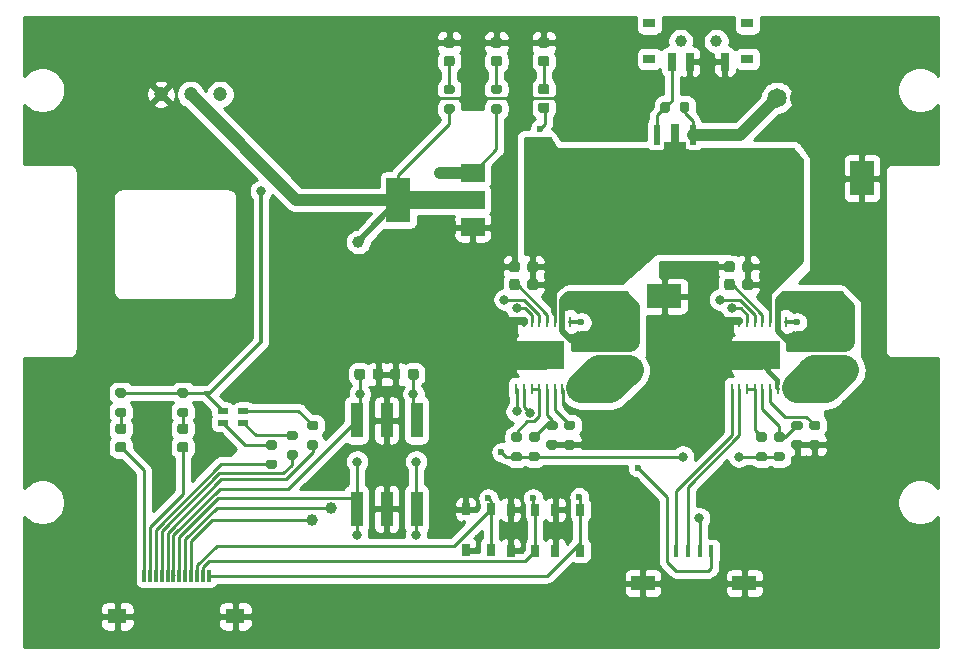
<source format=gbr>
%TF.GenerationSoftware,KiCad,Pcbnew,(5.1.10)-1*%
%TF.CreationDate,2022-02-04T20:39:47+09:00*%
%TF.ProjectId,Power,506f7765-722e-46b6-9963-61645f706362,rev?*%
%TF.SameCoordinates,Original*%
%TF.FileFunction,Copper,L1,Top*%
%TF.FilePolarity,Positive*%
%FSLAX46Y46*%
G04 Gerber Fmt 4.6, Leading zero omitted, Abs format (unit mm)*
G04 Created by KiCad (PCBNEW (5.1.10)-1) date 2022-02-04 20:39:47*
%MOMM*%
%LPD*%
G01*
G04 APERTURE LIST*
%TA.AperFunction,ComponentPad*%
%ADD10C,1.200000*%
%TD*%
%TA.AperFunction,SMDPad,CuDef*%
%ADD11R,1.000000X0.800000*%
%TD*%
%TA.AperFunction,WasherPad*%
%ADD12C,1.000000*%
%TD*%
%TA.AperFunction,SMDPad,CuDef*%
%ADD13R,0.700000X1.500000*%
%TD*%
%TA.AperFunction,SMDPad,CuDef*%
%ADD14R,0.580000X1.730000*%
%TD*%
%TA.AperFunction,SMDPad,CuDef*%
%ADD15R,0.760000X1.500000*%
%TD*%
%TA.AperFunction,SMDPad,CuDef*%
%ADD16R,1.933000X3.030000*%
%TD*%
%TA.AperFunction,SMDPad,CuDef*%
%ADD17R,2.000000X3.000000*%
%TD*%
%TA.AperFunction,SMDPad,CuDef*%
%ADD18R,3.000000X2.000000*%
%TD*%
%TA.AperFunction,SMDPad,CuDef*%
%ADD19R,0.850000X0.500000*%
%TD*%
%TA.AperFunction,ComponentPad*%
%ADD20C,1.650000*%
%TD*%
%TA.AperFunction,SMDPad,CuDef*%
%ADD21R,2.000000X1.300000*%
%TD*%
%TA.AperFunction,SMDPad,CuDef*%
%ADD22R,0.400000X1.000000*%
%TD*%
%TA.AperFunction,SMDPad,CuDef*%
%ADD23R,1.000000X3.000000*%
%TD*%
%TA.AperFunction,SMDPad,CuDef*%
%ADD24R,0.650000X1.050000*%
%TD*%
%TA.AperFunction,SMDPad,CuDef*%
%ADD25R,2.000000X3.800000*%
%TD*%
%TA.AperFunction,SMDPad,CuDef*%
%ADD26R,2.000000X1.500000*%
%TD*%
%TA.AperFunction,SMDPad,CuDef*%
%ADD27R,3.550000X2.460000*%
%TD*%
%TA.AperFunction,SMDPad,CuDef*%
%ADD28R,0.290000X0.970000*%
%TD*%
%TA.AperFunction,SMDPad,CuDef*%
%ADD29R,0.300000X1.000000*%
%TD*%
%TA.AperFunction,SMDPad,CuDef*%
%ADD30R,1.650000X1.300000*%
%TD*%
%TA.AperFunction,ViaPad*%
%ADD31C,0.600000*%
%TD*%
%TA.AperFunction,ViaPad*%
%ADD32C,1.000000*%
%TD*%
%TA.AperFunction,ViaPad*%
%ADD33C,0.800000*%
%TD*%
%TA.AperFunction,Conductor*%
%ADD34C,0.300000*%
%TD*%
%TA.AperFunction,Conductor*%
%ADD35C,0.250000*%
%TD*%
%TA.AperFunction,Conductor*%
%ADD36C,2.750000*%
%TD*%
%TA.AperFunction,Conductor*%
%ADD37C,2.460000*%
%TD*%
%TA.AperFunction,Conductor*%
%ADD38C,0.650000*%
%TD*%
%TA.AperFunction,Conductor*%
%ADD39C,0.450000*%
%TD*%
%TA.AperFunction,Conductor*%
%ADD40C,1.000000*%
%TD*%
%TA.AperFunction,Conductor*%
%ADD41C,1.500000*%
%TD*%
%TA.AperFunction,Conductor*%
%ADD42C,0.500000*%
%TD*%
%TA.AperFunction,Conductor*%
%ADD43C,2.000000*%
%TD*%
%TA.AperFunction,Conductor*%
%ADD44C,1.750000*%
%TD*%
%TA.AperFunction,Conductor*%
%ADD45C,1.800000*%
%TD*%
%TA.AperFunction,Conductor*%
%ADD46C,2.500000*%
%TD*%
%TA.AperFunction,Conductor*%
%ADD47C,0.200000*%
%TD*%
%TA.AperFunction,Conductor*%
%ADD48C,0.254000*%
%TD*%
%TA.AperFunction,Conductor*%
%ADD49C,0.100000*%
%TD*%
G04 APERTURE END LIST*
D10*
%TO.P,J5,1*%
%TO.N,Net-(J5-Pad1)*%
X30750000Y-3250000D03*
%TO.P,J5,2*%
%TO.N,Net-(J5-Pad2)*%
X30750000Y-750000D03*
%TD*%
D11*
%TO.P,SW1,MP*%
%TO.N,N/C*%
X22550000Y23100000D03*
X22550000Y26100000D03*
X14250000Y26100000D03*
X14250000Y23100000D03*
D12*
%TO.P,SW1,*%
%TO.N,*%
X19900000Y24600000D03*
X16900000Y24600000D03*
D13*
%TO.P,SW1,1*%
%TO.N,GND*%
X20650000Y22850000D03*
%TO.P,SW1,2*%
X17650000Y22850000D03*
%TO.P,SW1,3*%
%TO.N,Net-(Q1-Pad1)*%
X16150000Y22850000D03*
%TD*%
D14*
%TO.P,Q1,1*%
%TO.N,Net-(Q1-Pad1)*%
X14900000Y16692500D03*
D15*
%TO.P,Q1,2*%
%TO.N,+BATT*%
X16400000Y16807500D03*
D14*
%TO.P,Q1,3*%
%TO.N,Net-(J1-Pad2)*%
X17900000Y16692500D03*
D16*
%TO.P,Q1,2*%
%TO.N,+BATT*%
X16400000Y14542500D03*
%TD*%
D17*
%TO.P,C15,2*%
%TO.N,GND*%
X32250000Y13000000D03*
%TO.P,C15,1*%
%TO.N,+BATT*%
X25250000Y13000000D03*
%TD*%
D18*
%TO.P,C17,2*%
%TO.N,GND*%
X15500000Y3000000D03*
%TO.P,C17,1*%
%TO.N,+BATT*%
X15500000Y10000000D03*
%TD*%
%TO.P,C7,2*%
%TO.N,GND*%
%TA.AperFunction,SMDPad,CuDef*%
G36*
G01*
X-6825000Y-3350000D02*
X-6825000Y-3850000D01*
G75*
G02*
X-7050000Y-4075000I-225000J0D01*
G01*
X-7500000Y-4075000D01*
G75*
G02*
X-7725000Y-3850000I0J225000D01*
G01*
X-7725000Y-3350000D01*
G75*
G02*
X-7500000Y-3125000I225000J0D01*
G01*
X-7050000Y-3125000D01*
G75*
G02*
X-6825000Y-3350000I0J-225000D01*
G01*
G37*
%TD.AperFunction*%
%TO.P,C7,1*%
%TO.N,/Rotary1*%
%TA.AperFunction,SMDPad,CuDef*%
G36*
G01*
X-5275000Y-3350000D02*
X-5275000Y-3850000D01*
G75*
G02*
X-5500000Y-4075000I-225000J0D01*
G01*
X-5950000Y-4075000D01*
G75*
G02*
X-6175000Y-3850000I0J225000D01*
G01*
X-6175000Y-3350000D01*
G75*
G02*
X-5950000Y-3125000I225000J0D01*
G01*
X-5500000Y-3125000D01*
G75*
G02*
X-5275000Y-3350000I0J-225000D01*
G01*
G37*
%TD.AperFunction*%
%TD*%
%TO.P,C10,2*%
%TO.N,GND*%
%TA.AperFunction,SMDPad,CuDef*%
G36*
G01*
X-9175000Y-3850000D02*
X-9175000Y-3350000D01*
G75*
G02*
X-8950000Y-3125000I225000J0D01*
G01*
X-8500000Y-3125000D01*
G75*
G02*
X-8275000Y-3350000I0J-225000D01*
G01*
X-8275000Y-3850000D01*
G75*
G02*
X-8500000Y-4075000I-225000J0D01*
G01*
X-8950000Y-4075000D01*
G75*
G02*
X-9175000Y-3850000I0J225000D01*
G01*
G37*
%TD.AperFunction*%
%TO.P,C10,1*%
%TO.N,/Rotary4*%
%TA.AperFunction,SMDPad,CuDef*%
G36*
G01*
X-10725000Y-3850000D02*
X-10725000Y-3350000D01*
G75*
G02*
X-10500000Y-3125000I225000J0D01*
G01*
X-10050000Y-3125000D01*
G75*
G02*
X-9825000Y-3350000I0J-225000D01*
G01*
X-9825000Y-3850000D01*
G75*
G02*
X-10050000Y-4075000I-225000J0D01*
G01*
X-10500000Y-4075000D01*
G75*
G02*
X-10725000Y-3850000I0J225000D01*
G01*
G37*
%TD.AperFunction*%
%TD*%
%TO.P,C14,1*%
%TO.N,+BATT*%
%TA.AperFunction,SMDPad,CuDef*%
G36*
G01*
X23025000Y5750000D02*
X23025000Y5250000D01*
G75*
G02*
X22800000Y5025000I-225000J0D01*
G01*
X22350000Y5025000D01*
G75*
G02*
X22125000Y5250000I0J225000D01*
G01*
X22125000Y5750000D01*
G75*
G02*
X22350000Y5975000I225000J0D01*
G01*
X22800000Y5975000D01*
G75*
G02*
X23025000Y5750000I0J-225000D01*
G01*
G37*
%TD.AperFunction*%
%TO.P,C14,2*%
%TO.N,GND*%
%TA.AperFunction,SMDPad,CuDef*%
G36*
G01*
X21475000Y5750000D02*
X21475000Y5250000D01*
G75*
G02*
X21250000Y5025000I-225000J0D01*
G01*
X20800000Y5025000D01*
G75*
G02*
X20575000Y5250000I0J225000D01*
G01*
X20575000Y5750000D01*
G75*
G02*
X20800000Y5975000I225000J0D01*
G01*
X21250000Y5975000D01*
G75*
G02*
X21475000Y5750000I0J-225000D01*
G01*
G37*
%TD.AperFunction*%
%TD*%
%TO.P,C16,1*%
%TO.N,+BATT*%
%TA.AperFunction,SMDPad,CuDef*%
G36*
G01*
X4825000Y5750000D02*
X4825000Y5250000D01*
G75*
G02*
X4600000Y5025000I-225000J0D01*
G01*
X4150000Y5025000D01*
G75*
G02*
X3925000Y5250000I0J225000D01*
G01*
X3925000Y5750000D01*
G75*
G02*
X4150000Y5975000I225000J0D01*
G01*
X4600000Y5975000D01*
G75*
G02*
X4825000Y5750000I0J-225000D01*
G01*
G37*
%TD.AperFunction*%
%TO.P,C16,2*%
%TO.N,GND*%
%TA.AperFunction,SMDPad,CuDef*%
G36*
G01*
X3275000Y5750000D02*
X3275000Y5250000D01*
G75*
G02*
X3050000Y5025000I-225000J0D01*
G01*
X2600000Y5025000D01*
G75*
G02*
X2375000Y5250000I0J225000D01*
G01*
X2375000Y5750000D01*
G75*
G02*
X2600000Y5975000I225000J0D01*
G01*
X3050000Y5975000D01*
G75*
G02*
X3275000Y5750000I0J-225000D01*
G01*
G37*
%TD.AperFunction*%
%TD*%
%TO.P,C18,2*%
%TO.N,Net-(C18-Pad2)*%
%TA.AperFunction,SMDPad,CuDef*%
G36*
G01*
X21475000Y4250000D02*
X21475000Y3750000D01*
G75*
G02*
X21250000Y3525000I-225000J0D01*
G01*
X20800000Y3525000D01*
G75*
G02*
X20575000Y3750000I0J225000D01*
G01*
X20575000Y4250000D01*
G75*
G02*
X20800000Y4475000I225000J0D01*
G01*
X21250000Y4475000D01*
G75*
G02*
X21475000Y4250000I0J-225000D01*
G01*
G37*
%TD.AperFunction*%
%TO.P,C18,1*%
%TO.N,+BATT*%
%TA.AperFunction,SMDPad,CuDef*%
G36*
G01*
X23025000Y4250000D02*
X23025000Y3750000D01*
G75*
G02*
X22800000Y3525000I-225000J0D01*
G01*
X22350000Y3525000D01*
G75*
G02*
X22125000Y3750000I0J225000D01*
G01*
X22125000Y4250000D01*
G75*
G02*
X22350000Y4475000I225000J0D01*
G01*
X22800000Y4475000D01*
G75*
G02*
X23025000Y4250000I0J-225000D01*
G01*
G37*
%TD.AperFunction*%
%TD*%
%TO.P,C19,1*%
%TO.N,+BATT*%
%TA.AperFunction,SMDPad,CuDef*%
G36*
G01*
X4825000Y4250000D02*
X4825000Y3750000D01*
G75*
G02*
X4600000Y3525000I-225000J0D01*
G01*
X4150000Y3525000D01*
G75*
G02*
X3925000Y3750000I0J225000D01*
G01*
X3925000Y4250000D01*
G75*
G02*
X4150000Y4475000I225000J0D01*
G01*
X4600000Y4475000D01*
G75*
G02*
X4825000Y4250000I0J-225000D01*
G01*
G37*
%TD.AperFunction*%
%TO.P,C19,2*%
%TO.N,Net-(C19-Pad2)*%
%TA.AperFunction,SMDPad,CuDef*%
G36*
G01*
X3275000Y4250000D02*
X3275000Y3750000D01*
G75*
G02*
X3050000Y3525000I-225000J0D01*
G01*
X2600000Y3525000D01*
G75*
G02*
X2375000Y3750000I0J225000D01*
G01*
X2375000Y4250000D01*
G75*
G02*
X2600000Y4475000I225000J0D01*
G01*
X3050000Y4475000D01*
G75*
G02*
X3275000Y4250000I0J-225000D01*
G01*
G37*
%TD.AperFunction*%
%TD*%
%TO.P,D2,2*%
%TO.N,Net-(D2-Pad2)*%
%TA.AperFunction,SMDPad,CuDef*%
G36*
G01*
X5043750Y23350000D02*
X5556250Y23350000D01*
G75*
G02*
X5775000Y23131250I0J-218750D01*
G01*
X5775000Y22693750D01*
G75*
G02*
X5556250Y22475000I-218750J0D01*
G01*
X5043750Y22475000D01*
G75*
G02*
X4825000Y22693750I0J218750D01*
G01*
X4825000Y23131250D01*
G75*
G02*
X5043750Y23350000I218750J0D01*
G01*
G37*
%TD.AperFunction*%
%TO.P,D2,1*%
%TO.N,GND*%
%TA.AperFunction,SMDPad,CuDef*%
G36*
G01*
X5043750Y24925000D02*
X5556250Y24925000D01*
G75*
G02*
X5775000Y24706250I0J-218750D01*
G01*
X5775000Y24268750D01*
G75*
G02*
X5556250Y24050000I-218750J0D01*
G01*
X5043750Y24050000D01*
G75*
G02*
X4825000Y24268750I0J218750D01*
G01*
X4825000Y24706250D01*
G75*
G02*
X5043750Y24925000I218750J0D01*
G01*
G37*
%TD.AperFunction*%
%TD*%
%TO.P,D3,2*%
%TO.N,Net-(D3-Pad2)*%
%TA.AperFunction,SMDPad,CuDef*%
G36*
G01*
X1043750Y23350000D02*
X1556250Y23350000D01*
G75*
G02*
X1775000Y23131250I0J-218750D01*
G01*
X1775000Y22693750D01*
G75*
G02*
X1556250Y22475000I-218750J0D01*
G01*
X1043750Y22475000D01*
G75*
G02*
X825000Y22693750I0J218750D01*
G01*
X825000Y23131250D01*
G75*
G02*
X1043750Y23350000I218750J0D01*
G01*
G37*
%TD.AperFunction*%
%TO.P,D3,1*%
%TO.N,GND*%
%TA.AperFunction,SMDPad,CuDef*%
G36*
G01*
X1043750Y24925000D02*
X1556250Y24925000D01*
G75*
G02*
X1775000Y24706250I0J-218750D01*
G01*
X1775000Y24268750D01*
G75*
G02*
X1556250Y24050000I-218750J0D01*
G01*
X1043750Y24050000D01*
G75*
G02*
X825000Y24268750I0J218750D01*
G01*
X825000Y24706250D01*
G75*
G02*
X1043750Y24925000I218750J0D01*
G01*
G37*
%TD.AperFunction*%
%TD*%
%TO.P,D4,1*%
%TO.N,GND*%
%TA.AperFunction,SMDPad,CuDef*%
G36*
G01*
X-2956250Y24925000D02*
X-2443750Y24925000D01*
G75*
G02*
X-2225000Y24706250I0J-218750D01*
G01*
X-2225000Y24268750D01*
G75*
G02*
X-2443750Y24050000I-218750J0D01*
G01*
X-2956250Y24050000D01*
G75*
G02*
X-3175000Y24268750I0J218750D01*
G01*
X-3175000Y24706250D01*
G75*
G02*
X-2956250Y24925000I218750J0D01*
G01*
G37*
%TD.AperFunction*%
%TO.P,D4,2*%
%TO.N,Net-(D4-Pad2)*%
%TA.AperFunction,SMDPad,CuDef*%
G36*
G01*
X-2956250Y23350000D02*
X-2443750Y23350000D01*
G75*
G02*
X-2225000Y23131250I0J-218750D01*
G01*
X-2225000Y22693750D01*
G75*
G02*
X-2443750Y22475000I-218750J0D01*
G01*
X-2956250Y22475000D01*
G75*
G02*
X-3175000Y22693750I0J218750D01*
G01*
X-3175000Y23131250D01*
G75*
G02*
X-2956250Y23350000I218750J0D01*
G01*
G37*
%TD.AperFunction*%
%TD*%
D19*
%TO.P,D5,1*%
%TO.N,+5V*%
X-21875000Y-6700000D03*
%TO.P,D5,2*%
%TO.N,Net-(D5-Pad2)*%
X-20125000Y-6700000D03*
%TO.P,D5,3*%
%TO.N,Net-(D5-Pad3)*%
X-20125000Y-7700000D03*
%TO.P,D5,4*%
%TO.N,Net-(D5-Pad4)*%
X-21875000Y-7700000D03*
%TD*%
%TO.P,D6,2*%
%TO.N,Net-(D6-Pad2)*%
%TA.AperFunction,SMDPad,CuDef*%
G36*
G01*
X-24993750Y-8650000D02*
X-25506250Y-8650000D01*
G75*
G02*
X-25725000Y-8431250I0J218750D01*
G01*
X-25725000Y-7993750D01*
G75*
G02*
X-25506250Y-7775000I218750J0D01*
G01*
X-24993750Y-7775000D01*
G75*
G02*
X-24775000Y-7993750I0J-218750D01*
G01*
X-24775000Y-8431250D01*
G75*
G02*
X-24993750Y-8650000I-218750J0D01*
G01*
G37*
%TD.AperFunction*%
%TO.P,D6,1*%
%TO.N,Net-(D6-Pad1)*%
%TA.AperFunction,SMDPad,CuDef*%
G36*
G01*
X-24993750Y-10225000D02*
X-25506250Y-10225000D01*
G75*
G02*
X-25725000Y-10006250I0J218750D01*
G01*
X-25725000Y-9568750D01*
G75*
G02*
X-25506250Y-9350000I218750J0D01*
G01*
X-24993750Y-9350000D01*
G75*
G02*
X-24775000Y-9568750I0J-218750D01*
G01*
X-24775000Y-10006250D01*
G75*
G02*
X-24993750Y-10225000I-218750J0D01*
G01*
G37*
%TD.AperFunction*%
%TD*%
%TO.P,D7,1*%
%TO.N,Net-(D7-Pad1)*%
%TA.AperFunction,SMDPad,CuDef*%
G36*
G01*
X-30243750Y-10225000D02*
X-30756250Y-10225000D01*
G75*
G02*
X-30975000Y-10006250I0J218750D01*
G01*
X-30975000Y-9568750D01*
G75*
G02*
X-30756250Y-9350000I218750J0D01*
G01*
X-30243750Y-9350000D01*
G75*
G02*
X-30025000Y-9568750I0J-218750D01*
G01*
X-30025000Y-10006250D01*
G75*
G02*
X-30243750Y-10225000I-218750J0D01*
G01*
G37*
%TD.AperFunction*%
%TO.P,D7,2*%
%TO.N,Net-(D7-Pad2)*%
%TA.AperFunction,SMDPad,CuDef*%
G36*
G01*
X-30243750Y-8650000D02*
X-30756250Y-8650000D01*
G75*
G02*
X-30975000Y-8431250I0J218750D01*
G01*
X-30975000Y-7993750D01*
G75*
G02*
X-30756250Y-7775000I218750J0D01*
G01*
X-30243750Y-7775000D01*
G75*
G02*
X-30025000Y-7993750I0J-218750D01*
G01*
X-30025000Y-8431250D01*
G75*
G02*
X-30243750Y-8650000I-218750J0D01*
G01*
G37*
%TD.AperFunction*%
%TD*%
D20*
%TO.P,J1,2*%
%TO.N,Net-(J1-Pad2)*%
X25050000Y19800000D03*
%TO.P,J1,1*%
%TO.N,GND*%
X27550000Y19800000D03*
%TD*%
D10*
%TO.P,J2,1*%
%TO.N,+5V*%
X-22100000Y20100000D03*
%TO.P,J2,2*%
%TO.N,+3V3*%
X-24600000Y20100000D03*
%TO.P,J2,3*%
%TO.N,GND*%
X-27100000Y20100000D03*
%TD*%
D21*
%TO.P,J3,MP*%
%TO.N,GND*%
X13700000Y-21290000D03*
X22300000Y-21290000D03*
D22*
%TO.P,J3,1*%
%TO.N,/DRV1_EN*%
X16500000Y-18590000D03*
%TO.P,J3,2*%
%TO.N,/DRV1_PN*%
X17500000Y-18590000D03*
%TO.P,J3,3*%
%TO.N,/DRV2_PN*%
X18500000Y-18590000D03*
%TO.P,J3,4*%
%TO.N,/DRV2_EN*%
X19500000Y-18590000D03*
%TD*%
D10*
%TO.P,J6,2*%
%TO.N,Net-(J6-Pad2)*%
X12500000Y-750000D03*
%TO.P,J6,1*%
%TO.N,Net-(J6-Pad1)*%
X12500000Y-3250000D03*
%TD*%
%TO.P,R1,2*%
%TO.N,Net-(Q1-Pad1)*%
%TA.AperFunction,SMDPad,CuDef*%
G36*
G01*
X15975000Y19275000D02*
X15975000Y18725000D01*
G75*
G02*
X15775000Y18525000I-200000J0D01*
G01*
X15375000Y18525000D01*
G75*
G02*
X15175000Y18725000I0J200000D01*
G01*
X15175000Y19275000D01*
G75*
G02*
X15375000Y19475000I200000J0D01*
G01*
X15775000Y19475000D01*
G75*
G02*
X15975000Y19275000I0J-200000D01*
G01*
G37*
%TD.AperFunction*%
%TO.P,R1,1*%
%TO.N,Net-(J1-Pad2)*%
%TA.AperFunction,SMDPad,CuDef*%
G36*
G01*
X17625000Y19275000D02*
X17625000Y18725000D01*
G75*
G02*
X17425000Y18525000I-200000J0D01*
G01*
X17025000Y18525000D01*
G75*
G02*
X16825000Y18725000I0J200000D01*
G01*
X16825000Y19275000D01*
G75*
G02*
X17025000Y19475000I200000J0D01*
G01*
X17425000Y19475000D01*
G75*
G02*
X17625000Y19275000I0J-200000D01*
G01*
G37*
%TD.AperFunction*%
%TD*%
%TO.P,R2,1*%
%TO.N,+BATT*%
%TA.AperFunction,SMDPad,CuDef*%
G36*
G01*
X5556250Y18525000D02*
X5043750Y18525000D01*
G75*
G02*
X4825000Y18743750I0J218750D01*
G01*
X4825000Y19181250D01*
G75*
G02*
X5043750Y19400000I218750J0D01*
G01*
X5556250Y19400000D01*
G75*
G02*
X5775000Y19181250I0J-218750D01*
G01*
X5775000Y18743750D01*
G75*
G02*
X5556250Y18525000I-218750J0D01*
G01*
G37*
%TD.AperFunction*%
%TO.P,R2,2*%
%TO.N,Net-(D2-Pad2)*%
%TA.AperFunction,SMDPad,CuDef*%
G36*
G01*
X5556250Y20100000D02*
X5043750Y20100000D01*
G75*
G02*
X4825000Y20318750I0J218750D01*
G01*
X4825000Y20756250D01*
G75*
G02*
X5043750Y20975000I218750J0D01*
G01*
X5556250Y20975000D01*
G75*
G02*
X5775000Y20756250I0J-218750D01*
G01*
X5775000Y20318750D01*
G75*
G02*
X5556250Y20100000I-218750J0D01*
G01*
G37*
%TD.AperFunction*%
%TD*%
%TO.P,R3,2*%
%TO.N,Net-(D3-Pad2)*%
%TA.AperFunction,SMDPad,CuDef*%
G36*
G01*
X1575000Y20125000D02*
X1025000Y20125000D01*
G75*
G02*
X825000Y20325000I0J200000D01*
G01*
X825000Y20725000D01*
G75*
G02*
X1025000Y20925000I200000J0D01*
G01*
X1575000Y20925000D01*
G75*
G02*
X1775000Y20725000I0J-200000D01*
G01*
X1775000Y20325000D01*
G75*
G02*
X1575000Y20125000I-200000J0D01*
G01*
G37*
%TD.AperFunction*%
%TO.P,R3,1*%
%TO.N,+5V*%
%TA.AperFunction,SMDPad,CuDef*%
G36*
G01*
X1575000Y18475000D02*
X1025000Y18475000D01*
G75*
G02*
X825000Y18675000I0J200000D01*
G01*
X825000Y19075000D01*
G75*
G02*
X1025000Y19275000I200000J0D01*
G01*
X1575000Y19275000D01*
G75*
G02*
X1775000Y19075000I0J-200000D01*
G01*
X1775000Y18675000D01*
G75*
G02*
X1575000Y18475000I-200000J0D01*
G01*
G37*
%TD.AperFunction*%
%TD*%
%TO.P,R4,1*%
%TO.N,+3V3*%
%TA.AperFunction,SMDPad,CuDef*%
G36*
G01*
X-2425000Y18475000D02*
X-2975000Y18475000D01*
G75*
G02*
X-3175000Y18675000I0J200000D01*
G01*
X-3175000Y19075000D01*
G75*
G02*
X-2975000Y19275000I200000J0D01*
G01*
X-2425000Y19275000D01*
G75*
G02*
X-2225000Y19075000I0J-200000D01*
G01*
X-2225000Y18675000D01*
G75*
G02*
X-2425000Y18475000I-200000J0D01*
G01*
G37*
%TD.AperFunction*%
%TO.P,R4,2*%
%TO.N,Net-(D4-Pad2)*%
%TA.AperFunction,SMDPad,CuDef*%
G36*
G01*
X-2425000Y20125000D02*
X-2975000Y20125000D01*
G75*
G02*
X-3175000Y20325000I0J200000D01*
G01*
X-3175000Y20725000D01*
G75*
G02*
X-2975000Y20925000I200000J0D01*
G01*
X-2425000Y20925000D01*
G75*
G02*
X-2225000Y20725000I0J-200000D01*
G01*
X-2225000Y20325000D01*
G75*
G02*
X-2425000Y20125000I-200000J0D01*
G01*
G37*
%TD.AperFunction*%
%TD*%
%TO.P,R8,2*%
%TO.N,Net-(R8-Pad2)*%
%TA.AperFunction,SMDPad,CuDef*%
G36*
G01*
X24025000Y-9325000D02*
X23475000Y-9325000D01*
G75*
G02*
X23275000Y-9125000I0J200000D01*
G01*
X23275000Y-8725000D01*
G75*
G02*
X23475000Y-8525000I200000J0D01*
G01*
X24025000Y-8525000D01*
G75*
G02*
X24225000Y-8725000I0J-200000D01*
G01*
X24225000Y-9125000D01*
G75*
G02*
X24025000Y-9325000I-200000J0D01*
G01*
G37*
%TD.AperFunction*%
%TO.P,R8,1*%
%TO.N,+3V3*%
%TA.AperFunction,SMDPad,CuDef*%
G36*
G01*
X24025000Y-10975000D02*
X23475000Y-10975000D01*
G75*
G02*
X23275000Y-10775000I0J200000D01*
G01*
X23275000Y-10375000D01*
G75*
G02*
X23475000Y-10175000I200000J0D01*
G01*
X24025000Y-10175000D01*
G75*
G02*
X24225000Y-10375000I0J-200000D01*
G01*
X24225000Y-10775000D01*
G75*
G02*
X24025000Y-10975000I-200000J0D01*
G01*
G37*
%TD.AperFunction*%
%TD*%
%TO.P,R9,2*%
%TO.N,Net-(R9-Pad2)*%
%TA.AperFunction,SMDPad,CuDef*%
G36*
G01*
X3275000Y-9325000D02*
X2725000Y-9325000D01*
G75*
G02*
X2525000Y-9125000I0J200000D01*
G01*
X2525000Y-8725000D01*
G75*
G02*
X2725000Y-8525000I200000J0D01*
G01*
X3275000Y-8525000D01*
G75*
G02*
X3475000Y-8725000I0J-200000D01*
G01*
X3475000Y-9125000D01*
G75*
G02*
X3275000Y-9325000I-200000J0D01*
G01*
G37*
%TD.AperFunction*%
%TO.P,R9,1*%
%TO.N,+3V3*%
%TA.AperFunction,SMDPad,CuDef*%
G36*
G01*
X3275000Y-10975000D02*
X2725000Y-10975000D01*
G75*
G02*
X2525000Y-10775000I0J200000D01*
G01*
X2525000Y-10375000D01*
G75*
G02*
X2725000Y-10175000I200000J0D01*
G01*
X3275000Y-10175000D01*
G75*
G02*
X3475000Y-10375000I0J-200000D01*
G01*
X3475000Y-10775000D01*
G75*
G02*
X3275000Y-10975000I-200000J0D01*
G01*
G37*
%TD.AperFunction*%
%TD*%
%TO.P,R10,1*%
%TO.N,+3V3*%
%TA.AperFunction,SMDPad,CuDef*%
G36*
G01*
X4775000Y-10975000D02*
X4225000Y-10975000D01*
G75*
G02*
X4025000Y-10775000I0J200000D01*
G01*
X4025000Y-10375000D01*
G75*
G02*
X4225000Y-10175000I200000J0D01*
G01*
X4775000Y-10175000D01*
G75*
G02*
X4975000Y-10375000I0J-200000D01*
G01*
X4975000Y-10775000D01*
G75*
G02*
X4775000Y-10975000I-200000J0D01*
G01*
G37*
%TD.AperFunction*%
%TO.P,R10,2*%
%TO.N,Net-(R10-Pad2)*%
%TA.AperFunction,SMDPad,CuDef*%
G36*
G01*
X4775000Y-9325000D02*
X4225000Y-9325000D01*
G75*
G02*
X4025000Y-9125000I0J200000D01*
G01*
X4025000Y-8725000D01*
G75*
G02*
X4225000Y-8525000I200000J0D01*
G01*
X4775000Y-8525000D01*
G75*
G02*
X4975000Y-8725000I0J-200000D01*
G01*
X4975000Y-9125000D01*
G75*
G02*
X4775000Y-9325000I-200000J0D01*
G01*
G37*
%TD.AperFunction*%
%TD*%
%TO.P,R11,2*%
%TO.N,Net-(D6-Pad2)*%
%TA.AperFunction,SMDPad,CuDef*%
G36*
G01*
X-25525000Y-6425000D02*
X-24975000Y-6425000D01*
G75*
G02*
X-24775000Y-6625000I0J-200000D01*
G01*
X-24775000Y-7025000D01*
G75*
G02*
X-24975000Y-7225000I-200000J0D01*
G01*
X-25525000Y-7225000D01*
G75*
G02*
X-25725000Y-7025000I0J200000D01*
G01*
X-25725000Y-6625000D01*
G75*
G02*
X-25525000Y-6425000I200000J0D01*
G01*
G37*
%TD.AperFunction*%
%TO.P,R11,1*%
%TO.N,+5V*%
%TA.AperFunction,SMDPad,CuDef*%
G36*
G01*
X-25525000Y-4775000D02*
X-24975000Y-4775000D01*
G75*
G02*
X-24775000Y-4975000I0J-200000D01*
G01*
X-24775000Y-5375000D01*
G75*
G02*
X-24975000Y-5575000I-200000J0D01*
G01*
X-25525000Y-5575000D01*
G75*
G02*
X-25725000Y-5375000I0J200000D01*
G01*
X-25725000Y-4975000D01*
G75*
G02*
X-25525000Y-4775000I200000J0D01*
G01*
G37*
%TD.AperFunction*%
%TD*%
%TO.P,R12,1*%
%TO.N,+5V*%
%TA.AperFunction,SMDPad,CuDef*%
G36*
G01*
X-30775000Y-4775000D02*
X-30225000Y-4775000D01*
G75*
G02*
X-30025000Y-4975000I0J-200000D01*
G01*
X-30025000Y-5375000D01*
G75*
G02*
X-30225000Y-5575000I-200000J0D01*
G01*
X-30775000Y-5575000D01*
G75*
G02*
X-30975000Y-5375000I0J200000D01*
G01*
X-30975000Y-4975000D01*
G75*
G02*
X-30775000Y-4775000I200000J0D01*
G01*
G37*
%TD.AperFunction*%
%TO.P,R12,2*%
%TO.N,Net-(D7-Pad2)*%
%TA.AperFunction,SMDPad,CuDef*%
G36*
G01*
X-30775000Y-6425000D02*
X-30225000Y-6425000D01*
G75*
G02*
X-30025000Y-6625000I0J-200000D01*
G01*
X-30025000Y-7025000D01*
G75*
G02*
X-30225000Y-7225000I-200000J0D01*
G01*
X-30775000Y-7225000D01*
G75*
G02*
X-30975000Y-7025000I0J200000D01*
G01*
X-30975000Y-6625000D01*
G75*
G02*
X-30775000Y-6425000I200000J0D01*
G01*
G37*
%TD.AperFunction*%
%TD*%
%TO.P,R13,2*%
%TO.N,Net-(R13-Pad2)*%
%TA.AperFunction,SMDPad,CuDef*%
G36*
G01*
X25525000Y-9325000D02*
X24975000Y-9325000D01*
G75*
G02*
X24775000Y-9125000I0J200000D01*
G01*
X24775000Y-8725000D01*
G75*
G02*
X24975000Y-8525000I200000J0D01*
G01*
X25525000Y-8525000D01*
G75*
G02*
X25725000Y-8725000I0J-200000D01*
G01*
X25725000Y-9125000D01*
G75*
G02*
X25525000Y-9325000I-200000J0D01*
G01*
G37*
%TD.AperFunction*%
%TO.P,R13,1*%
%TO.N,+3V3*%
%TA.AperFunction,SMDPad,CuDef*%
G36*
G01*
X25525000Y-10975000D02*
X24975000Y-10975000D01*
G75*
G02*
X24775000Y-10775000I0J200000D01*
G01*
X24775000Y-10375000D01*
G75*
G02*
X24975000Y-10175000I200000J0D01*
G01*
X25525000Y-10175000D01*
G75*
G02*
X25725000Y-10375000I0J-200000D01*
G01*
X25725000Y-10775000D01*
G75*
G02*
X25525000Y-10975000I-200000J0D01*
G01*
G37*
%TD.AperFunction*%
%TD*%
%TO.P,R14,1*%
%TO.N,Net-(R10-Pad2)*%
%TA.AperFunction,SMDPad,CuDef*%
G36*
G01*
X5725000Y-7525000D02*
X6275000Y-7525000D01*
G75*
G02*
X6475000Y-7725000I0J-200000D01*
G01*
X6475000Y-8125000D01*
G75*
G02*
X6275000Y-8325000I-200000J0D01*
G01*
X5725000Y-8325000D01*
G75*
G02*
X5525000Y-8125000I0J200000D01*
G01*
X5525000Y-7725000D01*
G75*
G02*
X5725000Y-7525000I200000J0D01*
G01*
G37*
%TD.AperFunction*%
%TO.P,R14,2*%
%TO.N,GND*%
%TA.AperFunction,SMDPad,CuDef*%
G36*
G01*
X5725000Y-9175000D02*
X6275000Y-9175000D01*
G75*
G02*
X6475000Y-9375000I0J-200000D01*
G01*
X6475000Y-9775000D01*
G75*
G02*
X6275000Y-9975000I-200000J0D01*
G01*
X5725000Y-9975000D01*
G75*
G02*
X5525000Y-9775000I0J200000D01*
G01*
X5525000Y-9375000D01*
G75*
G02*
X5725000Y-9175000I200000J0D01*
G01*
G37*
%TD.AperFunction*%
%TD*%
%TO.P,R15,1*%
%TO.N,Net-(R15-Pad1)*%
%TA.AperFunction,SMDPad,CuDef*%
G36*
G01*
X27975000Y-7525000D02*
X28525000Y-7525000D01*
G75*
G02*
X28725000Y-7725000I0J-200000D01*
G01*
X28725000Y-8125000D01*
G75*
G02*
X28525000Y-8325000I-200000J0D01*
G01*
X27975000Y-8325000D01*
G75*
G02*
X27775000Y-8125000I0J200000D01*
G01*
X27775000Y-7725000D01*
G75*
G02*
X27975000Y-7525000I200000J0D01*
G01*
G37*
%TD.AperFunction*%
%TO.P,R15,2*%
%TO.N,GND*%
%TA.AperFunction,SMDPad,CuDef*%
G36*
G01*
X27975000Y-9175000D02*
X28525000Y-9175000D01*
G75*
G02*
X28725000Y-9375000I0J-200000D01*
G01*
X28725000Y-9775000D01*
G75*
G02*
X28525000Y-9975000I-200000J0D01*
G01*
X27975000Y-9975000D01*
G75*
G02*
X27775000Y-9775000I0J200000D01*
G01*
X27775000Y-9375000D01*
G75*
G02*
X27975000Y-9175000I200000J0D01*
G01*
G37*
%TD.AperFunction*%
%TD*%
%TO.P,R16,1*%
%TO.N,Net-(R16-Pad1)*%
%TA.AperFunction,SMDPad,CuDef*%
G36*
G01*
X7225000Y-7525000D02*
X7775000Y-7525000D01*
G75*
G02*
X7975000Y-7725000I0J-200000D01*
G01*
X7975000Y-8125000D01*
G75*
G02*
X7775000Y-8325000I-200000J0D01*
G01*
X7225000Y-8325000D01*
G75*
G02*
X7025000Y-8125000I0J200000D01*
G01*
X7025000Y-7725000D01*
G75*
G02*
X7225000Y-7525000I200000J0D01*
G01*
G37*
%TD.AperFunction*%
%TO.P,R16,2*%
%TO.N,GND*%
%TA.AperFunction,SMDPad,CuDef*%
G36*
G01*
X7225000Y-9175000D02*
X7775000Y-9175000D01*
G75*
G02*
X7975000Y-9375000I0J-200000D01*
G01*
X7975000Y-9775000D01*
G75*
G02*
X7775000Y-9975000I-200000J0D01*
G01*
X7225000Y-9975000D01*
G75*
G02*
X7025000Y-9775000I0J200000D01*
G01*
X7025000Y-9375000D01*
G75*
G02*
X7225000Y-9175000I200000J0D01*
G01*
G37*
%TD.AperFunction*%
%TD*%
%TO.P,R17,2*%
%TO.N,Net-(J4-Pad5)*%
%TA.AperFunction,SMDPad,CuDef*%
G36*
G01*
X-14525000Y-9175000D02*
X-13975000Y-9175000D01*
G75*
G02*
X-13775000Y-9375000I0J-200000D01*
G01*
X-13775000Y-9775000D01*
G75*
G02*
X-13975000Y-9975000I-200000J0D01*
G01*
X-14525000Y-9975000D01*
G75*
G02*
X-14725000Y-9775000I0J200000D01*
G01*
X-14725000Y-9375000D01*
G75*
G02*
X-14525000Y-9175000I200000J0D01*
G01*
G37*
%TD.AperFunction*%
%TO.P,R17,1*%
%TO.N,Net-(D5-Pad2)*%
%TA.AperFunction,SMDPad,CuDef*%
G36*
G01*
X-14525000Y-7525000D02*
X-13975000Y-7525000D01*
G75*
G02*
X-13775000Y-7725000I0J-200000D01*
G01*
X-13775000Y-8125000D01*
G75*
G02*
X-13975000Y-8325000I-200000J0D01*
G01*
X-14525000Y-8325000D01*
G75*
G02*
X-14725000Y-8125000I0J200000D01*
G01*
X-14725000Y-7725000D01*
G75*
G02*
X-14525000Y-7525000I200000J0D01*
G01*
G37*
%TD.AperFunction*%
%TD*%
%TO.P,R18,1*%
%TO.N,Net-(D5-Pad3)*%
%TA.AperFunction,SMDPad,CuDef*%
G36*
G01*
X-16275000Y-8375000D02*
X-15725000Y-8375000D01*
G75*
G02*
X-15525000Y-8575000I0J-200000D01*
G01*
X-15525000Y-8975000D01*
G75*
G02*
X-15725000Y-9175000I-200000J0D01*
G01*
X-16275000Y-9175000D01*
G75*
G02*
X-16475000Y-8975000I0J200000D01*
G01*
X-16475000Y-8575000D01*
G75*
G02*
X-16275000Y-8375000I200000J0D01*
G01*
G37*
%TD.AperFunction*%
%TO.P,R18,2*%
%TO.N,Net-(J4-Pad4)*%
%TA.AperFunction,SMDPad,CuDef*%
G36*
G01*
X-16275000Y-10025000D02*
X-15725000Y-10025000D01*
G75*
G02*
X-15525000Y-10225000I0J-200000D01*
G01*
X-15525000Y-10625000D01*
G75*
G02*
X-15725000Y-10825000I-200000J0D01*
G01*
X-16275000Y-10825000D01*
G75*
G02*
X-16475000Y-10625000I0J200000D01*
G01*
X-16475000Y-10225000D01*
G75*
G02*
X-16275000Y-10025000I200000J0D01*
G01*
G37*
%TD.AperFunction*%
%TD*%
%TO.P,R19,1*%
%TO.N,Net-(D5-Pad4)*%
%TA.AperFunction,SMDPad,CuDef*%
G36*
G01*
X-18025000Y-9175000D02*
X-17475000Y-9175000D01*
G75*
G02*
X-17275000Y-9375000I0J-200000D01*
G01*
X-17275000Y-9775000D01*
G75*
G02*
X-17475000Y-9975000I-200000J0D01*
G01*
X-18025000Y-9975000D01*
G75*
G02*
X-18225000Y-9775000I0J200000D01*
G01*
X-18225000Y-9375000D01*
G75*
G02*
X-18025000Y-9175000I200000J0D01*
G01*
G37*
%TD.AperFunction*%
%TO.P,R19,2*%
%TO.N,Net-(J4-Pad3)*%
%TA.AperFunction,SMDPad,CuDef*%
G36*
G01*
X-18025000Y-10825000D02*
X-17475000Y-10825000D01*
G75*
G02*
X-17275000Y-11025000I0J-200000D01*
G01*
X-17275000Y-11425000D01*
G75*
G02*
X-17475000Y-11625000I-200000J0D01*
G01*
X-18025000Y-11625000D01*
G75*
G02*
X-18225000Y-11425000I0J200000D01*
G01*
X-18225000Y-11025000D01*
G75*
G02*
X-18025000Y-10825000I200000J0D01*
G01*
G37*
%TD.AperFunction*%
%TD*%
%TO.P,R20,1*%
%TO.N,Net-(R13-Pad2)*%
%TA.AperFunction,SMDPad,CuDef*%
G36*
G01*
X26475000Y-7525000D02*
X27025000Y-7525000D01*
G75*
G02*
X27225000Y-7725000I0J-200000D01*
G01*
X27225000Y-8125000D01*
G75*
G02*
X27025000Y-8325000I-200000J0D01*
G01*
X26475000Y-8325000D01*
G75*
G02*
X26275000Y-8125000I0J200000D01*
G01*
X26275000Y-7725000D01*
G75*
G02*
X26475000Y-7525000I200000J0D01*
G01*
G37*
%TD.AperFunction*%
%TO.P,R20,2*%
%TO.N,GND*%
%TA.AperFunction,SMDPad,CuDef*%
G36*
G01*
X26475000Y-9175000D02*
X27025000Y-9175000D01*
G75*
G02*
X27225000Y-9375000I0J-200000D01*
G01*
X27225000Y-9775000D01*
G75*
G02*
X27025000Y-9975000I-200000J0D01*
G01*
X26475000Y-9975000D01*
G75*
G02*
X26275000Y-9775000I0J200000D01*
G01*
X26275000Y-9375000D01*
G75*
G02*
X26475000Y-9175000I200000J0D01*
G01*
G37*
%TD.AperFunction*%
%TD*%
D23*
%TO.P,SW2,1*%
%TO.N,/Rotary1*%
X-5460000Y-7500000D03*
%TO.P,SW2,2*%
%TO.N,/Rotary2*%
X-10540000Y-15000000D03*
%TO.P,SW2,C*%
%TO.N,GND*%
X-8000000Y-15000000D03*
%TO.P,SW2,4*%
%TO.N,/Rotary4*%
X-10540000Y-7500000D03*
%TO.P,SW2,8*%
%TO.N,/Rotary8*%
X-5460000Y-15000000D03*
%TO.P,SW2,C*%
%TO.N,GND*%
X-8000000Y-7500000D03*
%TD*%
D24*
%TO.P,SW3,1*%
%TO.N,/SW3*%
X8400000Y-15067500D03*
X8400000Y-18532500D03*
%TO.P,SW3,2*%
%TO.N,GND*%
X6300000Y-15067500D03*
X6300000Y-18532500D03*
%TD*%
%TO.P,SW4,2*%
%TO.N,GND*%
X2500000Y-18532500D03*
X2500000Y-15067500D03*
%TO.P,SW4,1*%
%TO.N,/SW2*%
X4600000Y-18532500D03*
X4600000Y-15067500D03*
%TD*%
%TO.P,SW5,1*%
%TO.N,/SW1*%
X800000Y-15017500D03*
X800000Y-18482500D03*
%TO.P,SW5,2*%
%TO.N,GND*%
X-1300000Y-15017500D03*
X-1300000Y-18482500D03*
%TD*%
D25*
%TO.P,U2,2*%
%TO.N,+3V3*%
X-7000000Y11150000D03*
D26*
X-700000Y11150000D03*
%TO.P,U2,3*%
%TO.N,+5V*%
X-700000Y13450000D03*
%TO.P,U2,1*%
%TO.N,GND*%
X-700000Y8850000D03*
%TD*%
D27*
%TO.P,U3,ThermalPad*%
%TO.N,GND*%
X23500000Y-2000000D03*
D28*
%TO.P,U3,16*%
X21225000Y860000D03*
%TO.P,U3,15*%
X21875000Y860000D03*
%TO.P,U3,14*%
%TO.N,Net-(C20-Pad2)*%
X22525000Y860000D03*
%TO.P,U3,13*%
%TO.N,Net-(C20-Pad1)*%
X23175000Y860000D03*
%TO.P,U3,12*%
%TO.N,Net-(C18-Pad2)*%
X23825000Y860000D03*
%TO.P,U3,11*%
%TO.N,+BATT*%
X24475000Y860000D03*
%TO.P,U3,10*%
%TO.N,Net-(J5-Pad2)*%
X25125000Y860000D03*
%TO.P,U3,9*%
%TO.N,GND*%
X25775000Y860000D03*
%TO.P,U3,8*%
%TO.N,Net-(J5-Pad1)*%
X25775000Y-4860000D03*
%TO.P,U3,7*%
%TO.N,GND*%
X25125000Y-4860000D03*
%TO.P,U3,6*%
%TO.N,Net-(R15-Pad1)*%
X24475000Y-4860000D03*
%TO.P,U3,5*%
%TO.N,Net-(R13-Pad2)*%
X23825000Y-4860000D03*
%TO.P,U3,4*%
%TO.N,Net-(R8-Pad2)*%
X23175000Y-4860000D03*
%TO.P,U3,3*%
X22525000Y-4860000D03*
%TO.P,U3,2*%
%TO.N,/DRV1_PN*%
X21875000Y-4860000D03*
%TO.P,U3,1*%
%TO.N,/DRV1_EN*%
X21225000Y-4860000D03*
%TD*%
D27*
%TO.P,U4,ThermalPad*%
%TO.N,GND*%
X5250000Y-2000000D03*
D28*
%TO.P,U4,16*%
X2975000Y860000D03*
%TO.P,U4,15*%
X3625000Y860000D03*
%TO.P,U4,14*%
%TO.N,Net-(C21-Pad2)*%
X4275000Y860000D03*
%TO.P,U4,13*%
%TO.N,Net-(C21-Pad1)*%
X4925000Y860000D03*
%TO.P,U4,12*%
%TO.N,Net-(C19-Pad2)*%
X5575000Y860000D03*
%TO.P,U4,11*%
%TO.N,+BATT*%
X6225000Y860000D03*
%TO.P,U4,10*%
%TO.N,Net-(J6-Pad2)*%
X6875000Y860000D03*
%TO.P,U4,9*%
%TO.N,GND*%
X7525000Y860000D03*
%TO.P,U4,8*%
%TO.N,Net-(J6-Pad1)*%
X7525000Y-4860000D03*
%TO.P,U4,7*%
%TO.N,GND*%
X6875000Y-4860000D03*
%TO.P,U4,6*%
%TO.N,Net-(R16-Pad1)*%
X6225000Y-4860000D03*
%TO.P,U4,5*%
%TO.N,Net-(R10-Pad2)*%
X5575000Y-4860000D03*
%TO.P,U4,4*%
%TO.N,Net-(R9-Pad2)*%
X4925000Y-4860000D03*
%TO.P,U4,3*%
X4275000Y-4860000D03*
%TO.P,U4,2*%
%TO.N,/DRV2_PN*%
X3625000Y-4860000D03*
%TO.P,U4,1*%
%TO.N,/DRV2_EN*%
X2975000Y-4860000D03*
%TD*%
D29*
%TO.P,J4,1*%
%TO.N,Net-(D7-Pad1)*%
X-28550000Y-20650000D03*
%TO.P,J4,2*%
%TO.N,Net-(D6-Pad1)*%
X-28050000Y-20650000D03*
%TO.P,J4,3*%
%TO.N,Net-(J4-Pad3)*%
X-27550000Y-20650000D03*
%TO.P,J4,4*%
%TO.N,Net-(J4-Pad4)*%
X-27050000Y-20650000D03*
%TO.P,J4,5*%
%TO.N,Net-(J4-Pad5)*%
X-26550000Y-20650000D03*
%TO.P,J4,6*%
%TO.N,/Rotary4*%
X-26050000Y-20650000D03*
%TO.P,J4,7*%
%TO.N,/Rotary2*%
X-25550000Y-20650000D03*
%TO.P,J4,8*%
%TO.N,/Rotary8*%
X-25050000Y-20650000D03*
%TO.P,J4,9*%
%TO.N,/Rotary1*%
X-24550000Y-20650000D03*
%TO.P,J4,10*%
%TO.N,/SW1*%
X-24050000Y-20650000D03*
%TO.P,J4,11*%
%TO.N,/SW2*%
X-23550000Y-20650000D03*
%TO.P,J4,12*%
%TO.N,/SW3*%
X-23050000Y-20650000D03*
D30*
%TO.P,J4,MP*%
%TO.N,GND*%
X-30800000Y-24100000D03*
X-20800000Y-24100000D03*
%TD*%
D31*
%TO.N,GND*%
X26750000Y800000D03*
D32*
X-9650000Y18750000D03*
X-9400000Y20725000D03*
D31*
X-8000000Y-10250000D03*
X-6750000Y-12500000D03*
X-9250000Y-12500000D03*
X-14250000Y-13000000D03*
X-7500000Y4000000D03*
X-9250000Y4000000D03*
X-10500000Y4000000D03*
X-10500000Y5500000D03*
X-7750000Y14250000D03*
X-10150000Y9650000D03*
D32*
X-14000000Y20000000D03*
D31*
X-250000Y-17500000D03*
X2000000Y-16750000D03*
X5750000Y-16750000D03*
X-3750000Y-17000000D03*
X-2250000Y-16500000D03*
D33*
X10250000Y16750000D03*
X11500000Y16750000D03*
D31*
X19000000Y18250000D03*
X21250000Y18250000D03*
X7400000Y-17500000D03*
X-13000000Y-8600000D03*
X-4900000Y9400000D03*
X14900000Y21000000D03*
X17300000Y21000000D03*
X8500000Y800000D03*
D33*
X15500000Y5250000D03*
X19250000Y5500000D03*
X19250000Y4250000D03*
X14750000Y750000D03*
X19850000Y-2000000D03*
X15000000Y-2000000D03*
X18500000Y-9250000D03*
X19750000Y-8000000D03*
D32*
X13250000Y-7500000D03*
X14250000Y-8750000D03*
X15000000Y-5250000D03*
X17250000Y-3250000D03*
X17250000Y-1000000D03*
X17250000Y-7000000D03*
X19250000Y-5250000D03*
X-2500000Y-9750000D03*
X-2500000Y-5250000D03*
X-4000000Y-2500000D03*
X-750000Y-750000D03*
X1600000Y-2000000D03*
X1500000Y-5000000D03*
X1500000Y-7500000D03*
X11000000Y-12250000D03*
X-3500000Y2250000D03*
X2000000Y11500000D03*
X7750000Y19500000D03*
X7750000Y25000000D03*
X10250000Y22250000D03*
X-28750000Y-6500000D03*
X-27300000Y-14000000D03*
X-23500000Y-7000000D03*
X-23900000Y-11300000D03*
X-21600000Y-9800000D03*
D33*
X27750000Y4450000D03*
X24200000Y16700000D03*
X-21150000Y-5350000D03*
X-17400000Y10650000D03*
X19850000Y-12850000D03*
D32*
%TO.N,+5V*%
X-3500000Y13400000D03*
D33*
X-18650000Y11900000D03*
D31*
%TO.N,+3V3*%
X1700010Y-10199990D03*
D32*
X-10400000Y7600000D03*
D33*
X17075000Y-10575000D03*
X21825000Y-10575000D03*
D31*
%TO.N,+BATT*%
X5000000Y17200000D03*
D32*
X4700000Y15600000D03*
D33*
%TO.N,/Rotary8*%
X-5500000Y-11000000D03*
X-5500000Y-17250000D03*
D32*
X-12700000Y-14925000D03*
D33*
%TO.N,/Rotary4*%
X-10275000Y-5275000D03*
%TO.N,/Rotary2*%
X-10500000Y-11000000D03*
X-10500000Y-17250000D03*
%TO.N,/Rotary1*%
X-5725000Y-5275000D03*
D32*
X-14300000Y-15900000D03*
D31*
%TO.N,/SW3*%
X8300000Y-14000000D03*
%TO.N,/SW2*%
X4400000Y-14100000D03*
%TO.N,/SW1*%
X600000Y-14100000D03*
D33*
%TO.N,Net-(C20-Pad2)*%
X21250000Y2000000D03*
%TO.N,Net-(C20-Pad1)*%
X20225001Y2725001D03*
%TO.N,Net-(C21-Pad1)*%
X1975001Y2725001D03*
%TO.N,Net-(C21-Pad2)*%
X3000000Y2000000D03*
%TO.N,/DRV2_EN*%
X3000000Y-6750000D03*
D31*
X13250000Y-11500000D03*
D33*
%TO.N,/DRV2_PN*%
X4145109Y-6869804D03*
X18455000Y-15795000D03*
%TD*%
D34*
%TO.N,GND*%
X20550000Y300000D02*
X21050000Y-200000D01*
X20550000Y400000D02*
X20550000Y300000D01*
X20850000Y600000D02*
X20850000Y300000D01*
X20850000Y300000D02*
X21050000Y500000D01*
X20550000Y400000D02*
X20550000Y500000D01*
X21050000Y500000D02*
X21050000Y50000D01*
X21225000Y-125000D02*
X21225000Y860000D01*
X21050000Y50000D02*
X21225000Y-125000D01*
X20750000Y700000D02*
X20850000Y600000D01*
X20550000Y500000D02*
X20750000Y700000D01*
X26690000Y860000D02*
X26750000Y800000D01*
X25775000Y860000D02*
X26690000Y860000D01*
D35*
X6875000Y-4875000D02*
X6894991Y-4894991D01*
X6894991Y-4894991D02*
X6894991Y-6144991D01*
X6875000Y-4860000D02*
X6875000Y-4875000D01*
X6894991Y-6144991D02*
X7250000Y-6500000D01*
X-2700000Y24487500D02*
X-4262500Y24487500D01*
X-4262500Y24487500D02*
X-4750000Y24000000D01*
X-4750000Y24000000D02*
X-4750000Y20500000D01*
X-4750000Y20500000D02*
X-4000000Y19750000D01*
X-4000000Y19750000D02*
X6500000Y19750000D01*
X6500000Y19750000D02*
X7250000Y20500000D01*
X7250000Y20500000D02*
X7250000Y24250000D01*
X7012500Y24487500D02*
X5300000Y24487500D01*
X7250000Y24250000D02*
X7012500Y24487500D01*
D34*
X8440000Y860000D02*
X8500000Y800000D01*
X7525000Y860000D02*
X8440000Y860000D01*
X2800000Y50000D02*
X2975000Y-125000D01*
X2800000Y500000D02*
X2800000Y50000D01*
X2600000Y600000D02*
X2600000Y300000D01*
X2500000Y700000D02*
X2600000Y600000D01*
X2975000Y-125000D02*
X2975000Y860000D01*
X2300000Y500000D02*
X2500000Y700000D01*
X2600000Y300000D02*
X2800000Y500000D01*
X2300000Y400000D02*
X2300000Y500000D01*
X2300000Y400000D02*
X2300000Y300000D01*
X2300000Y300000D02*
X2800000Y-200000D01*
D36*
X28700000Y19800000D02*
X27550000Y19800000D01*
D37*
X5250000Y-2000000D02*
X1600000Y-2000000D01*
X23500000Y-2000000D02*
X19850000Y-2000000D01*
D38*
X1600000Y-2000000D02*
X1600000Y900000D01*
X3604999Y880001D02*
X3604999Y860000D01*
X3585000Y900000D02*
X3604999Y880001D01*
X1600000Y900000D02*
X3585000Y900000D01*
X19850000Y-2000000D02*
X19850000Y650000D01*
X19850000Y650000D02*
X19850000Y900000D01*
X19850000Y900000D02*
X21835000Y900000D01*
D39*
X23500000Y-2500000D02*
X25044991Y-4044991D01*
X23500000Y-2000000D02*
X23500000Y-2500000D01*
X25044991Y-4044991D02*
X25044991Y-4350000D01*
D34*
X25119991Y-4854991D02*
X25119991Y-4860000D01*
X25044991Y-4779991D02*
X25119991Y-4854991D01*
X25044991Y-4350000D02*
X25044991Y-4779991D01*
D35*
%TO.N,+5V*%
X-30500000Y-5175000D02*
X-25250000Y-5175000D01*
X-23400000Y-5175000D02*
X-21875000Y-6700000D01*
X-25250000Y-5175000D02*
X-23400000Y-5175000D01*
X1300000Y15450000D02*
X-700000Y13450000D01*
X1300000Y18875000D02*
X1300000Y15450000D01*
D40*
X-750000Y13400000D02*
X-700000Y13450000D01*
X-3500000Y13400000D02*
X-750000Y13400000D01*
D34*
X-22975000Y-5175000D02*
X-23400000Y-5175000D01*
X-18650000Y-850000D02*
X-22975000Y-5175000D01*
X-18650000Y11900000D02*
X-18650000Y-850000D01*
D35*
%TO.N,+3V3*%
X3000000Y-10575000D02*
X4500000Y-10575000D01*
X2075020Y-10575000D02*
X1700010Y-10199990D01*
X3000000Y-10575000D02*
X2075020Y-10575000D01*
D41*
X-7000000Y11150000D02*
X-700000Y11150000D01*
D35*
X-7000000Y11150000D02*
X-7000000Y13300000D01*
X-2700000Y17600000D02*
X-2700000Y18875000D01*
X-7000000Y13300000D02*
X-2700000Y17600000D01*
D42*
X-7000000Y11150000D02*
X-10400000Y7600000D01*
D35*
X4500000Y-10575000D02*
X17075000Y-10575000D01*
X21825000Y-10575000D02*
X25250000Y-10575000D01*
D40*
X-15650000Y11150000D02*
X-24600000Y20100000D01*
X-7000000Y11150000D02*
X-15650000Y11150000D01*
%TO.N,+BATT*%
X16600000Y10600000D02*
X17000000Y10600000D01*
D38*
X16400000Y16807500D02*
X16400000Y14542500D01*
D35*
X5400000Y18812500D02*
X5300000Y18912500D01*
X5400000Y17600000D02*
X5400000Y18812500D01*
X5000000Y17200000D02*
X5400000Y17600000D01*
D40*
X4700000Y15600000D02*
X5757500Y14542500D01*
D35*
X6225000Y1425002D02*
X6225000Y860000D01*
X6000000Y1650002D02*
X6225000Y1425002D01*
X6000000Y2250000D02*
X6000000Y1650002D01*
X6225000Y3475000D02*
X6500000Y3750000D01*
D43*
X16400000Y9650000D02*
X14750000Y8000000D01*
D36*
X16400000Y14542500D02*
X16400000Y9650000D01*
X16400000Y10600000D02*
X14100000Y10600000D01*
X16400000Y12900000D02*
X16400000Y14542500D01*
X14100000Y10600000D02*
X16400000Y12900000D01*
D44*
X11792500Y14542500D02*
X16400000Y14542500D01*
D40*
X5757500Y14542500D02*
X11792500Y14542500D01*
D44*
X16400000Y14542500D02*
X16042500Y14542500D01*
X16042500Y14542500D02*
X14750000Y13250000D01*
D43*
X18000000Y13750000D02*
X17207500Y14542500D01*
X13500000Y8500000D02*
X18000000Y8500000D01*
X18000000Y8500000D02*
X18000000Y13750000D01*
X15000000Y10000000D02*
X13500000Y8500000D01*
X17207500Y14542500D02*
X16400000Y14542500D01*
X15500000Y10000000D02*
X15000000Y10000000D01*
X25250000Y13000000D02*
X25250000Y12750000D01*
X25250000Y12750000D02*
X22500000Y10000000D01*
X25250000Y13500000D02*
X25250000Y13000000D01*
D45*
X21542500Y14542500D02*
X16400000Y14542500D01*
X25207500Y14542500D02*
X21542500Y14542500D01*
X25250000Y14500000D02*
X25207500Y14542500D01*
X25250000Y13000000D02*
X25250000Y14500000D01*
X25250000Y13000000D02*
X25250000Y13250000D01*
X25250000Y13250000D02*
X26250000Y14250000D01*
X25250000Y13000000D02*
X26250000Y13000000D01*
X25250000Y12750000D02*
X26250000Y11750000D01*
X25250000Y13000000D02*
X25250000Y11500000D01*
X25250000Y13000000D02*
X24250000Y13000000D01*
D35*
X6225000Y1955000D02*
X6225000Y2035000D01*
X6225000Y1425002D02*
X6225000Y1955000D01*
X6225000Y1955000D02*
X6225000Y3475000D01*
X6225000Y2035000D02*
X6090000Y2170000D01*
X6090000Y2170000D02*
X6090000Y2870000D01*
X24475000Y3475000D02*
X24750000Y3750000D01*
X24475000Y860000D02*
X24475000Y3475000D01*
X24475000Y860000D02*
X24475000Y1845000D01*
X24475000Y1845000D02*
X23350000Y2970000D01*
X23350000Y2970000D02*
X24330000Y2970000D01*
X24330000Y2970000D02*
X24330000Y2220000D01*
%TO.N,/Rotary8*%
X-5460000Y-17210000D02*
X-5500000Y-17250000D01*
X-5500000Y-14960000D02*
X-5460000Y-15000000D01*
X-5500000Y-11000000D02*
X-5500000Y-14960000D01*
X-5500000Y-15040000D02*
X-5460000Y-15000000D01*
X-5500000Y-17250000D02*
X-5500000Y-15040000D01*
X-12725000Y-14900000D02*
X-12700000Y-14925000D01*
X-22400000Y-14900000D02*
X-12725000Y-14900000D01*
X-25050000Y-17550000D02*
X-22400000Y-14900000D01*
X-25050000Y-20650000D02*
X-25050000Y-17550000D01*
%TO.N,/Rotary4*%
X-10275000Y-7235000D02*
X-10540000Y-7500000D01*
X-10275000Y-5275000D02*
X-10275000Y-7235000D01*
X-10275000Y-3600000D02*
X-10275000Y-5275000D01*
X-26025001Y-20574999D02*
X-26074999Y-20525001D01*
X-26050000Y-20650000D02*
X-26025001Y-20625001D01*
X-26025001Y-20625001D02*
X-26025001Y-20574999D01*
X-16340000Y-13300000D02*
X-10540000Y-7500000D01*
X-22100000Y-13300000D02*
X-16340000Y-13300000D01*
X-26050000Y-17250000D02*
X-22100000Y-13300000D01*
X-26050000Y-20650000D02*
X-26050000Y-17250000D01*
%TO.N,/Rotary2*%
X-10500000Y-14960000D02*
X-10540000Y-15000000D01*
X-10500000Y-11000000D02*
X-10500000Y-14960000D01*
X-10540000Y-17210000D02*
X-10500000Y-17250000D01*
X-10540000Y-15000000D02*
X-10540000Y-17210000D01*
X-22263590Y-14100000D02*
X-10540000Y-14100000D01*
X-25550000Y-17386410D02*
X-22263590Y-14100000D01*
X-25550000Y-20650000D02*
X-25550000Y-17386410D01*
%TO.N,/Rotary1*%
X-5725000Y-7235000D02*
X-5460000Y-7500000D01*
X-5725000Y-5275000D02*
X-5725000Y-7235000D01*
X-5725000Y-3600000D02*
X-5725000Y-5275000D01*
X-5460000Y-7500000D02*
X-5500000Y-7500000D01*
X-22763590Y-15900000D02*
X-15007106Y-15900000D01*
X-15007106Y-15900000D02*
X-14300000Y-15900000D01*
X-24550000Y-17686410D02*
X-22763590Y-15900000D01*
X-24550000Y-20650000D02*
X-24550000Y-17686410D01*
%TO.N,/SW3*%
X8400000Y-14200000D02*
X8300000Y-14100000D01*
X8400000Y-15067500D02*
X8400000Y-14200000D01*
X8400000Y-15900000D02*
X8400000Y-18532500D01*
X8400000Y-15067500D02*
X8400000Y-15900000D01*
X8400000Y-17867502D02*
X8400000Y-15900000D01*
X5617502Y-20650000D02*
X8400000Y-17867502D01*
X-23050000Y-20650000D02*
X5617502Y-20650000D01*
%TO.N,/SW2*%
X4600000Y-18532500D02*
X4600000Y-15067500D01*
X4400000Y-14867500D02*
X4600000Y-15067500D01*
X4400000Y-14100000D02*
X4400000Y-14867500D01*
X-23574999Y-20625001D02*
X-23550000Y-20650000D01*
X-23574999Y-19939997D02*
X-23574999Y-20625001D01*
X-23017503Y-19382501D02*
X-23574999Y-19939997D01*
X3749999Y-19382501D02*
X-23017503Y-19382501D01*
X4600000Y-18532500D02*
X3749999Y-19382501D01*
%TO.N,/SW1*%
X800000Y-15017500D02*
X800000Y-18482500D01*
X800000Y-14300000D02*
X600000Y-14100000D01*
X800000Y-15017500D02*
X800000Y-14300000D01*
X-24050000Y-19778588D02*
X-24050000Y-20650000D01*
X-22371412Y-18100000D02*
X-24050000Y-19778588D01*
X-2282500Y-18100000D02*
X-22371412Y-18100000D01*
X800000Y-15017500D02*
X-2282500Y-18100000D01*
%TO.N,Net-(C18-Pad2)*%
X23825000Y1425000D02*
X23825000Y860000D01*
X21075000Y4000000D02*
X21250000Y4000000D01*
X21250000Y4000000D02*
X23825000Y1425000D01*
%TO.N,Net-(C19-Pad2)*%
X5575000Y1425000D02*
X5575000Y860000D01*
X3000000Y4000000D02*
X5575000Y1425000D01*
X2825000Y4000000D02*
X3000000Y4000000D01*
%TO.N,Net-(C20-Pad2)*%
X22525000Y1452180D02*
X21977180Y2000000D01*
X21977180Y2000000D02*
X21250000Y2000000D01*
X22525000Y860000D02*
X22525000Y1452180D01*
%TO.N,Net-(C20-Pad1)*%
X21888589Y2725001D02*
X20225001Y2725001D01*
X23175000Y1438590D02*
X21888589Y2725001D01*
X23175000Y860000D02*
X23175000Y1438590D01*
%TO.N,Net-(C21-Pad1)*%
X4925000Y860000D02*
X4925000Y1438590D01*
X4925000Y1438590D02*
X3638589Y2725001D01*
X3638589Y2725001D02*
X1975001Y2725001D01*
%TO.N,Net-(C21-Pad2)*%
X4275000Y860000D02*
X4275000Y1452180D01*
X3727180Y2000000D02*
X3000000Y2000000D01*
X4275000Y1452180D02*
X3727180Y2000000D01*
%TO.N,Net-(D2-Pad2)*%
X5300000Y20487500D02*
X5300000Y22912500D01*
%TO.N,Net-(D3-Pad2)*%
X1300000Y20525000D02*
X1300000Y22912500D01*
%TO.N,Net-(D4-Pad2)*%
X-2700000Y20525000D02*
X-2700000Y22912500D01*
%TO.N,Net-(D5-Pad2)*%
X-15475000Y-6700000D02*
X-20125000Y-6700000D01*
X-14250000Y-7925000D02*
X-15475000Y-6700000D01*
%TO.N,Net-(D5-Pad3)*%
X-19050000Y-8775000D02*
X-20125000Y-7700000D01*
X-15700000Y-8775000D02*
X-19050000Y-8775000D01*
%TO.N,Net-(D5-Pad4)*%
X-20000000Y-9575000D02*
X-21875000Y-7700000D01*
X-20000000Y-9575000D02*
X-17750000Y-9575000D01*
%TO.N,Net-(D6-Pad2)*%
X-25250000Y-6825000D02*
X-25250000Y-8212500D01*
%TO.N,Net-(D6-Pad1)*%
X-25250000Y-13750000D02*
X-25250000Y-9787500D01*
X-28050000Y-16550000D02*
X-25250000Y-13750000D01*
X-28050000Y-20650000D02*
X-28050000Y-16550000D01*
%TO.N,Net-(D7-Pad1)*%
X-30550000Y-9837500D02*
X-30500000Y-9787500D01*
X-28550000Y-11737500D02*
X-30500000Y-9787500D01*
X-28550000Y-20650000D02*
X-28550000Y-11737500D01*
%TO.N,Net-(D7-Pad2)*%
X-30500000Y-6825000D02*
X-30500000Y-8212500D01*
D40*
%TO.N,Net-(J1-Pad2)*%
X21942500Y16692500D02*
X25050000Y19800000D01*
X17900000Y16692500D02*
X21942500Y16692500D01*
D35*
X17900000Y17850000D02*
X17900000Y16692500D01*
X17225000Y18525000D02*
X17900000Y17850000D01*
X17225000Y19000000D02*
X17225000Y18525000D01*
%TO.N,/DRV1_EN*%
X21225000Y-8775000D02*
X21225000Y-4860000D01*
X16500000Y-13500000D02*
X21225000Y-8775000D01*
X16500000Y-18590000D02*
X16500000Y-13500000D01*
%TO.N,/DRV1_PN*%
X17500000Y-18590000D02*
X17500000Y-13136410D01*
X17500000Y-13136410D02*
X21875000Y-8761410D01*
X21875000Y-8761410D02*
X21875000Y-4860000D01*
%TO.N,/DRV2_EN*%
X3000000Y-4885000D02*
X2975000Y-4860000D01*
X3000000Y-6750000D02*
X3000000Y-4885000D01*
X19500000Y-20000000D02*
X19500000Y-18590000D01*
X19250000Y-20250000D02*
X19500000Y-20000000D01*
X16500000Y-20250000D02*
X19250000Y-20250000D01*
X15750000Y-19500000D02*
X16500000Y-20250000D01*
X15750000Y-14000000D02*
X15750000Y-19500000D01*
X13250000Y-11500000D02*
X15750000Y-14000000D01*
%TO.N,/DRV2_PN*%
X3625000Y-6349695D02*
X3625000Y-4860000D01*
X4145109Y-6869804D02*
X3625000Y-6349695D01*
X18500000Y-16000000D02*
X18500000Y-18590000D01*
X18500000Y-15840000D02*
X18500000Y-16000000D01*
D46*
%TO.N,Net-(J5-Pad1)*%
X29200000Y-4800000D02*
X26720001Y-4800000D01*
X30750000Y-3250000D02*
X29200000Y-4800000D01*
X30750000Y-3250000D02*
X28200000Y-3250000D01*
X28200000Y-3250000D02*
X26720001Y-4729999D01*
X26720001Y-4729999D02*
X26720001Y-4800000D01*
D47*
%TO.N,Net-(J5-Pad2)*%
X25125000Y860000D02*
X25125000Y1675000D01*
X25125000Y1675000D02*
X25125000Y2175000D01*
D34*
X26200000Y-750000D02*
X26800000Y-750000D01*
D45*
X30750000Y-750000D02*
X30750000Y700000D01*
D42*
X25944998Y-750000D02*
X26800000Y-750000D01*
X25125000Y69998D02*
X25944998Y-750000D01*
X25125000Y2675000D02*
X25650000Y3200000D01*
X25650000Y3200000D02*
X27750000Y3200000D01*
D34*
X25125000Y2075000D02*
X25125000Y2675000D01*
D42*
X25125000Y69998D02*
X25125000Y2675000D01*
D34*
X25125000Y1675000D02*
X25650000Y2200000D01*
D45*
X30750000Y-750000D02*
X26800000Y-750000D01*
D47*
X25125000Y325000D02*
X25125000Y860000D01*
D45*
X30750000Y-250000D02*
X30250000Y-250000D01*
X30250000Y-250000D02*
X29750000Y250000D01*
%TO.N,Net-(J6-Pad2)*%
X12500000Y-750000D02*
X12500000Y700000D01*
X12500000Y-750000D02*
X8550000Y-750000D01*
D47*
X6875000Y325000D02*
X6875000Y860000D01*
X6875000Y860000D02*
X6875000Y1675000D01*
X6875000Y1675000D02*
X6875000Y2175000D01*
D34*
X6875000Y1675000D02*
X7400000Y2200000D01*
X7950000Y-750000D02*
X8550000Y-750000D01*
D42*
X7694998Y-750000D02*
X8550000Y-750000D01*
X6875000Y69998D02*
X7694998Y-750000D01*
D34*
X6875000Y2075000D02*
X6875000Y2675000D01*
D42*
X6875000Y2675000D02*
X7400000Y3200000D01*
X6875000Y69998D02*
X6875000Y2675000D01*
X7400000Y3200000D02*
X9500000Y3200000D01*
D46*
%TO.N,Net-(J6-Pad1)*%
X10950000Y-4800000D02*
X8470001Y-4800000D01*
X12500000Y-3250000D02*
X10950000Y-4800000D01*
X12500000Y-3250000D02*
X9950000Y-3250000D01*
X8470001Y-4729999D02*
X8470001Y-4800000D01*
X9950000Y-3250000D02*
X8470001Y-4729999D01*
D35*
%TO.N,Net-(Q1-Pad1)*%
X14900000Y18325000D02*
X15575000Y19000000D01*
X14900000Y16692500D02*
X14900000Y18325000D01*
X15900000Y19325000D02*
X15575000Y19000000D01*
X16150000Y19575000D02*
X15575000Y19000000D01*
X16150000Y21350000D02*
X16150000Y19575000D01*
X16150000Y21350000D02*
X16150000Y22850000D01*
%TO.N,Net-(R8-Pad2)*%
X22525000Y-4860000D02*
X23175000Y-4860000D01*
X23175000Y-8350000D02*
X23750000Y-8925000D01*
X23175000Y-4860000D02*
X23175000Y-8350000D01*
%TO.N,Net-(R9-Pad2)*%
X4925000Y-7162915D02*
X4925000Y-4860000D01*
X4493110Y-7594805D02*
X4925000Y-7162915D01*
X3905195Y-7594805D02*
X4493110Y-7594805D01*
X3000000Y-8500000D02*
X3905195Y-7594805D01*
X3000000Y-8925000D02*
X3000000Y-8500000D01*
X4275000Y-4860000D02*
X4925000Y-4860000D01*
%TO.N,Net-(R10-Pad2)*%
X5500000Y-7925000D02*
X4500000Y-8925000D01*
X6000000Y-7925000D02*
X5500000Y-7925000D01*
X6000000Y-7925000D02*
X6000000Y-7500000D01*
X5575000Y-7075000D02*
X5575000Y-4860000D01*
X6000000Y-7500000D02*
X5575000Y-7075000D01*
%TO.N,Net-(R13-Pad2)*%
X25750000Y-8925000D02*
X26750000Y-7925000D01*
X25250000Y-8925000D02*
X25750000Y-8925000D01*
X23825000Y-4860000D02*
X23825000Y-6575000D01*
X25250000Y-8000000D02*
X23825000Y-6575000D01*
X25250000Y-8925000D02*
X25250000Y-8000000D01*
%TO.N,Net-(R15-Pad1)*%
X24475000Y-4860000D02*
X24475000Y-5975000D01*
X27524990Y-7199990D02*
X28250000Y-7925000D01*
X25699990Y-7199990D02*
X27524990Y-7199990D01*
X24475000Y-5975000D02*
X25699990Y-7199990D01*
%TO.N,Net-(R16-Pad1)*%
X6225000Y-6650000D02*
X7500000Y-7925000D01*
X6225000Y-4860000D02*
X6225000Y-6650000D01*
%TO.N,Net-(J4-Pad3)*%
X-22025000Y-11225000D02*
X-17750000Y-11225000D01*
X-27550000Y-16750000D02*
X-22025000Y-11225000D01*
X-27550000Y-20650000D02*
X-27550000Y-16750000D01*
%TO.N,Net-(J4-Pad4)*%
X-16000000Y-11250000D02*
X-16000000Y-10425000D01*
X-16750000Y-12000000D02*
X-16000000Y-11250000D01*
X-22163590Y-12000000D02*
X-16750000Y-12000000D01*
X-27050000Y-16886410D02*
X-22163590Y-12000000D01*
X-27050000Y-20650000D02*
X-27050000Y-16886410D01*
%TO.N,Net-(J4-Pad5)*%
X-14250000Y-10192478D02*
X-14250000Y-9575000D01*
X-16557522Y-12500000D02*
X-14250000Y-10192478D01*
X-22000000Y-12500000D02*
X-16557522Y-12500000D01*
X-26550000Y-17050000D02*
X-22000000Y-12500000D01*
X-26550000Y-20650000D02*
X-26550000Y-17050000D01*
%TD*%
D48*
%TO.N,GND*%
X38665000Y21684604D02*
X38661235Y21690238D01*
X38390239Y21961234D01*
X38071581Y22174155D01*
X37717507Y22320817D01*
X37341624Y22395585D01*
X36958376Y22395585D01*
X36582493Y22320817D01*
X36228419Y22174155D01*
X35909761Y21961234D01*
X35638765Y21690238D01*
X35425844Y21371580D01*
X35279182Y21017506D01*
X35204414Y20641623D01*
X35204414Y20258375D01*
X35279182Y19882492D01*
X35425844Y19528418D01*
X35638765Y19209760D01*
X35909761Y18938764D01*
X36228419Y18725843D01*
X36582493Y18579181D01*
X36958376Y18504413D01*
X37341624Y18504413D01*
X37717507Y18579181D01*
X38071581Y18725843D01*
X38390239Y18938764D01*
X38661235Y19209760D01*
X38665000Y19215395D01*
X38665001Y14235000D01*
X34936105Y14235000D01*
X34900000Y14238556D01*
X34863895Y14235000D01*
X34755915Y14224365D01*
X34617367Y14182337D01*
X34489680Y14114087D01*
X34377762Y14022238D01*
X34285913Y13910320D01*
X34217663Y13782633D01*
X34175635Y13644085D01*
X34161444Y13500000D01*
X34165001Y13463885D01*
X34165000Y-1463894D01*
X34161444Y-1499999D01*
X34175635Y-1644084D01*
X34217663Y-1782632D01*
X34285913Y-1910319D01*
X34377762Y-2022237D01*
X34426774Y-2062460D01*
X34489680Y-2114086D01*
X34617367Y-2182336D01*
X34755915Y-2224364D01*
X34900000Y-2238555D01*
X34936105Y-2234999D01*
X38665001Y-2234999D01*
X38665000Y-13215396D01*
X38661235Y-13209761D01*
X38390239Y-12938765D01*
X38071581Y-12725844D01*
X37717507Y-12579182D01*
X37341624Y-12504414D01*
X36958376Y-12504414D01*
X36582493Y-12579182D01*
X36228419Y-12725844D01*
X35909761Y-12938765D01*
X35638765Y-13209761D01*
X35425844Y-13528419D01*
X35279182Y-13882493D01*
X35204414Y-14258376D01*
X35204414Y-14641624D01*
X35279182Y-15017507D01*
X35425844Y-15371581D01*
X35638765Y-15690239D01*
X35909761Y-15961235D01*
X36228419Y-16174156D01*
X36582493Y-16320818D01*
X36958376Y-16395586D01*
X37341624Y-16395586D01*
X37717507Y-16320818D01*
X38071581Y-16174156D01*
X38390239Y-15961235D01*
X38661235Y-15690239D01*
X38665000Y-15684604D01*
X38664999Y-26664999D01*
X-38664999Y-26665001D01*
X-38664999Y-24750000D01*
X-32263072Y-24750000D01*
X-32250812Y-24874482D01*
X-32214502Y-24994180D01*
X-32155537Y-25104494D01*
X-32076185Y-25201185D01*
X-31979494Y-25280537D01*
X-31869180Y-25339502D01*
X-31749482Y-25375812D01*
X-31625000Y-25388072D01*
X-31085750Y-25385000D01*
X-30927000Y-25226250D01*
X-30927000Y-24227000D01*
X-30673000Y-24227000D01*
X-30673000Y-25226250D01*
X-30514250Y-25385000D01*
X-29975000Y-25388072D01*
X-29850518Y-25375812D01*
X-29730820Y-25339502D01*
X-29620506Y-25280537D01*
X-29523815Y-25201185D01*
X-29444463Y-25104494D01*
X-29385498Y-24994180D01*
X-29349188Y-24874482D01*
X-29336928Y-24750000D01*
X-22263072Y-24750000D01*
X-22250812Y-24874482D01*
X-22214502Y-24994180D01*
X-22155537Y-25104494D01*
X-22076185Y-25201185D01*
X-21979494Y-25280537D01*
X-21869180Y-25339502D01*
X-21749482Y-25375812D01*
X-21625000Y-25388072D01*
X-21085750Y-25385000D01*
X-20927000Y-25226250D01*
X-20927000Y-24227000D01*
X-20673000Y-24227000D01*
X-20673000Y-25226250D01*
X-20514250Y-25385000D01*
X-19975000Y-25388072D01*
X-19850518Y-25375812D01*
X-19730820Y-25339502D01*
X-19620506Y-25280537D01*
X-19523815Y-25201185D01*
X-19444463Y-25104494D01*
X-19385498Y-24994180D01*
X-19349188Y-24874482D01*
X-19336928Y-24750000D01*
X-19340000Y-24385750D01*
X-19498750Y-24227000D01*
X-20673000Y-24227000D01*
X-20927000Y-24227000D01*
X-22101250Y-24227000D01*
X-22260000Y-24385750D01*
X-22263072Y-24750000D01*
X-29336928Y-24750000D01*
X-29340000Y-24385750D01*
X-29498750Y-24227000D01*
X-30673000Y-24227000D01*
X-30927000Y-24227000D01*
X-32101250Y-24227000D01*
X-32260000Y-24385750D01*
X-32263072Y-24750000D01*
X-38664999Y-24750000D01*
X-38664999Y-23450000D01*
X-32263072Y-23450000D01*
X-32260000Y-23814250D01*
X-32101250Y-23973000D01*
X-30927000Y-23973000D01*
X-30927000Y-22973750D01*
X-30673000Y-22973750D01*
X-30673000Y-23973000D01*
X-29498750Y-23973000D01*
X-29340000Y-23814250D01*
X-29336928Y-23450000D01*
X-22263072Y-23450000D01*
X-22260000Y-23814250D01*
X-22101250Y-23973000D01*
X-20927000Y-23973000D01*
X-20927000Y-22973750D01*
X-20673000Y-22973750D01*
X-20673000Y-23973000D01*
X-19498750Y-23973000D01*
X-19340000Y-23814250D01*
X-19336928Y-23450000D01*
X-19349188Y-23325518D01*
X-19385498Y-23205820D01*
X-19444463Y-23095506D01*
X-19523815Y-22998815D01*
X-19620506Y-22919463D01*
X-19730820Y-22860498D01*
X-19850518Y-22824188D01*
X-19975000Y-22811928D01*
X-20514250Y-22815000D01*
X-20673000Y-22973750D01*
X-20927000Y-22973750D01*
X-21085750Y-22815000D01*
X-21625000Y-22811928D01*
X-21749482Y-22824188D01*
X-21869180Y-22860498D01*
X-21979494Y-22919463D01*
X-22076185Y-22998815D01*
X-22155537Y-23095506D01*
X-22214502Y-23205820D01*
X-22250812Y-23325518D01*
X-22263072Y-23450000D01*
X-29336928Y-23450000D01*
X-29349188Y-23325518D01*
X-29385498Y-23205820D01*
X-29444463Y-23095506D01*
X-29523815Y-22998815D01*
X-29620506Y-22919463D01*
X-29730820Y-22860498D01*
X-29850518Y-22824188D01*
X-29975000Y-22811928D01*
X-30514250Y-22815000D01*
X-30673000Y-22973750D01*
X-30927000Y-22973750D01*
X-31085750Y-22815000D01*
X-31625000Y-22811928D01*
X-31749482Y-22824188D01*
X-31869180Y-22860498D01*
X-31979494Y-22919463D01*
X-32076185Y-22998815D01*
X-32155537Y-23095506D01*
X-32214502Y-23205820D01*
X-32250812Y-23325518D01*
X-32263072Y-23450000D01*
X-38664999Y-23450000D01*
X-38664999Y-21940000D01*
X12061928Y-21940000D01*
X12074188Y-22064482D01*
X12110498Y-22184180D01*
X12169463Y-22294494D01*
X12248815Y-22391185D01*
X12345506Y-22470537D01*
X12455820Y-22529502D01*
X12575518Y-22565812D01*
X12700000Y-22578072D01*
X13414250Y-22575000D01*
X13573000Y-22416250D01*
X13573000Y-21417000D01*
X13827000Y-21417000D01*
X13827000Y-22416250D01*
X13985750Y-22575000D01*
X14700000Y-22578072D01*
X14824482Y-22565812D01*
X14944180Y-22529502D01*
X15054494Y-22470537D01*
X15151185Y-22391185D01*
X15230537Y-22294494D01*
X15289502Y-22184180D01*
X15325812Y-22064482D01*
X15338072Y-21940000D01*
X20661928Y-21940000D01*
X20674188Y-22064482D01*
X20710498Y-22184180D01*
X20769463Y-22294494D01*
X20848815Y-22391185D01*
X20945506Y-22470537D01*
X21055820Y-22529502D01*
X21175518Y-22565812D01*
X21300000Y-22578072D01*
X22014250Y-22575000D01*
X22173000Y-22416250D01*
X22173000Y-21417000D01*
X22427000Y-21417000D01*
X22427000Y-22416250D01*
X22585750Y-22575000D01*
X23300000Y-22578072D01*
X23424482Y-22565812D01*
X23544180Y-22529502D01*
X23654494Y-22470537D01*
X23751185Y-22391185D01*
X23830537Y-22294494D01*
X23889502Y-22184180D01*
X23925812Y-22064482D01*
X23938072Y-21940000D01*
X23935000Y-21575750D01*
X23776250Y-21417000D01*
X22427000Y-21417000D01*
X22173000Y-21417000D01*
X20823750Y-21417000D01*
X20665000Y-21575750D01*
X20661928Y-21940000D01*
X15338072Y-21940000D01*
X15335000Y-21575750D01*
X15176250Y-21417000D01*
X13827000Y-21417000D01*
X13573000Y-21417000D01*
X12223750Y-21417000D01*
X12065000Y-21575750D01*
X12061928Y-21940000D01*
X-38664999Y-21940000D01*
X-38665000Y-15684604D01*
X-38661235Y-15690239D01*
X-38390239Y-15961235D01*
X-38071581Y-16174156D01*
X-37717507Y-16320818D01*
X-37341624Y-16395586D01*
X-36958376Y-16395586D01*
X-36582493Y-16320818D01*
X-36228419Y-16174156D01*
X-35909761Y-15961235D01*
X-35638765Y-15690239D01*
X-35425844Y-15371581D01*
X-35279182Y-15017507D01*
X-35204414Y-14641624D01*
X-35204414Y-14258376D01*
X-35279182Y-13882493D01*
X-35425844Y-13528419D01*
X-35638765Y-13209761D01*
X-35909761Y-12938765D01*
X-36228419Y-12725844D01*
X-36582493Y-12579182D01*
X-36958376Y-12504414D01*
X-37341624Y-12504414D01*
X-37717507Y-12579182D01*
X-38071581Y-12725844D01*
X-38390239Y-12938765D01*
X-38661235Y-13209761D01*
X-38665000Y-13215396D01*
X-38665000Y-4975000D01*
X-31613072Y-4975000D01*
X-31613072Y-5375000D01*
X-31596969Y-5538500D01*
X-31549278Y-5695716D01*
X-31471831Y-5840608D01*
X-31367606Y-5967606D01*
X-31328134Y-6000000D01*
X-31367606Y-6032394D01*
X-31471831Y-6159392D01*
X-31549278Y-6304284D01*
X-31596969Y-6461500D01*
X-31613072Y-6625000D01*
X-31613072Y-7025000D01*
X-31596969Y-7188500D01*
X-31549278Y-7345716D01*
X-31471831Y-7490608D01*
X-31459124Y-7506092D01*
X-31468671Y-7517725D01*
X-31547850Y-7665858D01*
X-31596608Y-7826592D01*
X-31613072Y-7993750D01*
X-31613072Y-8431250D01*
X-31596608Y-8598408D01*
X-31547850Y-8759142D01*
X-31468671Y-8907275D01*
X-31392574Y-9000000D01*
X-31468671Y-9092725D01*
X-31547850Y-9240858D01*
X-31596608Y-9401592D01*
X-31613072Y-9568750D01*
X-31613072Y-10006250D01*
X-31596608Y-10173408D01*
X-31547850Y-10334142D01*
X-31468671Y-10482275D01*
X-31362115Y-10612115D01*
X-31232275Y-10718671D01*
X-31084142Y-10797850D01*
X-30923408Y-10846608D01*
X-30756250Y-10863072D01*
X-30499230Y-10863072D01*
X-29309999Y-12052304D01*
X-29310000Y-19973393D01*
X-29325812Y-20025518D01*
X-29338072Y-20150000D01*
X-29338072Y-21150000D01*
X-29325812Y-21274482D01*
X-29289502Y-21394180D01*
X-29230537Y-21504494D01*
X-29151185Y-21601185D01*
X-29054494Y-21680537D01*
X-28944180Y-21739502D01*
X-28824482Y-21775812D01*
X-28700000Y-21788072D01*
X-28400000Y-21788072D01*
X-28300000Y-21778223D01*
X-28200000Y-21788072D01*
X-27900000Y-21788072D01*
X-27800000Y-21778223D01*
X-27700000Y-21788072D01*
X-27400000Y-21788072D01*
X-27300000Y-21778223D01*
X-27200000Y-21788072D01*
X-26900000Y-21788072D01*
X-26800000Y-21778223D01*
X-26700000Y-21788072D01*
X-26400000Y-21788072D01*
X-26300000Y-21778223D01*
X-26200000Y-21788072D01*
X-25900000Y-21788072D01*
X-25800000Y-21778223D01*
X-25700000Y-21788072D01*
X-25400000Y-21788072D01*
X-25300000Y-21778223D01*
X-25200000Y-21788072D01*
X-24900000Y-21788072D01*
X-24800000Y-21778223D01*
X-24700000Y-21788072D01*
X-24400000Y-21788072D01*
X-24300000Y-21778223D01*
X-24200000Y-21788072D01*
X-23900000Y-21788072D01*
X-23800000Y-21778223D01*
X-23700000Y-21788072D01*
X-23400000Y-21788072D01*
X-23300000Y-21778223D01*
X-23200000Y-21788072D01*
X-22900000Y-21788072D01*
X-22775518Y-21775812D01*
X-22655820Y-21739502D01*
X-22545506Y-21680537D01*
X-22448815Y-21601185D01*
X-22369463Y-21504494D01*
X-22318954Y-21410000D01*
X5580180Y-21410000D01*
X5617502Y-21413676D01*
X5654824Y-21410000D01*
X5654835Y-21410000D01*
X5766488Y-21399003D01*
X5909749Y-21355546D01*
X6041778Y-21284974D01*
X6157503Y-21190001D01*
X6181306Y-21160997D01*
X6702303Y-20640000D01*
X12061928Y-20640000D01*
X12065000Y-21004250D01*
X12223750Y-21163000D01*
X13573000Y-21163000D01*
X13573000Y-20163750D01*
X13827000Y-20163750D01*
X13827000Y-21163000D01*
X15176250Y-21163000D01*
X15335000Y-21004250D01*
X15338072Y-20640000D01*
X15325812Y-20515518D01*
X15289502Y-20395820D01*
X15230537Y-20285506D01*
X15151185Y-20188815D01*
X15054494Y-20109463D01*
X14944180Y-20050498D01*
X14824482Y-20014188D01*
X14700000Y-20001928D01*
X13985750Y-20005000D01*
X13827000Y-20163750D01*
X13573000Y-20163750D01*
X13414250Y-20005000D01*
X12700000Y-20001928D01*
X12575518Y-20014188D01*
X12455820Y-20050498D01*
X12345506Y-20109463D01*
X12248815Y-20188815D01*
X12169463Y-20285506D01*
X12110498Y-20395820D01*
X12074188Y-20515518D01*
X12061928Y-20640000D01*
X6702303Y-20640000D01*
X7742507Y-19599797D01*
X7830820Y-19647002D01*
X7950518Y-19683312D01*
X8075000Y-19695572D01*
X8725000Y-19695572D01*
X8849482Y-19683312D01*
X8969180Y-19647002D01*
X9079494Y-19588037D01*
X9176185Y-19508685D01*
X9255537Y-19411994D01*
X9314502Y-19301680D01*
X9350812Y-19181982D01*
X9363072Y-19057500D01*
X9363072Y-18007500D01*
X9350812Y-17883018D01*
X9314502Y-17763320D01*
X9255537Y-17653006D01*
X9176185Y-17556315D01*
X9160000Y-17543032D01*
X9160000Y-16056968D01*
X9176185Y-16043685D01*
X9255537Y-15946994D01*
X9314502Y-15836680D01*
X9350812Y-15716982D01*
X9363072Y-15592500D01*
X9363072Y-14542500D01*
X9350812Y-14418018D01*
X9314502Y-14298320D01*
X9255537Y-14188006D01*
X9223650Y-14149151D01*
X9235000Y-14092089D01*
X9235000Y-13907911D01*
X9199068Y-13727271D01*
X9128586Y-13557111D01*
X9026262Y-13403972D01*
X8896028Y-13273738D01*
X8742889Y-13171414D01*
X8572729Y-13100932D01*
X8392089Y-13065000D01*
X8207911Y-13065000D01*
X8027271Y-13100932D01*
X7857111Y-13171414D01*
X7703972Y-13273738D01*
X7573738Y-13403972D01*
X7471414Y-13557111D01*
X7400932Y-13727271D01*
X7365000Y-13907911D01*
X7365000Y-14092089D01*
X7400932Y-14272729D01*
X7454229Y-14401400D01*
X7449188Y-14418018D01*
X7436928Y-14542500D01*
X7436928Y-15592500D01*
X7449188Y-15716982D01*
X7485498Y-15836680D01*
X7544463Y-15946994D01*
X7623815Y-16043685D01*
X7640000Y-16056968D01*
X7640000Y-17543032D01*
X7623815Y-17556315D01*
X7566292Y-17626407D01*
X7256090Y-17936609D01*
X7250812Y-17883018D01*
X7214502Y-17763320D01*
X7155537Y-17653006D01*
X7076185Y-17556315D01*
X6979494Y-17476963D01*
X6869180Y-17417998D01*
X6749482Y-17381688D01*
X6625000Y-17369428D01*
X6585750Y-17372500D01*
X6427000Y-17531250D01*
X6427000Y-18405500D01*
X6447000Y-18405500D01*
X6447000Y-18659500D01*
X6427000Y-18659500D01*
X6427000Y-18679500D01*
X6173000Y-18679500D01*
X6173000Y-18659500D01*
X6153000Y-18659500D01*
X6153000Y-18405500D01*
X6173000Y-18405500D01*
X6173000Y-17531250D01*
X6014250Y-17372500D01*
X5975000Y-17369428D01*
X5850518Y-17381688D01*
X5730820Y-17417998D01*
X5620506Y-17476963D01*
X5523815Y-17556315D01*
X5450000Y-17646259D01*
X5376185Y-17556315D01*
X5360000Y-17543032D01*
X5360000Y-16056968D01*
X5376185Y-16043685D01*
X5450000Y-15953741D01*
X5523815Y-16043685D01*
X5620506Y-16123037D01*
X5730820Y-16182002D01*
X5850518Y-16218312D01*
X5975000Y-16230572D01*
X6014250Y-16227500D01*
X6173000Y-16068750D01*
X6173000Y-15194500D01*
X6427000Y-15194500D01*
X6427000Y-16068750D01*
X6585750Y-16227500D01*
X6625000Y-16230572D01*
X6749482Y-16218312D01*
X6869180Y-16182002D01*
X6979494Y-16123037D01*
X7076185Y-16043685D01*
X7155537Y-15946994D01*
X7214502Y-15836680D01*
X7250812Y-15716982D01*
X7263072Y-15592500D01*
X7260000Y-15353250D01*
X7101250Y-15194500D01*
X6427000Y-15194500D01*
X6173000Y-15194500D01*
X6153000Y-15194500D01*
X6153000Y-14940500D01*
X6173000Y-14940500D01*
X6173000Y-14066250D01*
X6427000Y-14066250D01*
X6427000Y-14940500D01*
X7101250Y-14940500D01*
X7260000Y-14781750D01*
X7263072Y-14542500D01*
X7250812Y-14418018D01*
X7214502Y-14298320D01*
X7155537Y-14188006D01*
X7076185Y-14091315D01*
X6979494Y-14011963D01*
X6869180Y-13952998D01*
X6749482Y-13916688D01*
X6625000Y-13904428D01*
X6585750Y-13907500D01*
X6427000Y-14066250D01*
X6173000Y-14066250D01*
X6014250Y-13907500D01*
X5975000Y-13904428D01*
X5850518Y-13916688D01*
X5730820Y-13952998D01*
X5620506Y-14011963D01*
X5523815Y-14091315D01*
X5450000Y-14181259D01*
X5376185Y-14091315D01*
X5335000Y-14057515D01*
X5335000Y-14007911D01*
X5299068Y-13827271D01*
X5228586Y-13657111D01*
X5126262Y-13503972D01*
X4996028Y-13373738D01*
X4842889Y-13271414D01*
X4672729Y-13200932D01*
X4492089Y-13165000D01*
X4307911Y-13165000D01*
X4127271Y-13200932D01*
X3957111Y-13271414D01*
X3803972Y-13373738D01*
X3673738Y-13503972D01*
X3571414Y-13657111D01*
X3500932Y-13827271D01*
X3465000Y-14007911D01*
X3465000Y-14192089D01*
X3500932Y-14372729D01*
X3571414Y-14542889D01*
X3636928Y-14640938D01*
X3636928Y-14861368D01*
X3636324Y-14867500D01*
X3636928Y-14873632D01*
X3636928Y-15592500D01*
X3649188Y-15716982D01*
X3685498Y-15836680D01*
X3744463Y-15946994D01*
X3823815Y-16043685D01*
X3840001Y-16056968D01*
X3840000Y-17543032D01*
X3823815Y-17556315D01*
X3744463Y-17653006D01*
X3685498Y-17763320D01*
X3649188Y-17883018D01*
X3636928Y-18007500D01*
X3636928Y-18420771D01*
X3435198Y-18622501D01*
X2353000Y-18622501D01*
X2353000Y-18405500D01*
X2373000Y-18405500D01*
X2373000Y-17531250D01*
X2627000Y-17531250D01*
X2627000Y-18405500D01*
X3301250Y-18405500D01*
X3460000Y-18246750D01*
X3463072Y-18007500D01*
X3450812Y-17883018D01*
X3414502Y-17763320D01*
X3355537Y-17653006D01*
X3276185Y-17556315D01*
X3179494Y-17476963D01*
X3069180Y-17417998D01*
X2949482Y-17381688D01*
X2825000Y-17369428D01*
X2785750Y-17372500D01*
X2627000Y-17531250D01*
X2373000Y-17531250D01*
X2214250Y-17372500D01*
X2175000Y-17369428D01*
X2050518Y-17381688D01*
X1930820Y-17417998D01*
X1820506Y-17476963D01*
X1723815Y-17556315D01*
X1667354Y-17625113D01*
X1655537Y-17603006D01*
X1576185Y-17506315D01*
X1560000Y-17493032D01*
X1560000Y-16006968D01*
X1576185Y-15993685D01*
X1632646Y-15924887D01*
X1644463Y-15946994D01*
X1723815Y-16043685D01*
X1820506Y-16123037D01*
X1930820Y-16182002D01*
X2050518Y-16218312D01*
X2175000Y-16230572D01*
X2214250Y-16227500D01*
X2373000Y-16068750D01*
X2373000Y-15194500D01*
X2627000Y-15194500D01*
X2627000Y-16068750D01*
X2785750Y-16227500D01*
X2825000Y-16230572D01*
X2949482Y-16218312D01*
X3069180Y-16182002D01*
X3179494Y-16123037D01*
X3276185Y-16043685D01*
X3355537Y-15946994D01*
X3414502Y-15836680D01*
X3450812Y-15716982D01*
X3463072Y-15592500D01*
X3460000Y-15353250D01*
X3301250Y-15194500D01*
X2627000Y-15194500D01*
X2373000Y-15194500D01*
X2353000Y-15194500D01*
X2353000Y-14940500D01*
X2373000Y-14940500D01*
X2373000Y-14066250D01*
X2627000Y-14066250D01*
X2627000Y-14940500D01*
X3301250Y-14940500D01*
X3460000Y-14781750D01*
X3463072Y-14542500D01*
X3450812Y-14418018D01*
X3414502Y-14298320D01*
X3355537Y-14188006D01*
X3276185Y-14091315D01*
X3179494Y-14011963D01*
X3069180Y-13952998D01*
X2949482Y-13916688D01*
X2825000Y-13904428D01*
X2785750Y-13907500D01*
X2627000Y-14066250D01*
X2373000Y-14066250D01*
X2214250Y-13907500D01*
X2175000Y-13904428D01*
X2050518Y-13916688D01*
X1930820Y-13952998D01*
X1820506Y-14011963D01*
X1723815Y-14091315D01*
X1667354Y-14160113D01*
X1655537Y-14138006D01*
X1576185Y-14041315D01*
X1534906Y-14007438D01*
X1499068Y-13827271D01*
X1428586Y-13657111D01*
X1326262Y-13503972D01*
X1196028Y-13373738D01*
X1042889Y-13271414D01*
X872729Y-13200932D01*
X692089Y-13165000D01*
X507911Y-13165000D01*
X327271Y-13200932D01*
X157111Y-13271414D01*
X3972Y-13373738D01*
X-126262Y-13503972D01*
X-228586Y-13657111D01*
X-299068Y-13827271D01*
X-335000Y-14007911D01*
X-335000Y-14192089D01*
X-299068Y-14372729D01*
X-228586Y-14542889D01*
X-163072Y-14640938D01*
X-163072Y-14905770D01*
X-450276Y-15192974D01*
X-498750Y-15144500D01*
X-1173000Y-15144500D01*
X-1173000Y-15164500D01*
X-1427000Y-15164500D01*
X-1427000Y-15144500D01*
X-2101250Y-15144500D01*
X-2260000Y-15303250D01*
X-2263072Y-15542500D01*
X-2250812Y-15666982D01*
X-2214502Y-15786680D01*
X-2155537Y-15896994D01*
X-2076185Y-15993685D01*
X-1979494Y-16073037D01*
X-1869180Y-16132002D01*
X-1749482Y-16168312D01*
X-1625000Y-16180572D01*
X-1585750Y-16177500D01*
X-1427002Y-16018752D01*
X-1427002Y-16169700D01*
X-2597301Y-17340000D01*
X-4465000Y-17340000D01*
X-4465000Y-17148061D01*
X-4504774Y-16948102D01*
X-4505281Y-16946879D01*
X-4429463Y-16854494D01*
X-4370498Y-16744180D01*
X-4334188Y-16624482D01*
X-4321928Y-16500000D01*
X-4321928Y-14492500D01*
X-2263072Y-14492500D01*
X-2260000Y-14731750D01*
X-2101250Y-14890500D01*
X-1427000Y-14890500D01*
X-1427000Y-14016250D01*
X-1173000Y-14016250D01*
X-1173000Y-14890500D01*
X-498750Y-14890500D01*
X-340000Y-14731750D01*
X-336928Y-14492500D01*
X-349188Y-14368018D01*
X-385498Y-14248320D01*
X-444463Y-14138006D01*
X-523815Y-14041315D01*
X-620506Y-13961963D01*
X-730820Y-13902998D01*
X-850518Y-13866688D01*
X-975000Y-13854428D01*
X-1014250Y-13857500D01*
X-1173000Y-14016250D01*
X-1427000Y-14016250D01*
X-1585750Y-13857500D01*
X-1625000Y-13854428D01*
X-1749482Y-13866688D01*
X-1869180Y-13902998D01*
X-1979494Y-13961963D01*
X-2076185Y-14041315D01*
X-2155537Y-14138006D01*
X-2214502Y-14248320D01*
X-2250812Y-14368018D01*
X-2263072Y-14492500D01*
X-4321928Y-14492500D01*
X-4321928Y-13500000D01*
X-4334188Y-13375518D01*
X-4370498Y-13255820D01*
X-4429463Y-13145506D01*
X-4508815Y-13048815D01*
X-4605506Y-12969463D01*
X-4715820Y-12910498D01*
X-4740000Y-12903163D01*
X-4740000Y-11703711D01*
X-4696063Y-11659774D01*
X-4582795Y-11490256D01*
X-4504774Y-11301898D01*
X-4465000Y-11101939D01*
X-4465000Y-10898061D01*
X-4504774Y-10698102D01*
X-4582795Y-10509744D01*
X-4696063Y-10340226D01*
X-4840226Y-10196063D01*
X-4972170Y-10107901D01*
X765010Y-10107901D01*
X765010Y-10292079D01*
X800942Y-10472719D01*
X871424Y-10642879D01*
X973748Y-10796018D01*
X1103982Y-10926252D01*
X1257121Y-11028576D01*
X1427281Y-11099058D01*
X1543845Y-11122244D01*
X1650744Y-11209974D01*
X1782773Y-11280546D01*
X1926034Y-11324003D01*
X2037687Y-11335000D01*
X2037696Y-11335000D01*
X2075019Y-11338676D01*
X2106136Y-11335611D01*
X2132394Y-11367606D01*
X2259392Y-11471831D01*
X2404284Y-11549278D01*
X2561500Y-11596969D01*
X2725000Y-11613072D01*
X3275000Y-11613072D01*
X3438500Y-11596969D01*
X3595716Y-11549278D01*
X3740608Y-11471831D01*
X3750000Y-11464123D01*
X3759392Y-11471831D01*
X3904284Y-11549278D01*
X4061500Y-11596969D01*
X4225000Y-11613072D01*
X4775000Y-11613072D01*
X4938500Y-11596969D01*
X5095716Y-11549278D01*
X5240608Y-11471831D01*
X5367606Y-11367606D01*
X5394365Y-11335000D01*
X12329503Y-11335000D01*
X12315000Y-11407911D01*
X12315000Y-11592089D01*
X12350932Y-11772729D01*
X12421414Y-11942889D01*
X12523738Y-12096028D01*
X12653972Y-12226262D01*
X12807111Y-12328586D01*
X12977271Y-12399068D01*
X13098352Y-12423153D01*
X14990000Y-14314802D01*
X14990001Y-19462668D01*
X14986324Y-19500000D01*
X14990001Y-19537333D01*
X15000998Y-19648986D01*
X15014180Y-19692442D01*
X15044454Y-19792246D01*
X15115026Y-19924276D01*
X15168987Y-19990027D01*
X15210000Y-20040001D01*
X15238998Y-20063799D01*
X15936201Y-20761002D01*
X15959999Y-20790001D01*
X16075724Y-20884974D01*
X16207753Y-20955546D01*
X16351014Y-20999003D01*
X16462667Y-21010000D01*
X16462676Y-21010000D01*
X16499999Y-21013676D01*
X16537322Y-21010000D01*
X19212678Y-21010000D01*
X19250000Y-21013676D01*
X19287322Y-21010000D01*
X19287333Y-21010000D01*
X19398986Y-20999003D01*
X19542247Y-20955546D01*
X19674276Y-20884974D01*
X19790001Y-20790001D01*
X19813803Y-20760998D01*
X19934801Y-20640000D01*
X20661928Y-20640000D01*
X20665000Y-21004250D01*
X20823750Y-21163000D01*
X22173000Y-21163000D01*
X22173000Y-20163750D01*
X22427000Y-20163750D01*
X22427000Y-21163000D01*
X23776250Y-21163000D01*
X23935000Y-21004250D01*
X23938072Y-20640000D01*
X23925812Y-20515518D01*
X23889502Y-20395820D01*
X23830537Y-20285506D01*
X23751185Y-20188815D01*
X23654494Y-20109463D01*
X23544180Y-20050498D01*
X23424482Y-20014188D01*
X23300000Y-20001928D01*
X22585750Y-20005000D01*
X22427000Y-20163750D01*
X22173000Y-20163750D01*
X22014250Y-20005000D01*
X21300000Y-20001928D01*
X21175518Y-20014188D01*
X21055820Y-20050498D01*
X20945506Y-20109463D01*
X20848815Y-20188815D01*
X20769463Y-20285506D01*
X20710498Y-20395820D01*
X20674188Y-20515518D01*
X20661928Y-20640000D01*
X19934801Y-20640000D01*
X20011003Y-20563799D01*
X20040001Y-20540001D01*
X20134974Y-20424276D01*
X20205546Y-20292247D01*
X20249003Y-20148986D01*
X20260000Y-20037333D01*
X20260000Y-20037324D01*
X20263676Y-20000001D01*
X20260000Y-19962678D01*
X20260000Y-19389373D01*
X20289502Y-19334180D01*
X20325812Y-19214482D01*
X20338072Y-19090000D01*
X20338072Y-18090000D01*
X20325812Y-17965518D01*
X20289502Y-17845820D01*
X20230537Y-17735506D01*
X20151185Y-17638815D01*
X20054494Y-17559463D01*
X19944180Y-17500498D01*
X19824482Y-17464188D01*
X19700000Y-17451928D01*
X19300000Y-17451928D01*
X19260000Y-17455868D01*
X19260000Y-16453183D01*
X19372205Y-16285256D01*
X19450226Y-16096898D01*
X19490000Y-15896939D01*
X19490000Y-15693061D01*
X19450226Y-15493102D01*
X19372205Y-15304744D01*
X19258937Y-15135226D01*
X19114774Y-14991063D01*
X18945256Y-14877795D01*
X18756898Y-14799774D01*
X18556939Y-14760000D01*
X18353061Y-14760000D01*
X18260000Y-14778511D01*
X18260000Y-13451211D01*
X20831104Y-10880108D01*
X20907795Y-11065256D01*
X21021063Y-11234774D01*
X21165226Y-11378937D01*
X21334744Y-11492205D01*
X21523102Y-11570226D01*
X21723061Y-11610000D01*
X21926939Y-11610000D01*
X22126898Y-11570226D01*
X22315256Y-11492205D01*
X22484774Y-11378937D01*
X22528711Y-11335000D01*
X22855635Y-11335000D01*
X22882394Y-11367606D01*
X23009392Y-11471831D01*
X23154284Y-11549278D01*
X23311500Y-11596969D01*
X23475000Y-11613072D01*
X24025000Y-11613072D01*
X24188500Y-11596969D01*
X24345716Y-11549278D01*
X24490608Y-11471831D01*
X24500000Y-11464123D01*
X24509392Y-11471831D01*
X24654284Y-11549278D01*
X24811500Y-11596969D01*
X24975000Y-11613072D01*
X25525000Y-11613072D01*
X25688500Y-11596969D01*
X25845716Y-11549278D01*
X25990608Y-11471831D01*
X26117606Y-11367606D01*
X26221831Y-11240608D01*
X26299278Y-11095716D01*
X26346969Y-10938500D01*
X26363072Y-10775000D01*
X26363072Y-10611642D01*
X26464250Y-10610000D01*
X26623000Y-10451250D01*
X26623000Y-9702000D01*
X26877000Y-9702000D01*
X26877000Y-10451250D01*
X27035750Y-10610000D01*
X27225000Y-10613072D01*
X27349482Y-10600812D01*
X27469180Y-10564502D01*
X27500000Y-10548028D01*
X27530820Y-10564502D01*
X27650518Y-10600812D01*
X27775000Y-10613072D01*
X27964250Y-10610000D01*
X28123000Y-10451250D01*
X28123000Y-9702000D01*
X28377000Y-9702000D01*
X28377000Y-10451250D01*
X28535750Y-10610000D01*
X28725000Y-10613072D01*
X28849482Y-10600812D01*
X28969180Y-10564502D01*
X29079494Y-10505537D01*
X29176185Y-10426185D01*
X29255537Y-10329494D01*
X29314502Y-10219180D01*
X29350812Y-10099482D01*
X29363072Y-9975000D01*
X29360000Y-9860750D01*
X29201250Y-9702000D01*
X28377000Y-9702000D01*
X28123000Y-9702000D01*
X26877000Y-9702000D01*
X26623000Y-9702000D01*
X26603000Y-9702000D01*
X26603000Y-9448000D01*
X26623000Y-9448000D01*
X26623000Y-9428000D01*
X26877000Y-9428000D01*
X26877000Y-9448000D01*
X28123000Y-9448000D01*
X28123000Y-9428000D01*
X28377000Y-9428000D01*
X28377000Y-9448000D01*
X29201250Y-9448000D01*
X29360000Y-9289250D01*
X29363072Y-9175000D01*
X29350812Y-9050518D01*
X29314502Y-8930820D01*
X29255537Y-8820506D01*
X29176185Y-8723815D01*
X29138137Y-8692590D01*
X29221831Y-8590608D01*
X29299278Y-8445716D01*
X29346969Y-8288500D01*
X29363072Y-8125000D01*
X29363072Y-7725000D01*
X29346969Y-7561500D01*
X29299278Y-7404284D01*
X29221831Y-7259392D01*
X29127000Y-7143841D01*
X29127000Y-6686929D01*
X29200000Y-6694119D01*
X29292589Y-6685000D01*
X29292597Y-6685000D01*
X29569524Y-6657725D01*
X29924848Y-6549939D01*
X30252317Y-6374903D01*
X30539345Y-6139345D01*
X30598374Y-6067418D01*
X32017423Y-4648370D01*
X32089345Y-4589345D01*
X32206784Y-4446246D01*
X32324902Y-4302318D01*
X32358212Y-4240000D01*
X32499939Y-3974848D01*
X32581417Y-3706250D01*
X32607725Y-3619525D01*
X32622156Y-3473000D01*
X32644120Y-3250000D01*
X32607725Y-2880476D01*
X32499939Y-2525152D01*
X32324903Y-2197683D01*
X32248367Y-2104424D01*
X32272799Y-2023882D01*
X32285000Y-1900000D01*
X32285000Y-825407D01*
X32292427Y-750000D01*
X32285000Y-674592D01*
X32285000Y-325408D01*
X32292427Y-250000D01*
X32285000Y-174592D01*
X32285000Y2300000D01*
X32275397Y2410015D01*
X32241917Y2529910D01*
X32185691Y2640970D01*
X32108878Y2738926D01*
X31008878Y3888926D01*
X30902787Y3977983D01*
X30793004Y4036664D01*
X30673882Y4072799D01*
X30550000Y4085000D01*
X26883026Y4085000D01*
X27683249Y4885223D01*
X27739013Y4930987D01*
X27817983Y5027213D01*
X27876664Y5136996D01*
X27912799Y5256118D01*
X27925000Y5380000D01*
X27925000Y11500000D01*
X30611928Y11500000D01*
X30624188Y11375518D01*
X30660498Y11255820D01*
X30719463Y11145506D01*
X30798815Y11048815D01*
X30895506Y10969463D01*
X31005820Y10910498D01*
X31125518Y10874188D01*
X31250000Y10861928D01*
X31964250Y10865000D01*
X32123000Y11023750D01*
X32123000Y12873000D01*
X32377000Y12873000D01*
X32377000Y11023750D01*
X32535750Y10865000D01*
X33250000Y10861928D01*
X33374482Y10874188D01*
X33494180Y10910498D01*
X33604494Y10969463D01*
X33701185Y11048815D01*
X33780537Y11145506D01*
X33839502Y11255820D01*
X33875812Y11375518D01*
X33888072Y11500000D01*
X33885000Y12714250D01*
X33726250Y12873000D01*
X32377000Y12873000D01*
X32123000Y12873000D01*
X30773750Y12873000D01*
X30615000Y12714250D01*
X30611928Y11500000D01*
X27925000Y11500000D01*
X27925000Y14500000D01*
X30611928Y14500000D01*
X30615000Y13285750D01*
X30773750Y13127000D01*
X32123000Y13127000D01*
X32123000Y14976250D01*
X32377000Y14976250D01*
X32377000Y13127000D01*
X33726250Y13127000D01*
X33885000Y13285750D01*
X33888072Y14500000D01*
X33875812Y14624482D01*
X33839502Y14744180D01*
X33780537Y14854494D01*
X33701185Y14951185D01*
X33604494Y15030537D01*
X33494180Y15089502D01*
X33374482Y15125812D01*
X33250000Y15138072D01*
X32535750Y15135000D01*
X32377000Y14976250D01*
X32123000Y14976250D01*
X31964250Y15135000D01*
X31250000Y15138072D01*
X31125518Y15125812D01*
X31005820Y15089502D01*
X30895506Y15030537D01*
X30798815Y14951185D01*
X30719463Y14854494D01*
X30660498Y14744180D01*
X30624188Y14624482D01*
X30611928Y14500000D01*
X27925000Y14500000D01*
X27925000Y14570000D01*
X27902492Y14737568D01*
X27858032Y14853839D01*
X27791743Y14959203D01*
X26961743Y16029203D01*
X26909013Y16089013D01*
X26812787Y16167983D01*
X26703004Y16226664D01*
X26583882Y16262799D01*
X26460000Y16275000D01*
X23130131Y16275000D01*
X25195464Y18340332D01*
X25475866Y18396107D01*
X25741569Y18506165D01*
X25980696Y18665944D01*
X26104201Y18789449D01*
X26719054Y18789449D01*
X26793663Y18542927D01*
X27053439Y18419527D01*
X27332297Y18349177D01*
X27619521Y18334583D01*
X27904074Y18376303D01*
X28175020Y18472735D01*
X28306337Y18542927D01*
X28380946Y18789449D01*
X27550000Y19620395D01*
X26719054Y18789449D01*
X26104201Y18789449D01*
X26184056Y18869304D01*
X26299275Y19041742D01*
X26539449Y18969054D01*
X27370395Y19800000D01*
X27729605Y19800000D01*
X28560551Y18969054D01*
X28807073Y19043663D01*
X28930473Y19303439D01*
X29000823Y19582297D01*
X29015417Y19869521D01*
X28973697Y20154074D01*
X28877265Y20425020D01*
X28807073Y20556337D01*
X28560551Y20630946D01*
X27729605Y19800000D01*
X27370395Y19800000D01*
X26539449Y20630946D01*
X26299275Y20558258D01*
X26184056Y20730696D01*
X26104201Y20810551D01*
X26719054Y20810551D01*
X27550000Y19979605D01*
X28380946Y20810551D01*
X28306337Y21057073D01*
X28046561Y21180473D01*
X27767703Y21250823D01*
X27480479Y21265417D01*
X27195926Y21223697D01*
X26924980Y21127265D01*
X26793663Y21057073D01*
X26719054Y20810551D01*
X26104201Y20810551D01*
X25980696Y20934056D01*
X25741569Y21093835D01*
X25475866Y21203893D01*
X25193797Y21260000D01*
X24906203Y21260000D01*
X24624134Y21203893D01*
X24358431Y21093835D01*
X24119304Y20934056D01*
X23915944Y20730696D01*
X23756165Y20491569D01*
X23646107Y20225866D01*
X23590332Y19945464D01*
X21472369Y17827500D01*
X18765701Y17827500D01*
X18720537Y17911994D01*
X18648920Y17999260D01*
X18605546Y18142247D01*
X18594026Y18163799D01*
X18534974Y18274277D01*
X18463799Y18361003D01*
X18440001Y18390001D01*
X18411004Y18413798D01*
X18248433Y18576368D01*
X18263072Y18725000D01*
X18263072Y19275000D01*
X18246969Y19438500D01*
X18199278Y19595716D01*
X18121831Y19740608D01*
X18017606Y19867606D01*
X17890608Y19971831D01*
X17745716Y20049278D01*
X17588500Y20096969D01*
X17425000Y20113072D01*
X17025000Y20113072D01*
X16910000Y20101746D01*
X16910000Y21598602D01*
X16945506Y21569463D01*
X17055820Y21510498D01*
X17175518Y21474188D01*
X17300000Y21461928D01*
X17364250Y21465000D01*
X17523000Y21623750D01*
X17523000Y22723000D01*
X17777000Y22723000D01*
X17777000Y21623750D01*
X17935750Y21465000D01*
X18000000Y21461928D01*
X18124482Y21474188D01*
X18244180Y21510498D01*
X18354494Y21569463D01*
X18451185Y21648815D01*
X18530537Y21745506D01*
X18589502Y21855820D01*
X18625812Y21975518D01*
X18638072Y22100000D01*
X19661928Y22100000D01*
X19674188Y21975518D01*
X19710498Y21855820D01*
X19769463Y21745506D01*
X19848815Y21648815D01*
X19945506Y21569463D01*
X20055820Y21510498D01*
X20175518Y21474188D01*
X20300000Y21461928D01*
X20364250Y21465000D01*
X20523000Y21623750D01*
X20523000Y22723000D01*
X19823750Y22723000D01*
X19665000Y22564250D01*
X19661928Y22100000D01*
X18638072Y22100000D01*
X18635000Y22564250D01*
X18476250Y22723000D01*
X17777000Y22723000D01*
X17523000Y22723000D01*
X17503000Y22723000D01*
X17503000Y22977000D01*
X17523000Y22977000D01*
X17523000Y22997000D01*
X17777000Y22997000D01*
X17777000Y22977000D01*
X18476250Y22977000D01*
X18635000Y23135750D01*
X18638072Y23600000D01*
X18625812Y23724482D01*
X18589502Y23844180D01*
X18530537Y23954494D01*
X18451185Y24051185D01*
X18354494Y24130537D01*
X18244180Y24189502D01*
X18124482Y24225812D01*
X18000000Y24238072D01*
X17978168Y24237028D01*
X17991383Y24268933D01*
X18035000Y24488212D01*
X18035000Y24711788D01*
X18765000Y24711788D01*
X18765000Y24488212D01*
X18808617Y24268933D01*
X18894176Y24062376D01*
X19018388Y23876480D01*
X19176480Y23718388D01*
X19362376Y23594176D01*
X19568933Y23508617D01*
X19662656Y23489974D01*
X19665000Y23135750D01*
X19823750Y22977000D01*
X20523000Y22977000D01*
X20523000Y22997000D01*
X20777000Y22997000D01*
X20777000Y22977000D01*
X20797000Y22977000D01*
X20797000Y22723000D01*
X20777000Y22723000D01*
X20777000Y21623750D01*
X20935750Y21465000D01*
X21000000Y21461928D01*
X21124482Y21474188D01*
X21244180Y21510498D01*
X21354494Y21569463D01*
X21451185Y21648815D01*
X21530537Y21745506D01*
X21589502Y21855820D01*
X21625812Y21975518D01*
X21638072Y22100000D01*
X21637296Y22217234D01*
X21695506Y22169463D01*
X21805820Y22110498D01*
X21925518Y22074188D01*
X22050000Y22061928D01*
X23050000Y22061928D01*
X23174482Y22074188D01*
X23294180Y22110498D01*
X23404494Y22169463D01*
X23501185Y22248815D01*
X23580537Y22345506D01*
X23639502Y22455820D01*
X23675812Y22575518D01*
X23688072Y22700000D01*
X23688072Y23500000D01*
X23675812Y23624482D01*
X23639502Y23744180D01*
X23580537Y23854494D01*
X23501185Y23951185D01*
X23404494Y24030537D01*
X23294180Y24089502D01*
X23174482Y24125812D01*
X23050000Y24138072D01*
X22050000Y24138072D01*
X21925518Y24125812D01*
X21805820Y24089502D01*
X21695506Y24030537D01*
X21598815Y23951185D01*
X21558538Y23902108D01*
X21530537Y23954494D01*
X21451185Y24051185D01*
X21354494Y24130537D01*
X21244180Y24189502D01*
X21124482Y24225812D01*
X21000000Y24238072D01*
X20978168Y24237028D01*
X20991383Y24268933D01*
X21035000Y24488212D01*
X21035000Y24711788D01*
X20991383Y24931067D01*
X20905824Y25137624D01*
X20781612Y25323520D01*
X20623520Y25481612D01*
X20437624Y25605824D01*
X20231067Y25691383D01*
X20011788Y25735000D01*
X19788212Y25735000D01*
X19568933Y25691383D01*
X19362376Y25605824D01*
X19176480Y25481612D01*
X19018388Y25323520D01*
X18894176Y25137624D01*
X18808617Y24931067D01*
X18765000Y24711788D01*
X18035000Y24711788D01*
X17991383Y24931067D01*
X17905824Y25137624D01*
X17781612Y25323520D01*
X17623520Y25481612D01*
X17437624Y25605824D01*
X17231067Y25691383D01*
X17011788Y25735000D01*
X16788212Y25735000D01*
X16568933Y25691383D01*
X16362376Y25605824D01*
X16176480Y25481612D01*
X16018388Y25323520D01*
X15894176Y25137624D01*
X15808617Y24931067D01*
X15765000Y24711788D01*
X15765000Y24488212D01*
X15808617Y24268933D01*
X15821400Y24238072D01*
X15800000Y24238072D01*
X15675518Y24225812D01*
X15555820Y24189502D01*
X15445506Y24130537D01*
X15348815Y24051185D01*
X15269463Y23954494D01*
X15241462Y23902108D01*
X15201185Y23951185D01*
X15104494Y24030537D01*
X14994180Y24089502D01*
X14874482Y24125812D01*
X14750000Y24138072D01*
X13750000Y24138072D01*
X13625518Y24125812D01*
X13505820Y24089502D01*
X13395506Y24030537D01*
X13298815Y23951185D01*
X13219463Y23854494D01*
X13160498Y23744180D01*
X13124188Y23624482D01*
X13111928Y23500000D01*
X13111928Y22700000D01*
X13124188Y22575518D01*
X13160498Y22455820D01*
X13219463Y22345506D01*
X13298815Y22248815D01*
X13395506Y22169463D01*
X13505820Y22110498D01*
X13625518Y22074188D01*
X13750000Y22061928D01*
X14750000Y22061928D01*
X14874482Y22074188D01*
X14994180Y22110498D01*
X15104494Y22169463D01*
X15161928Y22216598D01*
X15161928Y22100000D01*
X15174188Y21975518D01*
X15210498Y21855820D01*
X15269463Y21745506D01*
X15348815Y21648815D01*
X15390000Y21615015D01*
X15390000Y21387332D01*
X15390001Y20113072D01*
X15375000Y20113072D01*
X15211500Y20096969D01*
X15054284Y20049278D01*
X14909392Y19971831D01*
X14782394Y19867606D01*
X14678169Y19740608D01*
X14600722Y19595716D01*
X14553031Y19438500D01*
X14536928Y19275000D01*
X14536928Y19036729D01*
X14388998Y18888799D01*
X14360000Y18865001D01*
X14336202Y18836003D01*
X14336201Y18836002D01*
X14265026Y18749276D01*
X14194454Y18617246D01*
X14166473Y18525000D01*
X14150998Y18473986D01*
X14140266Y18365026D01*
X14136324Y18325000D01*
X14140001Y18287668D01*
X14140001Y17985760D01*
X14079463Y17911994D01*
X14020498Y17801680D01*
X13984188Y17681982D01*
X13971928Y17557500D01*
X13971928Y16275000D01*
X6804270Y16275000D01*
X6432129Y16846502D01*
X6349013Y16949013D01*
X6252787Y17027983D01*
X6143004Y17086664D01*
X6023882Y17122799D01*
X5993958Y17125746D01*
X6034974Y17175724D01*
X6105546Y17307753D01*
X6149003Y17451014D01*
X6160000Y17562667D01*
X6160000Y17562676D01*
X6163676Y17599999D01*
X6160000Y17637322D01*
X6160000Y18136149D01*
X6162115Y18137885D01*
X6268671Y18267725D01*
X6347850Y18415858D01*
X6396608Y18576592D01*
X6413072Y18743750D01*
X6413072Y19181250D01*
X6396608Y19348408D01*
X6347850Y19509142D01*
X6268671Y19657275D01*
X6192574Y19750000D01*
X6268671Y19842725D01*
X6347850Y19990858D01*
X6396608Y20151592D01*
X6413072Y20318750D01*
X6413072Y20756250D01*
X6396608Y20923408D01*
X6347850Y21084142D01*
X6268671Y21232275D01*
X6162115Y21362115D01*
X6060000Y21445918D01*
X6060000Y22004082D01*
X6162115Y22087885D01*
X6268671Y22217725D01*
X6347850Y22365858D01*
X6396608Y22526592D01*
X6413072Y22693750D01*
X6413072Y23131250D01*
X6396608Y23298408D01*
X6347850Y23459142D01*
X6268671Y23607275D01*
X6250900Y23628930D01*
X6305537Y23695506D01*
X6364502Y23805820D01*
X6400812Y23925518D01*
X6413072Y24050000D01*
X6410000Y24201750D01*
X6251250Y24360500D01*
X5427000Y24360500D01*
X5427000Y24340500D01*
X5173000Y24340500D01*
X5173000Y24360500D01*
X4348750Y24360500D01*
X4190000Y24201750D01*
X4186928Y24050000D01*
X4199188Y23925518D01*
X4235498Y23805820D01*
X4294463Y23695506D01*
X4349100Y23628930D01*
X4331329Y23607275D01*
X4252150Y23459142D01*
X4203392Y23298408D01*
X4186928Y23131250D01*
X4186928Y22693750D01*
X4203392Y22526592D01*
X4252150Y22365858D01*
X4331329Y22217725D01*
X4437885Y22087885D01*
X4540001Y22004082D01*
X4540000Y21445918D01*
X4437885Y21362115D01*
X4331329Y21232275D01*
X4252150Y21084142D01*
X4203392Y20923408D01*
X4186928Y20756250D01*
X4186928Y20318750D01*
X4203392Y20151592D01*
X4252150Y19990858D01*
X4331329Y19842725D01*
X4407426Y19750000D01*
X4331329Y19657275D01*
X4252150Y19509142D01*
X4203392Y19348408D01*
X4186928Y19181250D01*
X4186928Y18743750D01*
X4203392Y18576592D01*
X4252150Y18415858D01*
X4331329Y18267725D01*
X4437885Y18137885D01*
X4566386Y18032428D01*
X4557111Y18028586D01*
X4403972Y17926262D01*
X4273738Y17796028D01*
X4171414Y17642889D01*
X4100932Y17472729D01*
X4065000Y17292089D01*
X4065000Y17135000D01*
X3600000Y17135000D01*
X3476118Y17122799D01*
X3356996Y17086664D01*
X3247213Y17027983D01*
X3150987Y16949013D01*
X3072017Y16852787D01*
X3013336Y16743004D01*
X2977201Y16623882D01*
X2965000Y16500000D01*
X2965000Y6464250D01*
X2952000Y6451250D01*
X2952000Y5627000D01*
X2965000Y5627000D01*
X2965000Y5373000D01*
X2952000Y5373000D01*
X2952000Y5353000D01*
X2698000Y5353000D01*
X2698000Y5373000D01*
X1898750Y5373000D01*
X1740000Y5214250D01*
X1736928Y5025000D01*
X1749188Y4900518D01*
X1785498Y4780820D01*
X1844463Y4670506D01*
X1848331Y4665793D01*
X1802625Y4580283D01*
X1753512Y4418377D01*
X1736928Y4250000D01*
X1736928Y3750000D01*
X1738578Y3733251D01*
X1673103Y3720227D01*
X1484745Y3642206D01*
X1315227Y3528938D01*
X1171064Y3384775D01*
X1057796Y3215257D01*
X979775Y3026899D01*
X940001Y2826940D01*
X940001Y2623062D01*
X979775Y2423103D01*
X1057796Y2234745D01*
X1171064Y2065227D01*
X1315227Y1921064D01*
X1484745Y1807796D01*
X1673103Y1729775D01*
X1873062Y1690001D01*
X2008130Y1690001D01*
X2082795Y1509744D01*
X2193026Y1344771D01*
X2192053Y1332380D01*
X2195000Y1145750D01*
X2353750Y987000D01*
X2787459Y987000D01*
X2898061Y965000D01*
X2965000Y965000D01*
X2965000Y694250D01*
X2957000Y686250D01*
X2957000Y733000D01*
X2353750Y733000D01*
X2195000Y574250D01*
X2192053Y387620D01*
X2201849Y262920D01*
X2235784Y142527D01*
X2292555Y31069D01*
X2369980Y-67173D01*
X2465083Y-148423D01*
X2574209Y-209557D01*
X2693165Y-248227D01*
X2798250Y-260000D01*
X2957000Y-101250D01*
X2957000Y12740D01*
X2965000Y2589D01*
X2965000Y0D01*
X2977201Y-123882D01*
X3013336Y-243004D01*
X3044698Y-301677D01*
X3023815Y-318815D01*
X2944463Y-415506D01*
X2885498Y-525820D01*
X2849188Y-645518D01*
X2836928Y-770000D01*
X2840000Y-1714250D01*
X2998750Y-1873000D01*
X5123000Y-1873000D01*
X5123000Y-1853000D01*
X5377000Y-1853000D01*
X5377000Y-1873000D01*
X5397000Y-1873000D01*
X5397000Y-2127000D01*
X5377000Y-2127000D01*
X5377000Y-2147000D01*
X5123000Y-2147000D01*
X5123000Y-2127000D01*
X2998750Y-2127000D01*
X2840000Y-2285750D01*
X2836928Y-3230000D01*
X2849188Y-3354482D01*
X2885498Y-3474180D01*
X2944463Y-3584494D01*
X3023815Y-3681185D01*
X3091738Y-3736928D01*
X2830000Y-3736928D01*
X2705518Y-3749188D01*
X2585820Y-3785498D01*
X2475506Y-3844463D01*
X2378815Y-3923815D01*
X2299463Y-4020506D01*
X2240498Y-4130820D01*
X2204188Y-4250518D01*
X2191928Y-4375000D01*
X2191928Y-5345000D01*
X2204188Y-5469482D01*
X2240001Y-5587540D01*
X2240000Y-6046289D01*
X2196063Y-6090226D01*
X2082795Y-6259744D01*
X2004774Y-6448102D01*
X1965000Y-6648061D01*
X1965000Y-6851939D01*
X2004774Y-7051898D01*
X2082795Y-7240256D01*
X2196063Y-7409774D01*
X2340226Y-7553937D01*
X2509744Y-7667205D01*
X2685283Y-7739916D01*
X2505041Y-7920158D01*
X2404284Y-7950722D01*
X2259392Y-8028169D01*
X2132394Y-8132394D01*
X2028169Y-8259392D01*
X1950722Y-8404284D01*
X1903031Y-8561500D01*
X1886928Y-8725000D01*
X1886928Y-9125000D01*
X1902886Y-9287027D01*
X1792099Y-9264990D01*
X1607921Y-9264990D01*
X1427281Y-9300922D01*
X1257121Y-9371404D01*
X1103982Y-9473728D01*
X973748Y-9603962D01*
X871424Y-9757101D01*
X800942Y-9927261D01*
X765010Y-10107901D01*
X-4972170Y-10107901D01*
X-5009744Y-10082795D01*
X-5198102Y-10004774D01*
X-5398061Y-9965000D01*
X-5601939Y-9965000D01*
X-5801898Y-10004774D01*
X-5990256Y-10082795D01*
X-6159774Y-10196063D01*
X-6303937Y-10340226D01*
X-6417205Y-10509744D01*
X-6495226Y-10698102D01*
X-6535000Y-10898061D01*
X-6535000Y-11101939D01*
X-6495226Y-11301898D01*
X-6417205Y-11490256D01*
X-6303937Y-11659774D01*
X-6260000Y-11703711D01*
X-6260000Y-12940335D01*
X-6314494Y-12969463D01*
X-6411185Y-13048815D01*
X-6490537Y-13145506D01*
X-6549502Y-13255820D01*
X-6585812Y-13375518D01*
X-6598072Y-13500000D01*
X-6598072Y-16500000D01*
X-6585812Y-16624482D01*
X-6549502Y-16744180D01*
X-6490537Y-16854494D01*
X-6467885Y-16882096D01*
X-6495226Y-16948102D01*
X-6535000Y-17148061D01*
X-6535000Y-17340000D01*
X-9465000Y-17340000D01*
X-9465000Y-17148061D01*
X-9504774Y-16948102D01*
X-9532115Y-16882096D01*
X-9509463Y-16854494D01*
X-9450498Y-16744180D01*
X-9414188Y-16624482D01*
X-9401928Y-16500000D01*
X-9138072Y-16500000D01*
X-9125812Y-16624482D01*
X-9089502Y-16744180D01*
X-9030537Y-16854494D01*
X-8951185Y-16951185D01*
X-8854494Y-17030537D01*
X-8744180Y-17089502D01*
X-8624482Y-17125812D01*
X-8500000Y-17138072D01*
X-8285750Y-17135000D01*
X-8127000Y-16976250D01*
X-8127000Y-15127000D01*
X-7873000Y-15127000D01*
X-7873000Y-16976250D01*
X-7714250Y-17135000D01*
X-7500000Y-17138072D01*
X-7375518Y-17125812D01*
X-7255820Y-17089502D01*
X-7145506Y-17030537D01*
X-7048815Y-16951185D01*
X-6969463Y-16854494D01*
X-6910498Y-16744180D01*
X-6874188Y-16624482D01*
X-6861928Y-16500000D01*
X-6865000Y-15285750D01*
X-7023750Y-15127000D01*
X-7873000Y-15127000D01*
X-8127000Y-15127000D01*
X-8976250Y-15127000D01*
X-9135000Y-15285750D01*
X-9138072Y-16500000D01*
X-9401928Y-16500000D01*
X-9401928Y-13500000D01*
X-9138072Y-13500000D01*
X-9135000Y-14714250D01*
X-8976250Y-14873000D01*
X-8127000Y-14873000D01*
X-8127000Y-13023750D01*
X-7873000Y-13023750D01*
X-7873000Y-14873000D01*
X-7023750Y-14873000D01*
X-6865000Y-14714250D01*
X-6861928Y-13500000D01*
X-6874188Y-13375518D01*
X-6910498Y-13255820D01*
X-6969463Y-13145506D01*
X-7048815Y-13048815D01*
X-7145506Y-12969463D01*
X-7255820Y-12910498D01*
X-7375518Y-12874188D01*
X-7500000Y-12861928D01*
X-7714250Y-12865000D01*
X-7873000Y-13023750D01*
X-8127000Y-13023750D01*
X-8285750Y-12865000D01*
X-8500000Y-12861928D01*
X-8624482Y-12874188D01*
X-8744180Y-12910498D01*
X-8854494Y-12969463D01*
X-8951185Y-13048815D01*
X-9030537Y-13145506D01*
X-9089502Y-13255820D01*
X-9125812Y-13375518D01*
X-9138072Y-13500000D01*
X-9401928Y-13500000D01*
X-9414188Y-13375518D01*
X-9450498Y-13255820D01*
X-9509463Y-13145506D01*
X-9588815Y-13048815D01*
X-9685506Y-12969463D01*
X-9740000Y-12940335D01*
X-9740000Y-11703711D01*
X-9696063Y-11659774D01*
X-9582795Y-11490256D01*
X-9504774Y-11301898D01*
X-9465000Y-11101939D01*
X-9465000Y-10898061D01*
X-9504774Y-10698102D01*
X-9582795Y-10509744D01*
X-9696063Y-10340226D01*
X-9840226Y-10196063D01*
X-10009744Y-10082795D01*
X-10198102Y-10004774D01*
X-10398061Y-9965000D01*
X-10601939Y-9965000D01*
X-10801898Y-10004774D01*
X-10990256Y-10082795D01*
X-11159774Y-10196063D01*
X-11303937Y-10340226D01*
X-11417205Y-10509744D01*
X-11495226Y-10698102D01*
X-11535000Y-10898061D01*
X-11535000Y-11101939D01*
X-11495226Y-11301898D01*
X-11417205Y-11490256D01*
X-11303937Y-11659774D01*
X-11260000Y-11703711D01*
X-11260000Y-12903163D01*
X-11284180Y-12910498D01*
X-11394494Y-12969463D01*
X-11491185Y-13048815D01*
X-11570537Y-13145506D01*
X-11629502Y-13255820D01*
X-11655038Y-13340000D01*
X-15305199Y-13340000D01*
X-11450100Y-9484902D01*
X-11394494Y-9530537D01*
X-11284180Y-9589502D01*
X-11164482Y-9625812D01*
X-11040000Y-9638072D01*
X-10040000Y-9638072D01*
X-9915518Y-9625812D01*
X-9795820Y-9589502D01*
X-9685506Y-9530537D01*
X-9588815Y-9451185D01*
X-9509463Y-9354494D01*
X-9450498Y-9244180D01*
X-9414188Y-9124482D01*
X-9401928Y-9000000D01*
X-9138072Y-9000000D01*
X-9125812Y-9124482D01*
X-9089502Y-9244180D01*
X-9030537Y-9354494D01*
X-8951185Y-9451185D01*
X-8854494Y-9530537D01*
X-8744180Y-9589502D01*
X-8624482Y-9625812D01*
X-8500000Y-9638072D01*
X-8285750Y-9635000D01*
X-8127000Y-9476250D01*
X-8127000Y-7627000D01*
X-7873000Y-7627000D01*
X-7873000Y-9476250D01*
X-7714250Y-9635000D01*
X-7500000Y-9638072D01*
X-7375518Y-9625812D01*
X-7255820Y-9589502D01*
X-7145506Y-9530537D01*
X-7048815Y-9451185D01*
X-6969463Y-9354494D01*
X-6910498Y-9244180D01*
X-6874188Y-9124482D01*
X-6861928Y-9000000D01*
X-6865000Y-7785750D01*
X-7023750Y-7627000D01*
X-7873000Y-7627000D01*
X-8127000Y-7627000D01*
X-8976250Y-7627000D01*
X-9135000Y-7785750D01*
X-9138072Y-9000000D01*
X-9401928Y-9000000D01*
X-9401928Y-6000000D01*
X-9138072Y-6000000D01*
X-9135000Y-7214250D01*
X-8976250Y-7373000D01*
X-8127000Y-7373000D01*
X-8127000Y-5523750D01*
X-7873000Y-5523750D01*
X-7873000Y-7373000D01*
X-7023750Y-7373000D01*
X-6865000Y-7214250D01*
X-6861928Y-6000000D01*
X-6874188Y-5875518D01*
X-6910498Y-5755820D01*
X-6969463Y-5645506D01*
X-7048815Y-5548815D01*
X-7145506Y-5469463D01*
X-7255820Y-5410498D01*
X-7375518Y-5374188D01*
X-7500000Y-5361928D01*
X-7714250Y-5365000D01*
X-7873000Y-5523750D01*
X-8127000Y-5523750D01*
X-8285750Y-5365000D01*
X-8500000Y-5361928D01*
X-8624482Y-5374188D01*
X-8744180Y-5410498D01*
X-8854494Y-5469463D01*
X-8951185Y-5548815D01*
X-9030537Y-5645506D01*
X-9089502Y-5755820D01*
X-9125812Y-5875518D01*
X-9138072Y-6000000D01*
X-9401928Y-6000000D01*
X-9414188Y-5875518D01*
X-9419584Y-5857730D01*
X-9357795Y-5765256D01*
X-9279774Y-5576898D01*
X-9240000Y-5376939D01*
X-9240000Y-5173061D01*
X-9279774Y-4973102D01*
X-9357795Y-4784744D01*
X-9448671Y-4648739D01*
X-9419180Y-4664502D01*
X-9299482Y-4700812D01*
X-9175000Y-4713072D01*
X-9010750Y-4710000D01*
X-8852000Y-4551250D01*
X-8852000Y-3727000D01*
X-8598000Y-3727000D01*
X-8598000Y-4551250D01*
X-8439250Y-4710000D01*
X-8275000Y-4713072D01*
X-8150518Y-4700812D01*
X-8030820Y-4664502D01*
X-8000000Y-4648028D01*
X-7969180Y-4664502D01*
X-7849482Y-4700812D01*
X-7725000Y-4713072D01*
X-7560750Y-4710000D01*
X-7402000Y-4551250D01*
X-7402000Y-3727000D01*
X-8598000Y-3727000D01*
X-8852000Y-3727000D01*
X-8872000Y-3727000D01*
X-8872000Y-3473000D01*
X-8852000Y-3473000D01*
X-8852000Y-2648750D01*
X-8598000Y-2648750D01*
X-8598000Y-3473000D01*
X-7402000Y-3473000D01*
X-7402000Y-2648750D01*
X-7148000Y-2648750D01*
X-7148000Y-3473000D01*
X-7128000Y-3473000D01*
X-7128000Y-3727000D01*
X-7148000Y-3727000D01*
X-7148000Y-4551250D01*
X-6989250Y-4710000D01*
X-6825000Y-4713072D01*
X-6700518Y-4700812D01*
X-6580820Y-4664502D01*
X-6551329Y-4648739D01*
X-6642205Y-4784744D01*
X-6720226Y-4973102D01*
X-6760000Y-5173061D01*
X-6760000Y-5376939D01*
X-6720226Y-5576898D01*
X-6642205Y-5765256D01*
X-6580416Y-5857730D01*
X-6585812Y-5875518D01*
X-6598072Y-6000000D01*
X-6598072Y-9000000D01*
X-6585812Y-9124482D01*
X-6549502Y-9244180D01*
X-6490537Y-9354494D01*
X-6411185Y-9451185D01*
X-6314494Y-9530537D01*
X-6204180Y-9589502D01*
X-6084482Y-9625812D01*
X-5960000Y-9638072D01*
X-4960000Y-9638072D01*
X-4835518Y-9625812D01*
X-4715820Y-9589502D01*
X-4605506Y-9530537D01*
X-4508815Y-9451185D01*
X-4429463Y-9354494D01*
X-4370498Y-9244180D01*
X-4334188Y-9124482D01*
X-4321928Y-9000000D01*
X-4321928Y-6000000D01*
X-4334188Y-5875518D01*
X-4370498Y-5755820D01*
X-4429463Y-5645506D01*
X-4508815Y-5548815D01*
X-4605506Y-5469463D01*
X-4698515Y-5419748D01*
X-4690000Y-5376939D01*
X-4690000Y-5173061D01*
X-4729774Y-4973102D01*
X-4807795Y-4784744D01*
X-4921063Y-4615226D01*
X-4965000Y-4571289D01*
X-4965000Y-4522068D01*
X-4889716Y-4460284D01*
X-4782382Y-4329497D01*
X-4702625Y-4180283D01*
X-4653512Y-4018377D01*
X-4636928Y-3850000D01*
X-4636928Y-3350000D01*
X-4653512Y-3181623D01*
X-4702625Y-3019717D01*
X-4782382Y-2870503D01*
X-4889716Y-2739716D01*
X-5020503Y-2632382D01*
X-5169717Y-2552625D01*
X-5331623Y-2503512D01*
X-5500000Y-2486928D01*
X-5950000Y-2486928D01*
X-6118377Y-2503512D01*
X-6280283Y-2552625D01*
X-6426351Y-2630700D01*
X-6470506Y-2594463D01*
X-6580820Y-2535498D01*
X-6700518Y-2499188D01*
X-6825000Y-2486928D01*
X-6989250Y-2490000D01*
X-7148000Y-2648750D01*
X-7402000Y-2648750D01*
X-7560750Y-2490000D01*
X-7725000Y-2486928D01*
X-7849482Y-2499188D01*
X-7969180Y-2535498D01*
X-8000000Y-2551972D01*
X-8030820Y-2535498D01*
X-8150518Y-2499188D01*
X-8275000Y-2486928D01*
X-8439250Y-2490000D01*
X-8598000Y-2648750D01*
X-8852000Y-2648750D01*
X-9010750Y-2490000D01*
X-9175000Y-2486928D01*
X-9299482Y-2499188D01*
X-9419180Y-2535498D01*
X-9529494Y-2594463D01*
X-9573649Y-2630700D01*
X-9719717Y-2552625D01*
X-9881623Y-2503512D01*
X-10050000Y-2486928D01*
X-10500000Y-2486928D01*
X-10668377Y-2503512D01*
X-10830283Y-2552625D01*
X-10979497Y-2632382D01*
X-11110284Y-2739716D01*
X-11217618Y-2870503D01*
X-11297375Y-3019717D01*
X-11346488Y-3181623D01*
X-11363072Y-3350000D01*
X-11363072Y-3850000D01*
X-11346488Y-4018377D01*
X-11297375Y-4180283D01*
X-11217618Y-4329497D01*
X-11110284Y-4460284D01*
X-11034999Y-4522068D01*
X-11034999Y-4571288D01*
X-11078937Y-4615226D01*
X-11192205Y-4784744D01*
X-11270226Y-4973102D01*
X-11310000Y-5173061D01*
X-11310000Y-5376939D01*
X-11301485Y-5419748D01*
X-11394494Y-5469463D01*
X-11491185Y-5548815D01*
X-11570537Y-5645506D01*
X-11629502Y-5755820D01*
X-11665812Y-5875518D01*
X-11678072Y-6000000D01*
X-11678072Y-7563270D01*
X-13193359Y-9078557D01*
X-13200722Y-9054284D01*
X-13278169Y-8909392D01*
X-13382394Y-8782394D01*
X-13421866Y-8750000D01*
X-13382394Y-8717606D01*
X-13278169Y-8590608D01*
X-13200722Y-8445716D01*
X-13153031Y-8288500D01*
X-13136928Y-8125000D01*
X-13136928Y-7725000D01*
X-13153031Y-7561500D01*
X-13200722Y-7404284D01*
X-13278169Y-7259392D01*
X-13382394Y-7132394D01*
X-13509392Y-7028169D01*
X-13654284Y-6950722D01*
X-13811500Y-6903031D01*
X-13975000Y-6886928D01*
X-14213270Y-6886928D01*
X-14911196Y-6189003D01*
X-14934999Y-6159999D01*
X-15050724Y-6065026D01*
X-15182753Y-5994454D01*
X-15326014Y-5950997D01*
X-15437667Y-5940000D01*
X-15437678Y-5940000D01*
X-15475000Y-5936324D01*
X-15512322Y-5940000D01*
X-19320482Y-5940000D01*
X-19345506Y-5919463D01*
X-19455820Y-5860498D01*
X-19575518Y-5824188D01*
X-19700000Y-5811928D01*
X-20550000Y-5811928D01*
X-20674482Y-5824188D01*
X-20794180Y-5860498D01*
X-20904494Y-5919463D01*
X-21000000Y-5997842D01*
X-21095506Y-5919463D01*
X-21205820Y-5860498D01*
X-21325518Y-5824188D01*
X-21450000Y-5811928D01*
X-21688270Y-5811928D01*
X-22095021Y-5405178D01*
X-18122190Y-1432347D01*
X-18092236Y-1407764D01*
X-17994138Y-1288233D01*
X-17921246Y-1151860D01*
X-17876358Y-1003887D01*
X-17866510Y-903887D01*
X-17865000Y-888561D01*
X-17865000Y-888556D01*
X-17861203Y-850000D01*
X-17865000Y-811444D01*
X-17865000Y5975000D01*
X1736928Y5975000D01*
X1740000Y5785750D01*
X1898750Y5627000D01*
X2698000Y5627000D01*
X2698000Y6451250D01*
X2539250Y6610000D01*
X2375000Y6613072D01*
X2250518Y6600812D01*
X2130820Y6564502D01*
X2020506Y6505537D01*
X1923815Y6426185D01*
X1844463Y6329494D01*
X1785498Y6219180D01*
X1749188Y6099482D01*
X1736928Y5975000D01*
X-17865000Y5975000D01*
X-17865000Y11221289D01*
X-17846063Y11240226D01*
X-17732795Y11409744D01*
X-17668968Y11563836D01*
X-16491991Y10386859D01*
X-16456449Y10343551D01*
X-16283623Y10201716D01*
X-16086447Y10096324D01*
X-15872499Y10031423D01*
X-15705752Y10015000D01*
X-15705743Y10015000D01*
X-15650001Y10009510D01*
X-15594259Y10015000D01*
X-9312465Y10015000D01*
X-10544638Y8728466D01*
X-10731067Y8691383D01*
X-10937624Y8605824D01*
X-11123520Y8481612D01*
X-11281612Y8323520D01*
X-11405824Y8137624D01*
X-11491383Y7931067D01*
X-11535000Y7711788D01*
X-11535000Y7488212D01*
X-11491383Y7268933D01*
X-11405824Y7062376D01*
X-11281612Y6876480D01*
X-11123520Y6718388D01*
X-10937624Y6594176D01*
X-10731067Y6508617D01*
X-10511788Y6465000D01*
X-10288212Y6465000D01*
X-10068933Y6508617D01*
X-9862376Y6594176D01*
X-9676480Y6718388D01*
X-9518388Y6876480D01*
X-9394176Y7062376D01*
X-9308617Y7268933D01*
X-9265000Y7488212D01*
X-9265000Y7505589D01*
X-8695706Y8100000D01*
X-2338072Y8100000D01*
X-2325812Y7975518D01*
X-2289502Y7855820D01*
X-2230537Y7745506D01*
X-2151185Y7648815D01*
X-2054494Y7569463D01*
X-1944180Y7510498D01*
X-1824482Y7474188D01*
X-1700000Y7461928D01*
X-985750Y7465000D01*
X-827000Y7623750D01*
X-827000Y8723000D01*
X-573000Y8723000D01*
X-573000Y7623750D01*
X-414250Y7465000D01*
X300000Y7461928D01*
X424482Y7474188D01*
X544180Y7510498D01*
X654494Y7569463D01*
X751185Y7648815D01*
X830537Y7745506D01*
X889502Y7855820D01*
X925812Y7975518D01*
X938072Y8100000D01*
X935000Y8564250D01*
X776250Y8723000D01*
X-573000Y8723000D01*
X-827000Y8723000D01*
X-2176250Y8723000D01*
X-2335000Y8564250D01*
X-2338072Y8100000D01*
X-8695706Y8100000D01*
X-8178091Y8640450D01*
X-8124482Y8624188D01*
X-8000000Y8611928D01*
X-6000000Y8611928D01*
X-5875518Y8624188D01*
X-5755820Y8660498D01*
X-5645506Y8719463D01*
X-5548815Y8798815D01*
X-5469463Y8895506D01*
X-5410498Y9005820D01*
X-5374188Y9125518D01*
X-5361928Y9250000D01*
X-5361928Y9765000D01*
X-2313521Y9765000D01*
X-2325812Y9724482D01*
X-2338072Y9600000D01*
X-2335000Y9135750D01*
X-2176250Y8977000D01*
X-827000Y8977000D01*
X-827000Y8997000D01*
X-573000Y8997000D01*
X-573000Y8977000D01*
X776250Y8977000D01*
X935000Y9135750D01*
X938072Y9600000D01*
X925812Y9724482D01*
X889502Y9844180D01*
X830537Y9954494D01*
X793191Y10000000D01*
X830537Y10045506D01*
X889502Y10155820D01*
X925812Y10275518D01*
X938072Y10400000D01*
X938072Y11900000D01*
X925812Y12024482D01*
X889502Y12144180D01*
X830537Y12254494D01*
X793191Y12300000D01*
X830537Y12345506D01*
X889502Y12455820D01*
X925812Y12575518D01*
X938072Y12700000D01*
X938072Y14013270D01*
X1811003Y14886201D01*
X1840001Y14909999D01*
X1866332Y14942083D01*
X1934974Y15025723D01*
X2005546Y15157753D01*
X2015154Y15189428D01*
X2049003Y15301014D01*
X2060000Y15412667D01*
X2060000Y15412676D01*
X2063676Y15449999D01*
X2060000Y15487322D01*
X2060000Y17994084D01*
X2167606Y18082394D01*
X2271831Y18209392D01*
X2349278Y18354284D01*
X2396969Y18511500D01*
X2413072Y18675000D01*
X2413072Y19075000D01*
X2396969Y19238500D01*
X2349278Y19395716D01*
X2271831Y19540608D01*
X2167606Y19667606D01*
X2128134Y19700000D01*
X2167606Y19732394D01*
X2271831Y19859392D01*
X2349278Y20004284D01*
X2396969Y20161500D01*
X2413072Y20325000D01*
X2413072Y20725000D01*
X2396969Y20888500D01*
X2349278Y21045716D01*
X2271831Y21190608D01*
X2167606Y21317606D01*
X2060000Y21405916D01*
X2060000Y22004082D01*
X2162115Y22087885D01*
X2268671Y22217725D01*
X2347850Y22365858D01*
X2396608Y22526592D01*
X2413072Y22693750D01*
X2413072Y23131250D01*
X2396608Y23298408D01*
X2347850Y23459142D01*
X2268671Y23607275D01*
X2250900Y23628930D01*
X2305537Y23695506D01*
X2364502Y23805820D01*
X2400812Y23925518D01*
X2413072Y24050000D01*
X2410000Y24201750D01*
X2251250Y24360500D01*
X1427000Y24360500D01*
X1427000Y24340500D01*
X1173000Y24340500D01*
X1173000Y24360500D01*
X348750Y24360500D01*
X190000Y24201750D01*
X186928Y24050000D01*
X199188Y23925518D01*
X235498Y23805820D01*
X294463Y23695506D01*
X349100Y23628930D01*
X331329Y23607275D01*
X252150Y23459142D01*
X203392Y23298408D01*
X186928Y23131250D01*
X186928Y22693750D01*
X203392Y22526592D01*
X252150Y22365858D01*
X331329Y22217725D01*
X437885Y22087885D01*
X540001Y22004082D01*
X540000Y21405917D01*
X432394Y21317606D01*
X328169Y21190608D01*
X250722Y21045716D01*
X203031Y20888500D01*
X186928Y20725000D01*
X186928Y20325000D01*
X203031Y20161500D01*
X250722Y20004284D01*
X328169Y19859392D01*
X432394Y19732394D01*
X471866Y19700000D01*
X432394Y19667606D01*
X328169Y19540608D01*
X250722Y19395716D01*
X203031Y19238500D01*
X186928Y19075000D01*
X186928Y18877000D01*
X-1586928Y18877000D01*
X-1586928Y19075000D01*
X-1603031Y19238500D01*
X-1650722Y19395716D01*
X-1728169Y19540608D01*
X-1832394Y19667606D01*
X-1871866Y19700000D01*
X-1832394Y19732394D01*
X-1728169Y19859392D01*
X-1650722Y20004284D01*
X-1603031Y20161500D01*
X-1586928Y20325000D01*
X-1586928Y20725000D01*
X-1603031Y20888500D01*
X-1650722Y21045716D01*
X-1728169Y21190608D01*
X-1832394Y21317606D01*
X-1940000Y21405916D01*
X-1940000Y22004082D01*
X-1837885Y22087885D01*
X-1731329Y22217725D01*
X-1652150Y22365858D01*
X-1603392Y22526592D01*
X-1586928Y22693750D01*
X-1586928Y23131250D01*
X-1603392Y23298408D01*
X-1652150Y23459142D01*
X-1731329Y23607275D01*
X-1749100Y23628930D01*
X-1694463Y23695506D01*
X-1635498Y23805820D01*
X-1599188Y23925518D01*
X-1586928Y24050000D01*
X-1590000Y24201750D01*
X-1748750Y24360500D01*
X-2573000Y24360500D01*
X-2573000Y24340500D01*
X-2827000Y24340500D01*
X-2827000Y24360500D01*
X-3651250Y24360500D01*
X-3810000Y24201750D01*
X-3813072Y24050000D01*
X-3800812Y23925518D01*
X-3764502Y23805820D01*
X-3705537Y23695506D01*
X-3650900Y23628930D01*
X-3668671Y23607275D01*
X-3747850Y23459142D01*
X-3796608Y23298408D01*
X-3813072Y23131250D01*
X-3813072Y22693750D01*
X-3796608Y22526592D01*
X-3747850Y22365858D01*
X-3668671Y22217725D01*
X-3562115Y22087885D01*
X-3459999Y22004082D01*
X-3460000Y21405917D01*
X-3567606Y21317606D01*
X-3671831Y21190608D01*
X-3749278Y21045716D01*
X-3796969Y20888500D01*
X-3813072Y20725000D01*
X-3813072Y20325000D01*
X-3796969Y20161500D01*
X-3749278Y20004284D01*
X-3671831Y19859392D01*
X-3567606Y19732394D01*
X-3528134Y19700000D01*
X-3567606Y19667606D01*
X-3671831Y19540608D01*
X-3749278Y19395716D01*
X-3796969Y19238500D01*
X-3813072Y19075000D01*
X-3813072Y18675000D01*
X-3796969Y18511500D01*
X-3749278Y18354284D01*
X-3671831Y18209392D01*
X-3567606Y18082394D01*
X-3460000Y17994083D01*
X-3460000Y17914802D01*
X-7511002Y13863799D01*
X-7540000Y13840001D01*
X-7563798Y13811003D01*
X-7563799Y13811002D01*
X-7634974Y13724276D01*
X-7654326Y13688072D01*
X-8000000Y13688072D01*
X-8124482Y13675812D01*
X-8244180Y13639502D01*
X-8354494Y13580537D01*
X-8451185Y13501185D01*
X-8530537Y13404494D01*
X-8589502Y13294180D01*
X-8625812Y13174482D01*
X-8638072Y13050000D01*
X-8638072Y12285000D01*
X-15179868Y12285000D01*
X-21796119Y18901250D01*
X-21739764Y18912460D01*
X-21515008Y19005557D01*
X-21312733Y19140713D01*
X-21140713Y19312733D01*
X-21005557Y19515008D01*
X-20912460Y19739764D01*
X-20865000Y19978363D01*
X-20865000Y20221637D01*
X-20912460Y20460236D01*
X-21005557Y20684992D01*
X-21140713Y20887267D01*
X-21312733Y21059287D01*
X-21515008Y21194443D01*
X-21739764Y21287540D01*
X-21978363Y21335000D01*
X-22221637Y21335000D01*
X-22460236Y21287540D01*
X-22684992Y21194443D01*
X-22887267Y21059287D01*
X-23059287Y20887267D01*
X-23194443Y20684992D01*
X-23287540Y20460236D01*
X-23298750Y20403881D01*
X-23453016Y20558147D01*
X-23505557Y20684992D01*
X-23640713Y20887267D01*
X-23812733Y21059287D01*
X-24015008Y21194443D01*
X-24239764Y21287540D01*
X-24478363Y21335000D01*
X-24721637Y21335000D01*
X-24960236Y21287540D01*
X-25184992Y21194443D01*
X-25387267Y21059287D01*
X-25559287Y20887267D01*
X-25694443Y20684992D01*
X-25787540Y20460236D01*
X-25835000Y20221637D01*
X-25835000Y19978363D01*
X-25787540Y19739764D01*
X-25694443Y19515008D01*
X-25559287Y19312733D01*
X-25387267Y19140713D01*
X-25184992Y19005557D01*
X-25058147Y18953016D01*
X-18986164Y12881032D01*
X-19140256Y12817205D01*
X-19309774Y12703937D01*
X-19453937Y12559774D01*
X-19567205Y12390256D01*
X-19645226Y12201898D01*
X-19685000Y12001939D01*
X-19685000Y11798061D01*
X-19645226Y11598102D01*
X-19567205Y11409744D01*
X-19453937Y11240226D01*
X-19435000Y11221289D01*
X-19434999Y-524842D01*
X-23300157Y-4390000D01*
X-23438561Y-4390000D01*
X-23553887Y-4401359D01*
X-23598855Y-4415000D01*
X-24355635Y-4415000D01*
X-24382394Y-4382394D01*
X-24509392Y-4278169D01*
X-24654284Y-4200722D01*
X-24811500Y-4153031D01*
X-24975000Y-4136928D01*
X-25525000Y-4136928D01*
X-25688500Y-4153031D01*
X-25845716Y-4200722D01*
X-25990608Y-4278169D01*
X-26117606Y-4382394D01*
X-26144365Y-4415000D01*
X-29605635Y-4415000D01*
X-29632394Y-4382394D01*
X-29759392Y-4278169D01*
X-29904284Y-4200722D01*
X-30061500Y-4153031D01*
X-30225000Y-4136928D01*
X-30775000Y-4136928D01*
X-30938500Y-4153031D01*
X-31095716Y-4200722D01*
X-31240608Y-4278169D01*
X-31367606Y-4382394D01*
X-31471831Y-4509392D01*
X-31549278Y-4654284D01*
X-31596969Y-4811500D01*
X-31613072Y-4975000D01*
X-38665000Y-4975000D01*
X-38665001Y-2235000D01*
X-34936105Y-2235000D01*
X-34900000Y-2238556D01*
X-34863895Y-2235000D01*
X-34755915Y-2224365D01*
X-34617367Y-2182337D01*
X-34489680Y-2114087D01*
X-34377762Y-2022238D01*
X-34285913Y-1910320D01*
X-34217663Y-1782633D01*
X-34175635Y-1644085D01*
X-34161444Y-1500000D01*
X-34165000Y-1463894D01*
X-34165000Y11400000D01*
X-31138556Y11400000D01*
X-31134999Y11363885D01*
X-31135000Y3436105D01*
X-31138556Y3400000D01*
X-31124365Y3255915D01*
X-31082337Y3117367D01*
X-31014087Y2989680D01*
X-30922238Y2877762D01*
X-30810320Y2785913D01*
X-30682633Y2717663D01*
X-30544085Y2675635D01*
X-30400000Y2661444D01*
X-30363895Y2665000D01*
X-21436105Y2665000D01*
X-21400000Y2661444D01*
X-21363895Y2665000D01*
X-21255915Y2675635D01*
X-21117367Y2717663D01*
X-20989680Y2785913D01*
X-20877762Y2877762D01*
X-20785913Y2989680D01*
X-20717663Y3117367D01*
X-20675635Y3255915D01*
X-20661444Y3400000D01*
X-20665000Y3436105D01*
X-20665000Y11363895D01*
X-20661444Y11400000D01*
X-20675635Y11544085D01*
X-20717663Y11682633D01*
X-20785913Y11810320D01*
X-20877762Y11922238D01*
X-20989680Y12014087D01*
X-21117367Y12082337D01*
X-21255915Y12124365D01*
X-21363895Y12135000D01*
X-21400000Y12138556D01*
X-21436105Y12135000D01*
X-30363895Y12135000D01*
X-30400000Y12138556D01*
X-30436105Y12135000D01*
X-30544085Y12124365D01*
X-30682633Y12082337D01*
X-30810320Y12014087D01*
X-30922238Y11922238D01*
X-31014087Y11810320D01*
X-31082337Y11682633D01*
X-31124365Y11544085D01*
X-31138556Y11400000D01*
X-34165000Y11400000D01*
X-34165000Y13463896D01*
X-34161444Y13499999D01*
X-34175635Y13644084D01*
X-34217663Y13782632D01*
X-34285913Y13910319D01*
X-34377762Y14022237D01*
X-34489680Y14114086D01*
X-34617367Y14182336D01*
X-34755915Y14224364D01*
X-34863895Y14234999D01*
X-34900000Y14238555D01*
X-34936105Y14234999D01*
X-38665001Y14234999D01*
X-38665000Y19215395D01*
X-38661235Y19209760D01*
X-38390239Y18938764D01*
X-38071581Y18725843D01*
X-37717507Y18579181D01*
X-37341624Y18504413D01*
X-36958376Y18504413D01*
X-36582493Y18579181D01*
X-36228419Y18725843D01*
X-35909761Y18938764D01*
X-35638765Y19209760D01*
X-35611720Y19250236D01*
X-27770159Y19250236D01*
X-27722852Y19026652D01*
X-27501484Y18925763D01*
X-27264687Y18870000D01*
X-27021562Y18861505D01*
X-26781451Y18900605D01*
X-26553582Y18985798D01*
X-26477148Y19026652D01*
X-26429841Y19250236D01*
X-27100000Y19920395D01*
X-27770159Y19250236D01*
X-35611720Y19250236D01*
X-35425844Y19528418D01*
X-35279182Y19882492D01*
X-35251520Y20021562D01*
X-28338495Y20021562D01*
X-28299395Y19781451D01*
X-28214202Y19553582D01*
X-28173348Y19477148D01*
X-27949764Y19429841D01*
X-27279605Y20100000D01*
X-26920395Y20100000D01*
X-26250236Y19429841D01*
X-26026652Y19477148D01*
X-25925763Y19698516D01*
X-25870000Y19935313D01*
X-25861505Y20178438D01*
X-25900605Y20418549D01*
X-25985798Y20646418D01*
X-26026652Y20722852D01*
X-26250236Y20770159D01*
X-26920395Y20100000D01*
X-27279605Y20100000D01*
X-27949764Y20770159D01*
X-28173348Y20722852D01*
X-28274237Y20501484D01*
X-28330000Y20264687D01*
X-28338495Y20021562D01*
X-35251520Y20021562D01*
X-35204414Y20258375D01*
X-35204414Y20641623D01*
X-35265707Y20949764D01*
X-27770159Y20949764D01*
X-27100000Y20279605D01*
X-26429841Y20949764D01*
X-26477148Y21173348D01*
X-26698516Y21274237D01*
X-26935313Y21330000D01*
X-27178438Y21338495D01*
X-27418549Y21299395D01*
X-27646418Y21214202D01*
X-27722852Y21173348D01*
X-27770159Y20949764D01*
X-35265707Y20949764D01*
X-35279182Y21017506D01*
X-35425844Y21371580D01*
X-35638765Y21690238D01*
X-35909761Y21961234D01*
X-36228419Y22174155D01*
X-36582493Y22320817D01*
X-36958376Y22395585D01*
X-37341624Y22395585D01*
X-37717507Y22320817D01*
X-38071581Y22174155D01*
X-38390239Y21961234D01*
X-38661235Y21690238D01*
X-38665000Y21684604D01*
X-38665000Y24925000D01*
X-3813072Y24925000D01*
X-3810000Y24773250D01*
X-3651250Y24614500D01*
X-2827000Y24614500D01*
X-2827000Y25401250D01*
X-2573000Y25401250D01*
X-2573000Y24614500D01*
X-1748750Y24614500D01*
X-1590000Y24773250D01*
X-1586928Y24925000D01*
X186928Y24925000D01*
X190000Y24773250D01*
X348750Y24614500D01*
X1173000Y24614500D01*
X1173000Y25401250D01*
X1427000Y25401250D01*
X1427000Y24614500D01*
X2251250Y24614500D01*
X2410000Y24773250D01*
X2413072Y24925000D01*
X4186928Y24925000D01*
X4190000Y24773250D01*
X4348750Y24614500D01*
X5173000Y24614500D01*
X5173000Y25401250D01*
X5427000Y25401250D01*
X5427000Y24614500D01*
X6251250Y24614500D01*
X6410000Y24773250D01*
X6413072Y24925000D01*
X6400812Y25049482D01*
X6364502Y25169180D01*
X6305537Y25279494D01*
X6226185Y25376185D01*
X6129494Y25455537D01*
X6019180Y25514502D01*
X5899482Y25550812D01*
X5775000Y25563072D01*
X5585750Y25560000D01*
X5427000Y25401250D01*
X5173000Y25401250D01*
X5014250Y25560000D01*
X4825000Y25563072D01*
X4700518Y25550812D01*
X4580820Y25514502D01*
X4470506Y25455537D01*
X4373815Y25376185D01*
X4294463Y25279494D01*
X4235498Y25169180D01*
X4199188Y25049482D01*
X4186928Y24925000D01*
X2413072Y24925000D01*
X2400812Y25049482D01*
X2364502Y25169180D01*
X2305537Y25279494D01*
X2226185Y25376185D01*
X2129494Y25455537D01*
X2019180Y25514502D01*
X1899482Y25550812D01*
X1775000Y25563072D01*
X1585750Y25560000D01*
X1427000Y25401250D01*
X1173000Y25401250D01*
X1014250Y25560000D01*
X825000Y25563072D01*
X700518Y25550812D01*
X580820Y25514502D01*
X470506Y25455537D01*
X373815Y25376185D01*
X294463Y25279494D01*
X235498Y25169180D01*
X199188Y25049482D01*
X186928Y24925000D01*
X-1586928Y24925000D01*
X-1599188Y25049482D01*
X-1635498Y25169180D01*
X-1694463Y25279494D01*
X-1773815Y25376185D01*
X-1870506Y25455537D01*
X-1980820Y25514502D01*
X-2100518Y25550812D01*
X-2225000Y25563072D01*
X-2414250Y25560000D01*
X-2573000Y25401250D01*
X-2827000Y25401250D01*
X-2985750Y25560000D01*
X-3175000Y25563072D01*
X-3299482Y25550812D01*
X-3419180Y25514502D01*
X-3529494Y25455537D01*
X-3626185Y25376185D01*
X-3705537Y25279494D01*
X-3764502Y25169180D01*
X-3800812Y25049482D01*
X-3813072Y24925000D01*
X-38665000Y24925000D01*
X-38664999Y26664999D01*
X13136479Y26665000D01*
X13124188Y26624482D01*
X13111928Y26500000D01*
X13111928Y25700000D01*
X13124188Y25575518D01*
X13160498Y25455820D01*
X13219463Y25345506D01*
X13298815Y25248815D01*
X13395506Y25169463D01*
X13505820Y25110498D01*
X13625518Y25074188D01*
X13750000Y25061928D01*
X14750000Y25061928D01*
X14874482Y25074188D01*
X14994180Y25110498D01*
X15104494Y25169463D01*
X15201185Y25248815D01*
X15280537Y25345506D01*
X15339502Y25455820D01*
X15375812Y25575518D01*
X15388072Y25700000D01*
X15388072Y26500000D01*
X15375812Y26624482D01*
X15363521Y26665000D01*
X21436479Y26665001D01*
X21424188Y26624482D01*
X21411928Y26500000D01*
X21411928Y25700000D01*
X21424188Y25575518D01*
X21460498Y25455820D01*
X21519463Y25345506D01*
X21598815Y25248815D01*
X21695506Y25169463D01*
X21805820Y25110498D01*
X21925518Y25074188D01*
X22050000Y25061928D01*
X23050000Y25061928D01*
X23174482Y25074188D01*
X23294180Y25110498D01*
X23404494Y25169463D01*
X23501185Y25248815D01*
X23580537Y25345506D01*
X23639502Y25455820D01*
X23675812Y25575518D01*
X23688072Y25700000D01*
X23688072Y26500000D01*
X23675812Y26624482D01*
X23663521Y26665001D01*
X38664999Y26665001D01*
X38665000Y21684604D01*
%TA.AperFunction,Conductor*%
D49*
G36*
X38665000Y21684604D02*
G01*
X38661235Y21690238D01*
X38390239Y21961234D01*
X38071581Y22174155D01*
X37717507Y22320817D01*
X37341624Y22395585D01*
X36958376Y22395585D01*
X36582493Y22320817D01*
X36228419Y22174155D01*
X35909761Y21961234D01*
X35638765Y21690238D01*
X35425844Y21371580D01*
X35279182Y21017506D01*
X35204414Y20641623D01*
X35204414Y20258375D01*
X35279182Y19882492D01*
X35425844Y19528418D01*
X35638765Y19209760D01*
X35909761Y18938764D01*
X36228419Y18725843D01*
X36582493Y18579181D01*
X36958376Y18504413D01*
X37341624Y18504413D01*
X37717507Y18579181D01*
X38071581Y18725843D01*
X38390239Y18938764D01*
X38661235Y19209760D01*
X38665000Y19215395D01*
X38665001Y14235000D01*
X34936105Y14235000D01*
X34900000Y14238556D01*
X34863895Y14235000D01*
X34755915Y14224365D01*
X34617367Y14182337D01*
X34489680Y14114087D01*
X34377762Y14022238D01*
X34285913Y13910320D01*
X34217663Y13782633D01*
X34175635Y13644085D01*
X34161444Y13500000D01*
X34165001Y13463885D01*
X34165000Y-1463894D01*
X34161444Y-1499999D01*
X34175635Y-1644084D01*
X34217663Y-1782632D01*
X34285913Y-1910319D01*
X34377762Y-2022237D01*
X34426774Y-2062460D01*
X34489680Y-2114086D01*
X34617367Y-2182336D01*
X34755915Y-2224364D01*
X34900000Y-2238555D01*
X34936105Y-2234999D01*
X38665001Y-2234999D01*
X38665000Y-13215396D01*
X38661235Y-13209761D01*
X38390239Y-12938765D01*
X38071581Y-12725844D01*
X37717507Y-12579182D01*
X37341624Y-12504414D01*
X36958376Y-12504414D01*
X36582493Y-12579182D01*
X36228419Y-12725844D01*
X35909761Y-12938765D01*
X35638765Y-13209761D01*
X35425844Y-13528419D01*
X35279182Y-13882493D01*
X35204414Y-14258376D01*
X35204414Y-14641624D01*
X35279182Y-15017507D01*
X35425844Y-15371581D01*
X35638765Y-15690239D01*
X35909761Y-15961235D01*
X36228419Y-16174156D01*
X36582493Y-16320818D01*
X36958376Y-16395586D01*
X37341624Y-16395586D01*
X37717507Y-16320818D01*
X38071581Y-16174156D01*
X38390239Y-15961235D01*
X38661235Y-15690239D01*
X38665000Y-15684604D01*
X38664999Y-26664999D01*
X-38664999Y-26665001D01*
X-38664999Y-24750000D01*
X-32263072Y-24750000D01*
X-32250812Y-24874482D01*
X-32214502Y-24994180D01*
X-32155537Y-25104494D01*
X-32076185Y-25201185D01*
X-31979494Y-25280537D01*
X-31869180Y-25339502D01*
X-31749482Y-25375812D01*
X-31625000Y-25388072D01*
X-31085750Y-25385000D01*
X-30927000Y-25226250D01*
X-30927000Y-24227000D01*
X-30673000Y-24227000D01*
X-30673000Y-25226250D01*
X-30514250Y-25385000D01*
X-29975000Y-25388072D01*
X-29850518Y-25375812D01*
X-29730820Y-25339502D01*
X-29620506Y-25280537D01*
X-29523815Y-25201185D01*
X-29444463Y-25104494D01*
X-29385498Y-24994180D01*
X-29349188Y-24874482D01*
X-29336928Y-24750000D01*
X-22263072Y-24750000D01*
X-22250812Y-24874482D01*
X-22214502Y-24994180D01*
X-22155537Y-25104494D01*
X-22076185Y-25201185D01*
X-21979494Y-25280537D01*
X-21869180Y-25339502D01*
X-21749482Y-25375812D01*
X-21625000Y-25388072D01*
X-21085750Y-25385000D01*
X-20927000Y-25226250D01*
X-20927000Y-24227000D01*
X-20673000Y-24227000D01*
X-20673000Y-25226250D01*
X-20514250Y-25385000D01*
X-19975000Y-25388072D01*
X-19850518Y-25375812D01*
X-19730820Y-25339502D01*
X-19620506Y-25280537D01*
X-19523815Y-25201185D01*
X-19444463Y-25104494D01*
X-19385498Y-24994180D01*
X-19349188Y-24874482D01*
X-19336928Y-24750000D01*
X-19340000Y-24385750D01*
X-19498750Y-24227000D01*
X-20673000Y-24227000D01*
X-20927000Y-24227000D01*
X-22101250Y-24227000D01*
X-22260000Y-24385750D01*
X-22263072Y-24750000D01*
X-29336928Y-24750000D01*
X-29340000Y-24385750D01*
X-29498750Y-24227000D01*
X-30673000Y-24227000D01*
X-30927000Y-24227000D01*
X-32101250Y-24227000D01*
X-32260000Y-24385750D01*
X-32263072Y-24750000D01*
X-38664999Y-24750000D01*
X-38664999Y-23450000D01*
X-32263072Y-23450000D01*
X-32260000Y-23814250D01*
X-32101250Y-23973000D01*
X-30927000Y-23973000D01*
X-30927000Y-22973750D01*
X-30673000Y-22973750D01*
X-30673000Y-23973000D01*
X-29498750Y-23973000D01*
X-29340000Y-23814250D01*
X-29336928Y-23450000D01*
X-22263072Y-23450000D01*
X-22260000Y-23814250D01*
X-22101250Y-23973000D01*
X-20927000Y-23973000D01*
X-20927000Y-22973750D01*
X-20673000Y-22973750D01*
X-20673000Y-23973000D01*
X-19498750Y-23973000D01*
X-19340000Y-23814250D01*
X-19336928Y-23450000D01*
X-19349188Y-23325518D01*
X-19385498Y-23205820D01*
X-19444463Y-23095506D01*
X-19523815Y-22998815D01*
X-19620506Y-22919463D01*
X-19730820Y-22860498D01*
X-19850518Y-22824188D01*
X-19975000Y-22811928D01*
X-20514250Y-22815000D01*
X-20673000Y-22973750D01*
X-20927000Y-22973750D01*
X-21085750Y-22815000D01*
X-21625000Y-22811928D01*
X-21749482Y-22824188D01*
X-21869180Y-22860498D01*
X-21979494Y-22919463D01*
X-22076185Y-22998815D01*
X-22155537Y-23095506D01*
X-22214502Y-23205820D01*
X-22250812Y-23325518D01*
X-22263072Y-23450000D01*
X-29336928Y-23450000D01*
X-29349188Y-23325518D01*
X-29385498Y-23205820D01*
X-29444463Y-23095506D01*
X-29523815Y-22998815D01*
X-29620506Y-22919463D01*
X-29730820Y-22860498D01*
X-29850518Y-22824188D01*
X-29975000Y-22811928D01*
X-30514250Y-22815000D01*
X-30673000Y-22973750D01*
X-30927000Y-22973750D01*
X-31085750Y-22815000D01*
X-31625000Y-22811928D01*
X-31749482Y-22824188D01*
X-31869180Y-22860498D01*
X-31979494Y-22919463D01*
X-32076185Y-22998815D01*
X-32155537Y-23095506D01*
X-32214502Y-23205820D01*
X-32250812Y-23325518D01*
X-32263072Y-23450000D01*
X-38664999Y-23450000D01*
X-38664999Y-21940000D01*
X12061928Y-21940000D01*
X12074188Y-22064482D01*
X12110498Y-22184180D01*
X12169463Y-22294494D01*
X12248815Y-22391185D01*
X12345506Y-22470537D01*
X12455820Y-22529502D01*
X12575518Y-22565812D01*
X12700000Y-22578072D01*
X13414250Y-22575000D01*
X13573000Y-22416250D01*
X13573000Y-21417000D01*
X13827000Y-21417000D01*
X13827000Y-22416250D01*
X13985750Y-22575000D01*
X14700000Y-22578072D01*
X14824482Y-22565812D01*
X14944180Y-22529502D01*
X15054494Y-22470537D01*
X15151185Y-22391185D01*
X15230537Y-22294494D01*
X15289502Y-22184180D01*
X15325812Y-22064482D01*
X15338072Y-21940000D01*
X20661928Y-21940000D01*
X20674188Y-22064482D01*
X20710498Y-22184180D01*
X20769463Y-22294494D01*
X20848815Y-22391185D01*
X20945506Y-22470537D01*
X21055820Y-22529502D01*
X21175518Y-22565812D01*
X21300000Y-22578072D01*
X22014250Y-22575000D01*
X22173000Y-22416250D01*
X22173000Y-21417000D01*
X22427000Y-21417000D01*
X22427000Y-22416250D01*
X22585750Y-22575000D01*
X23300000Y-22578072D01*
X23424482Y-22565812D01*
X23544180Y-22529502D01*
X23654494Y-22470537D01*
X23751185Y-22391185D01*
X23830537Y-22294494D01*
X23889502Y-22184180D01*
X23925812Y-22064482D01*
X23938072Y-21940000D01*
X23935000Y-21575750D01*
X23776250Y-21417000D01*
X22427000Y-21417000D01*
X22173000Y-21417000D01*
X20823750Y-21417000D01*
X20665000Y-21575750D01*
X20661928Y-21940000D01*
X15338072Y-21940000D01*
X15335000Y-21575750D01*
X15176250Y-21417000D01*
X13827000Y-21417000D01*
X13573000Y-21417000D01*
X12223750Y-21417000D01*
X12065000Y-21575750D01*
X12061928Y-21940000D01*
X-38664999Y-21940000D01*
X-38665000Y-15684604D01*
X-38661235Y-15690239D01*
X-38390239Y-15961235D01*
X-38071581Y-16174156D01*
X-37717507Y-16320818D01*
X-37341624Y-16395586D01*
X-36958376Y-16395586D01*
X-36582493Y-16320818D01*
X-36228419Y-16174156D01*
X-35909761Y-15961235D01*
X-35638765Y-15690239D01*
X-35425844Y-15371581D01*
X-35279182Y-15017507D01*
X-35204414Y-14641624D01*
X-35204414Y-14258376D01*
X-35279182Y-13882493D01*
X-35425844Y-13528419D01*
X-35638765Y-13209761D01*
X-35909761Y-12938765D01*
X-36228419Y-12725844D01*
X-36582493Y-12579182D01*
X-36958376Y-12504414D01*
X-37341624Y-12504414D01*
X-37717507Y-12579182D01*
X-38071581Y-12725844D01*
X-38390239Y-12938765D01*
X-38661235Y-13209761D01*
X-38665000Y-13215396D01*
X-38665000Y-4975000D01*
X-31613072Y-4975000D01*
X-31613072Y-5375000D01*
X-31596969Y-5538500D01*
X-31549278Y-5695716D01*
X-31471831Y-5840608D01*
X-31367606Y-5967606D01*
X-31328134Y-6000000D01*
X-31367606Y-6032394D01*
X-31471831Y-6159392D01*
X-31549278Y-6304284D01*
X-31596969Y-6461500D01*
X-31613072Y-6625000D01*
X-31613072Y-7025000D01*
X-31596969Y-7188500D01*
X-31549278Y-7345716D01*
X-31471831Y-7490608D01*
X-31459124Y-7506092D01*
X-31468671Y-7517725D01*
X-31547850Y-7665858D01*
X-31596608Y-7826592D01*
X-31613072Y-7993750D01*
X-31613072Y-8431250D01*
X-31596608Y-8598408D01*
X-31547850Y-8759142D01*
X-31468671Y-8907275D01*
X-31392574Y-9000000D01*
X-31468671Y-9092725D01*
X-31547850Y-9240858D01*
X-31596608Y-9401592D01*
X-31613072Y-9568750D01*
X-31613072Y-10006250D01*
X-31596608Y-10173408D01*
X-31547850Y-10334142D01*
X-31468671Y-10482275D01*
X-31362115Y-10612115D01*
X-31232275Y-10718671D01*
X-31084142Y-10797850D01*
X-30923408Y-10846608D01*
X-30756250Y-10863072D01*
X-30499230Y-10863072D01*
X-29309999Y-12052304D01*
X-29310000Y-19973393D01*
X-29325812Y-20025518D01*
X-29338072Y-20150000D01*
X-29338072Y-21150000D01*
X-29325812Y-21274482D01*
X-29289502Y-21394180D01*
X-29230537Y-21504494D01*
X-29151185Y-21601185D01*
X-29054494Y-21680537D01*
X-28944180Y-21739502D01*
X-28824482Y-21775812D01*
X-28700000Y-21788072D01*
X-28400000Y-21788072D01*
X-28300000Y-21778223D01*
X-28200000Y-21788072D01*
X-27900000Y-21788072D01*
X-27800000Y-21778223D01*
X-27700000Y-21788072D01*
X-27400000Y-21788072D01*
X-27300000Y-21778223D01*
X-27200000Y-21788072D01*
X-26900000Y-21788072D01*
X-26800000Y-21778223D01*
X-26700000Y-21788072D01*
X-26400000Y-21788072D01*
X-26300000Y-21778223D01*
X-26200000Y-21788072D01*
X-25900000Y-21788072D01*
X-25800000Y-21778223D01*
X-25700000Y-21788072D01*
X-25400000Y-21788072D01*
X-25300000Y-21778223D01*
X-25200000Y-21788072D01*
X-24900000Y-21788072D01*
X-24800000Y-21778223D01*
X-24700000Y-21788072D01*
X-24400000Y-21788072D01*
X-24300000Y-21778223D01*
X-24200000Y-21788072D01*
X-23900000Y-21788072D01*
X-23800000Y-21778223D01*
X-23700000Y-21788072D01*
X-23400000Y-21788072D01*
X-23300000Y-21778223D01*
X-23200000Y-21788072D01*
X-22900000Y-21788072D01*
X-22775518Y-21775812D01*
X-22655820Y-21739502D01*
X-22545506Y-21680537D01*
X-22448815Y-21601185D01*
X-22369463Y-21504494D01*
X-22318954Y-21410000D01*
X5580180Y-21410000D01*
X5617502Y-21413676D01*
X5654824Y-21410000D01*
X5654835Y-21410000D01*
X5766488Y-21399003D01*
X5909749Y-21355546D01*
X6041778Y-21284974D01*
X6157503Y-21190001D01*
X6181306Y-21160997D01*
X6702303Y-20640000D01*
X12061928Y-20640000D01*
X12065000Y-21004250D01*
X12223750Y-21163000D01*
X13573000Y-21163000D01*
X13573000Y-20163750D01*
X13827000Y-20163750D01*
X13827000Y-21163000D01*
X15176250Y-21163000D01*
X15335000Y-21004250D01*
X15338072Y-20640000D01*
X15325812Y-20515518D01*
X15289502Y-20395820D01*
X15230537Y-20285506D01*
X15151185Y-20188815D01*
X15054494Y-20109463D01*
X14944180Y-20050498D01*
X14824482Y-20014188D01*
X14700000Y-20001928D01*
X13985750Y-20005000D01*
X13827000Y-20163750D01*
X13573000Y-20163750D01*
X13414250Y-20005000D01*
X12700000Y-20001928D01*
X12575518Y-20014188D01*
X12455820Y-20050498D01*
X12345506Y-20109463D01*
X12248815Y-20188815D01*
X12169463Y-20285506D01*
X12110498Y-20395820D01*
X12074188Y-20515518D01*
X12061928Y-20640000D01*
X6702303Y-20640000D01*
X7742507Y-19599797D01*
X7830820Y-19647002D01*
X7950518Y-19683312D01*
X8075000Y-19695572D01*
X8725000Y-19695572D01*
X8849482Y-19683312D01*
X8969180Y-19647002D01*
X9079494Y-19588037D01*
X9176185Y-19508685D01*
X9255537Y-19411994D01*
X9314502Y-19301680D01*
X9350812Y-19181982D01*
X9363072Y-19057500D01*
X9363072Y-18007500D01*
X9350812Y-17883018D01*
X9314502Y-17763320D01*
X9255537Y-17653006D01*
X9176185Y-17556315D01*
X9160000Y-17543032D01*
X9160000Y-16056968D01*
X9176185Y-16043685D01*
X9255537Y-15946994D01*
X9314502Y-15836680D01*
X9350812Y-15716982D01*
X9363072Y-15592500D01*
X9363072Y-14542500D01*
X9350812Y-14418018D01*
X9314502Y-14298320D01*
X9255537Y-14188006D01*
X9223650Y-14149151D01*
X9235000Y-14092089D01*
X9235000Y-13907911D01*
X9199068Y-13727271D01*
X9128586Y-13557111D01*
X9026262Y-13403972D01*
X8896028Y-13273738D01*
X8742889Y-13171414D01*
X8572729Y-13100932D01*
X8392089Y-13065000D01*
X8207911Y-13065000D01*
X8027271Y-13100932D01*
X7857111Y-13171414D01*
X7703972Y-13273738D01*
X7573738Y-13403972D01*
X7471414Y-13557111D01*
X7400932Y-13727271D01*
X7365000Y-13907911D01*
X7365000Y-14092089D01*
X7400932Y-14272729D01*
X7454229Y-14401400D01*
X7449188Y-14418018D01*
X7436928Y-14542500D01*
X7436928Y-15592500D01*
X7449188Y-15716982D01*
X7485498Y-15836680D01*
X7544463Y-15946994D01*
X7623815Y-16043685D01*
X7640000Y-16056968D01*
X7640000Y-17543032D01*
X7623815Y-17556315D01*
X7566292Y-17626407D01*
X7256090Y-17936609D01*
X7250812Y-17883018D01*
X7214502Y-17763320D01*
X7155537Y-17653006D01*
X7076185Y-17556315D01*
X6979494Y-17476963D01*
X6869180Y-17417998D01*
X6749482Y-17381688D01*
X6625000Y-17369428D01*
X6585750Y-17372500D01*
X6427000Y-17531250D01*
X6427000Y-18405500D01*
X6447000Y-18405500D01*
X6447000Y-18659500D01*
X6427000Y-18659500D01*
X6427000Y-18679500D01*
X6173000Y-18679500D01*
X6173000Y-18659500D01*
X6153000Y-18659500D01*
X6153000Y-18405500D01*
X6173000Y-18405500D01*
X6173000Y-17531250D01*
X6014250Y-17372500D01*
X5975000Y-17369428D01*
X5850518Y-17381688D01*
X5730820Y-17417998D01*
X5620506Y-17476963D01*
X5523815Y-17556315D01*
X5450000Y-17646259D01*
X5376185Y-17556315D01*
X5360000Y-17543032D01*
X5360000Y-16056968D01*
X5376185Y-16043685D01*
X5450000Y-15953741D01*
X5523815Y-16043685D01*
X5620506Y-16123037D01*
X5730820Y-16182002D01*
X5850518Y-16218312D01*
X5975000Y-16230572D01*
X6014250Y-16227500D01*
X6173000Y-16068750D01*
X6173000Y-15194500D01*
X6427000Y-15194500D01*
X6427000Y-16068750D01*
X6585750Y-16227500D01*
X6625000Y-16230572D01*
X6749482Y-16218312D01*
X6869180Y-16182002D01*
X6979494Y-16123037D01*
X7076185Y-16043685D01*
X7155537Y-15946994D01*
X7214502Y-15836680D01*
X7250812Y-15716982D01*
X7263072Y-15592500D01*
X7260000Y-15353250D01*
X7101250Y-15194500D01*
X6427000Y-15194500D01*
X6173000Y-15194500D01*
X6153000Y-15194500D01*
X6153000Y-14940500D01*
X6173000Y-14940500D01*
X6173000Y-14066250D01*
X6427000Y-14066250D01*
X6427000Y-14940500D01*
X7101250Y-14940500D01*
X7260000Y-14781750D01*
X7263072Y-14542500D01*
X7250812Y-14418018D01*
X7214502Y-14298320D01*
X7155537Y-14188006D01*
X7076185Y-14091315D01*
X6979494Y-14011963D01*
X6869180Y-13952998D01*
X6749482Y-13916688D01*
X6625000Y-13904428D01*
X6585750Y-13907500D01*
X6427000Y-14066250D01*
X6173000Y-14066250D01*
X6014250Y-13907500D01*
X5975000Y-13904428D01*
X5850518Y-13916688D01*
X5730820Y-13952998D01*
X5620506Y-14011963D01*
X5523815Y-14091315D01*
X5450000Y-14181259D01*
X5376185Y-14091315D01*
X5335000Y-14057515D01*
X5335000Y-14007911D01*
X5299068Y-13827271D01*
X5228586Y-13657111D01*
X5126262Y-13503972D01*
X4996028Y-13373738D01*
X4842889Y-13271414D01*
X4672729Y-13200932D01*
X4492089Y-13165000D01*
X4307911Y-13165000D01*
X4127271Y-13200932D01*
X3957111Y-13271414D01*
X3803972Y-13373738D01*
X3673738Y-13503972D01*
X3571414Y-13657111D01*
X3500932Y-13827271D01*
X3465000Y-14007911D01*
X3465000Y-14192089D01*
X3500932Y-14372729D01*
X3571414Y-14542889D01*
X3636928Y-14640938D01*
X3636928Y-14861368D01*
X3636324Y-14867500D01*
X3636928Y-14873632D01*
X3636928Y-15592500D01*
X3649188Y-15716982D01*
X3685498Y-15836680D01*
X3744463Y-15946994D01*
X3823815Y-16043685D01*
X3840001Y-16056968D01*
X3840000Y-17543032D01*
X3823815Y-17556315D01*
X3744463Y-17653006D01*
X3685498Y-17763320D01*
X3649188Y-17883018D01*
X3636928Y-18007500D01*
X3636928Y-18420771D01*
X3435198Y-18622501D01*
X2353000Y-18622501D01*
X2353000Y-18405500D01*
X2373000Y-18405500D01*
X2373000Y-17531250D01*
X2627000Y-17531250D01*
X2627000Y-18405500D01*
X3301250Y-18405500D01*
X3460000Y-18246750D01*
X3463072Y-18007500D01*
X3450812Y-17883018D01*
X3414502Y-17763320D01*
X3355537Y-17653006D01*
X3276185Y-17556315D01*
X3179494Y-17476963D01*
X3069180Y-17417998D01*
X2949482Y-17381688D01*
X2825000Y-17369428D01*
X2785750Y-17372500D01*
X2627000Y-17531250D01*
X2373000Y-17531250D01*
X2214250Y-17372500D01*
X2175000Y-17369428D01*
X2050518Y-17381688D01*
X1930820Y-17417998D01*
X1820506Y-17476963D01*
X1723815Y-17556315D01*
X1667354Y-17625113D01*
X1655537Y-17603006D01*
X1576185Y-17506315D01*
X1560000Y-17493032D01*
X1560000Y-16006968D01*
X1576185Y-15993685D01*
X1632646Y-15924887D01*
X1644463Y-15946994D01*
X1723815Y-16043685D01*
X1820506Y-16123037D01*
X1930820Y-16182002D01*
X2050518Y-16218312D01*
X2175000Y-16230572D01*
X2214250Y-16227500D01*
X2373000Y-16068750D01*
X2373000Y-15194500D01*
X2627000Y-15194500D01*
X2627000Y-16068750D01*
X2785750Y-16227500D01*
X2825000Y-16230572D01*
X2949482Y-16218312D01*
X3069180Y-16182002D01*
X3179494Y-16123037D01*
X3276185Y-16043685D01*
X3355537Y-15946994D01*
X3414502Y-15836680D01*
X3450812Y-15716982D01*
X3463072Y-15592500D01*
X3460000Y-15353250D01*
X3301250Y-15194500D01*
X2627000Y-15194500D01*
X2373000Y-15194500D01*
X2353000Y-15194500D01*
X2353000Y-14940500D01*
X2373000Y-14940500D01*
X2373000Y-14066250D01*
X2627000Y-14066250D01*
X2627000Y-14940500D01*
X3301250Y-14940500D01*
X3460000Y-14781750D01*
X3463072Y-14542500D01*
X3450812Y-14418018D01*
X3414502Y-14298320D01*
X3355537Y-14188006D01*
X3276185Y-14091315D01*
X3179494Y-14011963D01*
X3069180Y-13952998D01*
X2949482Y-13916688D01*
X2825000Y-13904428D01*
X2785750Y-13907500D01*
X2627000Y-14066250D01*
X2373000Y-14066250D01*
X2214250Y-13907500D01*
X2175000Y-13904428D01*
X2050518Y-13916688D01*
X1930820Y-13952998D01*
X1820506Y-14011963D01*
X1723815Y-14091315D01*
X1667354Y-14160113D01*
X1655537Y-14138006D01*
X1576185Y-14041315D01*
X1534906Y-14007438D01*
X1499068Y-13827271D01*
X1428586Y-13657111D01*
X1326262Y-13503972D01*
X1196028Y-13373738D01*
X1042889Y-13271414D01*
X872729Y-13200932D01*
X692089Y-13165000D01*
X507911Y-13165000D01*
X327271Y-13200932D01*
X157111Y-13271414D01*
X3972Y-13373738D01*
X-126262Y-13503972D01*
X-228586Y-13657111D01*
X-299068Y-13827271D01*
X-335000Y-14007911D01*
X-335000Y-14192089D01*
X-299068Y-14372729D01*
X-228586Y-14542889D01*
X-163072Y-14640938D01*
X-163072Y-14905770D01*
X-450276Y-15192974D01*
X-498750Y-15144500D01*
X-1173000Y-15144500D01*
X-1173000Y-15164500D01*
X-1427000Y-15164500D01*
X-1427000Y-15144500D01*
X-2101250Y-15144500D01*
X-2260000Y-15303250D01*
X-2263072Y-15542500D01*
X-2250812Y-15666982D01*
X-2214502Y-15786680D01*
X-2155537Y-15896994D01*
X-2076185Y-15993685D01*
X-1979494Y-16073037D01*
X-1869180Y-16132002D01*
X-1749482Y-16168312D01*
X-1625000Y-16180572D01*
X-1585750Y-16177500D01*
X-1427002Y-16018752D01*
X-1427002Y-16169700D01*
X-2597301Y-17340000D01*
X-4465000Y-17340000D01*
X-4465000Y-17148061D01*
X-4504774Y-16948102D01*
X-4505281Y-16946879D01*
X-4429463Y-16854494D01*
X-4370498Y-16744180D01*
X-4334188Y-16624482D01*
X-4321928Y-16500000D01*
X-4321928Y-14492500D01*
X-2263072Y-14492500D01*
X-2260000Y-14731750D01*
X-2101250Y-14890500D01*
X-1427000Y-14890500D01*
X-1427000Y-14016250D01*
X-1173000Y-14016250D01*
X-1173000Y-14890500D01*
X-498750Y-14890500D01*
X-340000Y-14731750D01*
X-336928Y-14492500D01*
X-349188Y-14368018D01*
X-385498Y-14248320D01*
X-444463Y-14138006D01*
X-523815Y-14041315D01*
X-620506Y-13961963D01*
X-730820Y-13902998D01*
X-850518Y-13866688D01*
X-975000Y-13854428D01*
X-1014250Y-13857500D01*
X-1173000Y-14016250D01*
X-1427000Y-14016250D01*
X-1585750Y-13857500D01*
X-1625000Y-13854428D01*
X-1749482Y-13866688D01*
X-1869180Y-13902998D01*
X-1979494Y-13961963D01*
X-2076185Y-14041315D01*
X-2155537Y-14138006D01*
X-2214502Y-14248320D01*
X-2250812Y-14368018D01*
X-2263072Y-14492500D01*
X-4321928Y-14492500D01*
X-4321928Y-13500000D01*
X-4334188Y-13375518D01*
X-4370498Y-13255820D01*
X-4429463Y-13145506D01*
X-4508815Y-13048815D01*
X-4605506Y-12969463D01*
X-4715820Y-12910498D01*
X-4740000Y-12903163D01*
X-4740000Y-11703711D01*
X-4696063Y-11659774D01*
X-4582795Y-11490256D01*
X-4504774Y-11301898D01*
X-4465000Y-11101939D01*
X-4465000Y-10898061D01*
X-4504774Y-10698102D01*
X-4582795Y-10509744D01*
X-4696063Y-10340226D01*
X-4840226Y-10196063D01*
X-4972170Y-10107901D01*
X765010Y-10107901D01*
X765010Y-10292079D01*
X800942Y-10472719D01*
X871424Y-10642879D01*
X973748Y-10796018D01*
X1103982Y-10926252D01*
X1257121Y-11028576D01*
X1427281Y-11099058D01*
X1543845Y-11122244D01*
X1650744Y-11209974D01*
X1782773Y-11280546D01*
X1926034Y-11324003D01*
X2037687Y-11335000D01*
X2037696Y-11335000D01*
X2075019Y-11338676D01*
X2106136Y-11335611D01*
X2132394Y-11367606D01*
X2259392Y-11471831D01*
X2404284Y-11549278D01*
X2561500Y-11596969D01*
X2725000Y-11613072D01*
X3275000Y-11613072D01*
X3438500Y-11596969D01*
X3595716Y-11549278D01*
X3740608Y-11471831D01*
X3750000Y-11464123D01*
X3759392Y-11471831D01*
X3904284Y-11549278D01*
X4061500Y-11596969D01*
X4225000Y-11613072D01*
X4775000Y-11613072D01*
X4938500Y-11596969D01*
X5095716Y-11549278D01*
X5240608Y-11471831D01*
X5367606Y-11367606D01*
X5394365Y-11335000D01*
X12329503Y-11335000D01*
X12315000Y-11407911D01*
X12315000Y-11592089D01*
X12350932Y-11772729D01*
X12421414Y-11942889D01*
X12523738Y-12096028D01*
X12653972Y-12226262D01*
X12807111Y-12328586D01*
X12977271Y-12399068D01*
X13098352Y-12423153D01*
X14990000Y-14314802D01*
X14990001Y-19462668D01*
X14986324Y-19500000D01*
X14990001Y-19537333D01*
X15000998Y-19648986D01*
X15014180Y-19692442D01*
X15044454Y-19792246D01*
X15115026Y-19924276D01*
X15168987Y-19990027D01*
X15210000Y-20040001D01*
X15238998Y-20063799D01*
X15936201Y-20761002D01*
X15959999Y-20790001D01*
X16075724Y-20884974D01*
X16207753Y-20955546D01*
X16351014Y-20999003D01*
X16462667Y-21010000D01*
X16462676Y-21010000D01*
X16499999Y-21013676D01*
X16537322Y-21010000D01*
X19212678Y-21010000D01*
X19250000Y-21013676D01*
X19287322Y-21010000D01*
X19287333Y-21010000D01*
X19398986Y-20999003D01*
X19542247Y-20955546D01*
X19674276Y-20884974D01*
X19790001Y-20790001D01*
X19813803Y-20760998D01*
X19934801Y-20640000D01*
X20661928Y-20640000D01*
X20665000Y-21004250D01*
X20823750Y-21163000D01*
X22173000Y-21163000D01*
X22173000Y-20163750D01*
X22427000Y-20163750D01*
X22427000Y-21163000D01*
X23776250Y-21163000D01*
X23935000Y-21004250D01*
X23938072Y-20640000D01*
X23925812Y-20515518D01*
X23889502Y-20395820D01*
X23830537Y-20285506D01*
X23751185Y-20188815D01*
X23654494Y-20109463D01*
X23544180Y-20050498D01*
X23424482Y-20014188D01*
X23300000Y-20001928D01*
X22585750Y-20005000D01*
X22427000Y-20163750D01*
X22173000Y-20163750D01*
X22014250Y-20005000D01*
X21300000Y-20001928D01*
X21175518Y-20014188D01*
X21055820Y-20050498D01*
X20945506Y-20109463D01*
X20848815Y-20188815D01*
X20769463Y-20285506D01*
X20710498Y-20395820D01*
X20674188Y-20515518D01*
X20661928Y-20640000D01*
X19934801Y-20640000D01*
X20011003Y-20563799D01*
X20040001Y-20540001D01*
X20134974Y-20424276D01*
X20205546Y-20292247D01*
X20249003Y-20148986D01*
X20260000Y-20037333D01*
X20260000Y-20037324D01*
X20263676Y-20000001D01*
X20260000Y-19962678D01*
X20260000Y-19389373D01*
X20289502Y-19334180D01*
X20325812Y-19214482D01*
X20338072Y-19090000D01*
X20338072Y-18090000D01*
X20325812Y-17965518D01*
X20289502Y-17845820D01*
X20230537Y-17735506D01*
X20151185Y-17638815D01*
X20054494Y-17559463D01*
X19944180Y-17500498D01*
X19824482Y-17464188D01*
X19700000Y-17451928D01*
X19300000Y-17451928D01*
X19260000Y-17455868D01*
X19260000Y-16453183D01*
X19372205Y-16285256D01*
X19450226Y-16096898D01*
X19490000Y-15896939D01*
X19490000Y-15693061D01*
X19450226Y-15493102D01*
X19372205Y-15304744D01*
X19258937Y-15135226D01*
X19114774Y-14991063D01*
X18945256Y-14877795D01*
X18756898Y-14799774D01*
X18556939Y-14760000D01*
X18353061Y-14760000D01*
X18260000Y-14778511D01*
X18260000Y-13451211D01*
X20831104Y-10880108D01*
X20907795Y-11065256D01*
X21021063Y-11234774D01*
X21165226Y-11378937D01*
X21334744Y-11492205D01*
X21523102Y-11570226D01*
X21723061Y-11610000D01*
X21926939Y-11610000D01*
X22126898Y-11570226D01*
X22315256Y-11492205D01*
X22484774Y-11378937D01*
X22528711Y-11335000D01*
X22855635Y-11335000D01*
X22882394Y-11367606D01*
X23009392Y-11471831D01*
X23154284Y-11549278D01*
X23311500Y-11596969D01*
X23475000Y-11613072D01*
X24025000Y-11613072D01*
X24188500Y-11596969D01*
X24345716Y-11549278D01*
X24490608Y-11471831D01*
X24500000Y-11464123D01*
X24509392Y-11471831D01*
X24654284Y-11549278D01*
X24811500Y-11596969D01*
X24975000Y-11613072D01*
X25525000Y-11613072D01*
X25688500Y-11596969D01*
X25845716Y-11549278D01*
X25990608Y-11471831D01*
X26117606Y-11367606D01*
X26221831Y-11240608D01*
X26299278Y-11095716D01*
X26346969Y-10938500D01*
X26363072Y-10775000D01*
X26363072Y-10611642D01*
X26464250Y-10610000D01*
X26623000Y-10451250D01*
X26623000Y-9702000D01*
X26877000Y-9702000D01*
X26877000Y-10451250D01*
X27035750Y-10610000D01*
X27225000Y-10613072D01*
X27349482Y-10600812D01*
X27469180Y-10564502D01*
X27500000Y-10548028D01*
X27530820Y-10564502D01*
X27650518Y-10600812D01*
X27775000Y-10613072D01*
X27964250Y-10610000D01*
X28123000Y-10451250D01*
X28123000Y-9702000D01*
X28377000Y-9702000D01*
X28377000Y-10451250D01*
X28535750Y-10610000D01*
X28725000Y-10613072D01*
X28849482Y-10600812D01*
X28969180Y-10564502D01*
X29079494Y-10505537D01*
X29176185Y-10426185D01*
X29255537Y-10329494D01*
X29314502Y-10219180D01*
X29350812Y-10099482D01*
X29363072Y-9975000D01*
X29360000Y-9860750D01*
X29201250Y-9702000D01*
X28377000Y-9702000D01*
X28123000Y-9702000D01*
X26877000Y-9702000D01*
X26623000Y-9702000D01*
X26603000Y-9702000D01*
X26603000Y-9448000D01*
X26623000Y-9448000D01*
X26623000Y-9428000D01*
X26877000Y-9428000D01*
X26877000Y-9448000D01*
X28123000Y-9448000D01*
X28123000Y-9428000D01*
X28377000Y-9428000D01*
X28377000Y-9448000D01*
X29201250Y-9448000D01*
X29360000Y-9289250D01*
X29363072Y-9175000D01*
X29350812Y-9050518D01*
X29314502Y-8930820D01*
X29255537Y-8820506D01*
X29176185Y-8723815D01*
X29138137Y-8692590D01*
X29221831Y-8590608D01*
X29299278Y-8445716D01*
X29346969Y-8288500D01*
X29363072Y-8125000D01*
X29363072Y-7725000D01*
X29346969Y-7561500D01*
X29299278Y-7404284D01*
X29221831Y-7259392D01*
X29127000Y-7143841D01*
X29127000Y-6686929D01*
X29200000Y-6694119D01*
X29292589Y-6685000D01*
X29292597Y-6685000D01*
X29569524Y-6657725D01*
X29924848Y-6549939D01*
X30252317Y-6374903D01*
X30539345Y-6139345D01*
X30598374Y-6067418D01*
X32017423Y-4648370D01*
X32089345Y-4589345D01*
X32206784Y-4446246D01*
X32324902Y-4302318D01*
X32358212Y-4240000D01*
X32499939Y-3974848D01*
X32581417Y-3706250D01*
X32607725Y-3619525D01*
X32622156Y-3473000D01*
X32644120Y-3250000D01*
X32607725Y-2880476D01*
X32499939Y-2525152D01*
X32324903Y-2197683D01*
X32248367Y-2104424D01*
X32272799Y-2023882D01*
X32285000Y-1900000D01*
X32285000Y-825407D01*
X32292427Y-750000D01*
X32285000Y-674592D01*
X32285000Y-325408D01*
X32292427Y-250000D01*
X32285000Y-174592D01*
X32285000Y2300000D01*
X32275397Y2410015D01*
X32241917Y2529910D01*
X32185691Y2640970D01*
X32108878Y2738926D01*
X31008878Y3888926D01*
X30902787Y3977983D01*
X30793004Y4036664D01*
X30673882Y4072799D01*
X30550000Y4085000D01*
X26883026Y4085000D01*
X27683249Y4885223D01*
X27739013Y4930987D01*
X27817983Y5027213D01*
X27876664Y5136996D01*
X27912799Y5256118D01*
X27925000Y5380000D01*
X27925000Y11500000D01*
X30611928Y11500000D01*
X30624188Y11375518D01*
X30660498Y11255820D01*
X30719463Y11145506D01*
X30798815Y11048815D01*
X30895506Y10969463D01*
X31005820Y10910498D01*
X31125518Y10874188D01*
X31250000Y10861928D01*
X31964250Y10865000D01*
X32123000Y11023750D01*
X32123000Y12873000D01*
X32377000Y12873000D01*
X32377000Y11023750D01*
X32535750Y10865000D01*
X33250000Y10861928D01*
X33374482Y10874188D01*
X33494180Y10910498D01*
X33604494Y10969463D01*
X33701185Y11048815D01*
X33780537Y11145506D01*
X33839502Y11255820D01*
X33875812Y11375518D01*
X33888072Y11500000D01*
X33885000Y12714250D01*
X33726250Y12873000D01*
X32377000Y12873000D01*
X32123000Y12873000D01*
X30773750Y12873000D01*
X30615000Y12714250D01*
X30611928Y11500000D01*
X27925000Y11500000D01*
X27925000Y14500000D01*
X30611928Y14500000D01*
X30615000Y13285750D01*
X30773750Y13127000D01*
X32123000Y13127000D01*
X32123000Y14976250D01*
X32377000Y14976250D01*
X32377000Y13127000D01*
X33726250Y13127000D01*
X33885000Y13285750D01*
X33888072Y14500000D01*
X33875812Y14624482D01*
X33839502Y14744180D01*
X33780537Y14854494D01*
X33701185Y14951185D01*
X33604494Y15030537D01*
X33494180Y15089502D01*
X33374482Y15125812D01*
X33250000Y15138072D01*
X32535750Y15135000D01*
X32377000Y14976250D01*
X32123000Y14976250D01*
X31964250Y15135000D01*
X31250000Y15138072D01*
X31125518Y15125812D01*
X31005820Y15089502D01*
X30895506Y15030537D01*
X30798815Y14951185D01*
X30719463Y14854494D01*
X30660498Y14744180D01*
X30624188Y14624482D01*
X30611928Y14500000D01*
X27925000Y14500000D01*
X27925000Y14570000D01*
X27902492Y14737568D01*
X27858032Y14853839D01*
X27791743Y14959203D01*
X26961743Y16029203D01*
X26909013Y16089013D01*
X26812787Y16167983D01*
X26703004Y16226664D01*
X26583882Y16262799D01*
X26460000Y16275000D01*
X23130131Y16275000D01*
X25195464Y18340332D01*
X25475866Y18396107D01*
X25741569Y18506165D01*
X25980696Y18665944D01*
X26104201Y18789449D01*
X26719054Y18789449D01*
X26793663Y18542927D01*
X27053439Y18419527D01*
X27332297Y18349177D01*
X27619521Y18334583D01*
X27904074Y18376303D01*
X28175020Y18472735D01*
X28306337Y18542927D01*
X28380946Y18789449D01*
X27550000Y19620395D01*
X26719054Y18789449D01*
X26104201Y18789449D01*
X26184056Y18869304D01*
X26299275Y19041742D01*
X26539449Y18969054D01*
X27370395Y19800000D01*
X27729605Y19800000D01*
X28560551Y18969054D01*
X28807073Y19043663D01*
X28930473Y19303439D01*
X29000823Y19582297D01*
X29015417Y19869521D01*
X28973697Y20154074D01*
X28877265Y20425020D01*
X28807073Y20556337D01*
X28560551Y20630946D01*
X27729605Y19800000D01*
X27370395Y19800000D01*
X26539449Y20630946D01*
X26299275Y20558258D01*
X26184056Y20730696D01*
X26104201Y20810551D01*
X26719054Y20810551D01*
X27550000Y19979605D01*
X28380946Y20810551D01*
X28306337Y21057073D01*
X28046561Y21180473D01*
X27767703Y21250823D01*
X27480479Y21265417D01*
X27195926Y21223697D01*
X26924980Y21127265D01*
X26793663Y21057073D01*
X26719054Y20810551D01*
X26104201Y20810551D01*
X25980696Y20934056D01*
X25741569Y21093835D01*
X25475866Y21203893D01*
X25193797Y21260000D01*
X24906203Y21260000D01*
X24624134Y21203893D01*
X24358431Y21093835D01*
X24119304Y20934056D01*
X23915944Y20730696D01*
X23756165Y20491569D01*
X23646107Y20225866D01*
X23590332Y19945464D01*
X21472369Y17827500D01*
X18765701Y17827500D01*
X18720537Y17911994D01*
X18648920Y17999260D01*
X18605546Y18142247D01*
X18594026Y18163799D01*
X18534974Y18274277D01*
X18463799Y18361003D01*
X18440001Y18390001D01*
X18411004Y18413798D01*
X18248433Y18576368D01*
X18263072Y18725000D01*
X18263072Y19275000D01*
X18246969Y19438500D01*
X18199278Y19595716D01*
X18121831Y19740608D01*
X18017606Y19867606D01*
X17890608Y19971831D01*
X17745716Y20049278D01*
X17588500Y20096969D01*
X17425000Y20113072D01*
X17025000Y20113072D01*
X16910000Y20101746D01*
X16910000Y21598602D01*
X16945506Y21569463D01*
X17055820Y21510498D01*
X17175518Y21474188D01*
X17300000Y21461928D01*
X17364250Y21465000D01*
X17523000Y21623750D01*
X17523000Y22723000D01*
X17777000Y22723000D01*
X17777000Y21623750D01*
X17935750Y21465000D01*
X18000000Y21461928D01*
X18124482Y21474188D01*
X18244180Y21510498D01*
X18354494Y21569463D01*
X18451185Y21648815D01*
X18530537Y21745506D01*
X18589502Y21855820D01*
X18625812Y21975518D01*
X18638072Y22100000D01*
X19661928Y22100000D01*
X19674188Y21975518D01*
X19710498Y21855820D01*
X19769463Y21745506D01*
X19848815Y21648815D01*
X19945506Y21569463D01*
X20055820Y21510498D01*
X20175518Y21474188D01*
X20300000Y21461928D01*
X20364250Y21465000D01*
X20523000Y21623750D01*
X20523000Y22723000D01*
X19823750Y22723000D01*
X19665000Y22564250D01*
X19661928Y22100000D01*
X18638072Y22100000D01*
X18635000Y22564250D01*
X18476250Y22723000D01*
X17777000Y22723000D01*
X17523000Y22723000D01*
X17503000Y22723000D01*
X17503000Y22977000D01*
X17523000Y22977000D01*
X17523000Y22997000D01*
X17777000Y22997000D01*
X17777000Y22977000D01*
X18476250Y22977000D01*
X18635000Y23135750D01*
X18638072Y23600000D01*
X18625812Y23724482D01*
X18589502Y23844180D01*
X18530537Y23954494D01*
X18451185Y24051185D01*
X18354494Y24130537D01*
X18244180Y24189502D01*
X18124482Y24225812D01*
X18000000Y24238072D01*
X17978168Y24237028D01*
X17991383Y24268933D01*
X18035000Y24488212D01*
X18035000Y24711788D01*
X18765000Y24711788D01*
X18765000Y24488212D01*
X18808617Y24268933D01*
X18894176Y24062376D01*
X19018388Y23876480D01*
X19176480Y23718388D01*
X19362376Y23594176D01*
X19568933Y23508617D01*
X19662656Y23489974D01*
X19665000Y23135750D01*
X19823750Y22977000D01*
X20523000Y22977000D01*
X20523000Y22997000D01*
X20777000Y22997000D01*
X20777000Y22977000D01*
X20797000Y22977000D01*
X20797000Y22723000D01*
X20777000Y22723000D01*
X20777000Y21623750D01*
X20935750Y21465000D01*
X21000000Y21461928D01*
X21124482Y21474188D01*
X21244180Y21510498D01*
X21354494Y21569463D01*
X21451185Y21648815D01*
X21530537Y21745506D01*
X21589502Y21855820D01*
X21625812Y21975518D01*
X21638072Y22100000D01*
X21637296Y22217234D01*
X21695506Y22169463D01*
X21805820Y22110498D01*
X21925518Y22074188D01*
X22050000Y22061928D01*
X23050000Y22061928D01*
X23174482Y22074188D01*
X23294180Y22110498D01*
X23404494Y22169463D01*
X23501185Y22248815D01*
X23580537Y22345506D01*
X23639502Y22455820D01*
X23675812Y22575518D01*
X23688072Y22700000D01*
X23688072Y23500000D01*
X23675812Y23624482D01*
X23639502Y23744180D01*
X23580537Y23854494D01*
X23501185Y23951185D01*
X23404494Y24030537D01*
X23294180Y24089502D01*
X23174482Y24125812D01*
X23050000Y24138072D01*
X22050000Y24138072D01*
X21925518Y24125812D01*
X21805820Y24089502D01*
X21695506Y24030537D01*
X21598815Y23951185D01*
X21558538Y23902108D01*
X21530537Y23954494D01*
X21451185Y24051185D01*
X21354494Y24130537D01*
X21244180Y24189502D01*
X21124482Y24225812D01*
X21000000Y24238072D01*
X20978168Y24237028D01*
X20991383Y24268933D01*
X21035000Y24488212D01*
X21035000Y24711788D01*
X20991383Y24931067D01*
X20905824Y25137624D01*
X20781612Y25323520D01*
X20623520Y25481612D01*
X20437624Y25605824D01*
X20231067Y25691383D01*
X20011788Y25735000D01*
X19788212Y25735000D01*
X19568933Y25691383D01*
X19362376Y25605824D01*
X19176480Y25481612D01*
X19018388Y25323520D01*
X18894176Y25137624D01*
X18808617Y24931067D01*
X18765000Y24711788D01*
X18035000Y24711788D01*
X17991383Y24931067D01*
X17905824Y25137624D01*
X17781612Y25323520D01*
X17623520Y25481612D01*
X17437624Y25605824D01*
X17231067Y25691383D01*
X17011788Y25735000D01*
X16788212Y25735000D01*
X16568933Y25691383D01*
X16362376Y25605824D01*
X16176480Y25481612D01*
X16018388Y25323520D01*
X15894176Y25137624D01*
X15808617Y24931067D01*
X15765000Y24711788D01*
X15765000Y24488212D01*
X15808617Y24268933D01*
X15821400Y24238072D01*
X15800000Y24238072D01*
X15675518Y24225812D01*
X15555820Y24189502D01*
X15445506Y24130537D01*
X15348815Y24051185D01*
X15269463Y23954494D01*
X15241462Y23902108D01*
X15201185Y23951185D01*
X15104494Y24030537D01*
X14994180Y24089502D01*
X14874482Y24125812D01*
X14750000Y24138072D01*
X13750000Y24138072D01*
X13625518Y24125812D01*
X13505820Y24089502D01*
X13395506Y24030537D01*
X13298815Y23951185D01*
X13219463Y23854494D01*
X13160498Y23744180D01*
X13124188Y23624482D01*
X13111928Y23500000D01*
X13111928Y22700000D01*
X13124188Y22575518D01*
X13160498Y22455820D01*
X13219463Y22345506D01*
X13298815Y22248815D01*
X13395506Y22169463D01*
X13505820Y22110498D01*
X13625518Y22074188D01*
X13750000Y22061928D01*
X14750000Y22061928D01*
X14874482Y22074188D01*
X14994180Y22110498D01*
X15104494Y22169463D01*
X15161928Y22216598D01*
X15161928Y22100000D01*
X15174188Y21975518D01*
X15210498Y21855820D01*
X15269463Y21745506D01*
X15348815Y21648815D01*
X15390000Y21615015D01*
X15390000Y21387332D01*
X15390001Y20113072D01*
X15375000Y20113072D01*
X15211500Y20096969D01*
X15054284Y20049278D01*
X14909392Y19971831D01*
X14782394Y19867606D01*
X14678169Y19740608D01*
X14600722Y19595716D01*
X14553031Y19438500D01*
X14536928Y19275000D01*
X14536928Y19036729D01*
X14388998Y18888799D01*
X14360000Y18865001D01*
X14336202Y18836003D01*
X14336201Y18836002D01*
X14265026Y18749276D01*
X14194454Y18617246D01*
X14166473Y18525000D01*
X14150998Y18473986D01*
X14140266Y18365026D01*
X14136324Y18325000D01*
X14140001Y18287668D01*
X14140001Y17985760D01*
X14079463Y17911994D01*
X14020498Y17801680D01*
X13984188Y17681982D01*
X13971928Y17557500D01*
X13971928Y16275000D01*
X6804270Y16275000D01*
X6432129Y16846502D01*
X6349013Y16949013D01*
X6252787Y17027983D01*
X6143004Y17086664D01*
X6023882Y17122799D01*
X5993958Y17125746D01*
X6034974Y17175724D01*
X6105546Y17307753D01*
X6149003Y17451014D01*
X6160000Y17562667D01*
X6160000Y17562676D01*
X6163676Y17599999D01*
X6160000Y17637322D01*
X6160000Y18136149D01*
X6162115Y18137885D01*
X6268671Y18267725D01*
X6347850Y18415858D01*
X6396608Y18576592D01*
X6413072Y18743750D01*
X6413072Y19181250D01*
X6396608Y19348408D01*
X6347850Y19509142D01*
X6268671Y19657275D01*
X6192574Y19750000D01*
X6268671Y19842725D01*
X6347850Y19990858D01*
X6396608Y20151592D01*
X6413072Y20318750D01*
X6413072Y20756250D01*
X6396608Y20923408D01*
X6347850Y21084142D01*
X6268671Y21232275D01*
X6162115Y21362115D01*
X6060000Y21445918D01*
X6060000Y22004082D01*
X6162115Y22087885D01*
X6268671Y22217725D01*
X6347850Y22365858D01*
X6396608Y22526592D01*
X6413072Y22693750D01*
X6413072Y23131250D01*
X6396608Y23298408D01*
X6347850Y23459142D01*
X6268671Y23607275D01*
X6250900Y23628930D01*
X6305537Y23695506D01*
X6364502Y23805820D01*
X6400812Y23925518D01*
X6413072Y24050000D01*
X6410000Y24201750D01*
X6251250Y24360500D01*
X5427000Y24360500D01*
X5427000Y24340500D01*
X5173000Y24340500D01*
X5173000Y24360500D01*
X4348750Y24360500D01*
X4190000Y24201750D01*
X4186928Y24050000D01*
X4199188Y23925518D01*
X4235498Y23805820D01*
X4294463Y23695506D01*
X4349100Y23628930D01*
X4331329Y23607275D01*
X4252150Y23459142D01*
X4203392Y23298408D01*
X4186928Y23131250D01*
X4186928Y22693750D01*
X4203392Y22526592D01*
X4252150Y22365858D01*
X4331329Y22217725D01*
X4437885Y22087885D01*
X4540001Y22004082D01*
X4540000Y21445918D01*
X4437885Y21362115D01*
X4331329Y21232275D01*
X4252150Y21084142D01*
X4203392Y20923408D01*
X4186928Y20756250D01*
X4186928Y20318750D01*
X4203392Y20151592D01*
X4252150Y19990858D01*
X4331329Y19842725D01*
X4407426Y19750000D01*
X4331329Y19657275D01*
X4252150Y19509142D01*
X4203392Y19348408D01*
X4186928Y19181250D01*
X4186928Y18743750D01*
X4203392Y18576592D01*
X4252150Y18415858D01*
X4331329Y18267725D01*
X4437885Y18137885D01*
X4566386Y18032428D01*
X4557111Y18028586D01*
X4403972Y17926262D01*
X4273738Y17796028D01*
X4171414Y17642889D01*
X4100932Y17472729D01*
X4065000Y17292089D01*
X4065000Y17135000D01*
X3600000Y17135000D01*
X3476118Y17122799D01*
X3356996Y17086664D01*
X3247213Y17027983D01*
X3150987Y16949013D01*
X3072017Y16852787D01*
X3013336Y16743004D01*
X2977201Y16623882D01*
X2965000Y16500000D01*
X2965000Y6464250D01*
X2952000Y6451250D01*
X2952000Y5627000D01*
X2965000Y5627000D01*
X2965000Y5373000D01*
X2952000Y5373000D01*
X2952000Y5353000D01*
X2698000Y5353000D01*
X2698000Y5373000D01*
X1898750Y5373000D01*
X1740000Y5214250D01*
X1736928Y5025000D01*
X1749188Y4900518D01*
X1785498Y4780820D01*
X1844463Y4670506D01*
X1848331Y4665793D01*
X1802625Y4580283D01*
X1753512Y4418377D01*
X1736928Y4250000D01*
X1736928Y3750000D01*
X1738578Y3733251D01*
X1673103Y3720227D01*
X1484745Y3642206D01*
X1315227Y3528938D01*
X1171064Y3384775D01*
X1057796Y3215257D01*
X979775Y3026899D01*
X940001Y2826940D01*
X940001Y2623062D01*
X979775Y2423103D01*
X1057796Y2234745D01*
X1171064Y2065227D01*
X1315227Y1921064D01*
X1484745Y1807796D01*
X1673103Y1729775D01*
X1873062Y1690001D01*
X2008130Y1690001D01*
X2082795Y1509744D01*
X2193026Y1344771D01*
X2192053Y1332380D01*
X2195000Y1145750D01*
X2353750Y987000D01*
X2787459Y987000D01*
X2898061Y965000D01*
X2965000Y965000D01*
X2965000Y694250D01*
X2957000Y686250D01*
X2957000Y733000D01*
X2353750Y733000D01*
X2195000Y574250D01*
X2192053Y387620D01*
X2201849Y262920D01*
X2235784Y142527D01*
X2292555Y31069D01*
X2369980Y-67173D01*
X2465083Y-148423D01*
X2574209Y-209557D01*
X2693165Y-248227D01*
X2798250Y-260000D01*
X2957000Y-101250D01*
X2957000Y12740D01*
X2965000Y2589D01*
X2965000Y0D01*
X2977201Y-123882D01*
X3013336Y-243004D01*
X3044698Y-301677D01*
X3023815Y-318815D01*
X2944463Y-415506D01*
X2885498Y-525820D01*
X2849188Y-645518D01*
X2836928Y-770000D01*
X2840000Y-1714250D01*
X2998750Y-1873000D01*
X5123000Y-1873000D01*
X5123000Y-1853000D01*
X5377000Y-1853000D01*
X5377000Y-1873000D01*
X5397000Y-1873000D01*
X5397000Y-2127000D01*
X5377000Y-2127000D01*
X5377000Y-2147000D01*
X5123000Y-2147000D01*
X5123000Y-2127000D01*
X2998750Y-2127000D01*
X2840000Y-2285750D01*
X2836928Y-3230000D01*
X2849188Y-3354482D01*
X2885498Y-3474180D01*
X2944463Y-3584494D01*
X3023815Y-3681185D01*
X3091738Y-3736928D01*
X2830000Y-3736928D01*
X2705518Y-3749188D01*
X2585820Y-3785498D01*
X2475506Y-3844463D01*
X2378815Y-3923815D01*
X2299463Y-4020506D01*
X2240498Y-4130820D01*
X2204188Y-4250518D01*
X2191928Y-4375000D01*
X2191928Y-5345000D01*
X2204188Y-5469482D01*
X2240001Y-5587540D01*
X2240000Y-6046289D01*
X2196063Y-6090226D01*
X2082795Y-6259744D01*
X2004774Y-6448102D01*
X1965000Y-6648061D01*
X1965000Y-6851939D01*
X2004774Y-7051898D01*
X2082795Y-7240256D01*
X2196063Y-7409774D01*
X2340226Y-7553937D01*
X2509744Y-7667205D01*
X2685283Y-7739916D01*
X2505041Y-7920158D01*
X2404284Y-7950722D01*
X2259392Y-8028169D01*
X2132394Y-8132394D01*
X2028169Y-8259392D01*
X1950722Y-8404284D01*
X1903031Y-8561500D01*
X1886928Y-8725000D01*
X1886928Y-9125000D01*
X1902886Y-9287027D01*
X1792099Y-9264990D01*
X1607921Y-9264990D01*
X1427281Y-9300922D01*
X1257121Y-9371404D01*
X1103982Y-9473728D01*
X973748Y-9603962D01*
X871424Y-9757101D01*
X800942Y-9927261D01*
X765010Y-10107901D01*
X-4972170Y-10107901D01*
X-5009744Y-10082795D01*
X-5198102Y-10004774D01*
X-5398061Y-9965000D01*
X-5601939Y-9965000D01*
X-5801898Y-10004774D01*
X-5990256Y-10082795D01*
X-6159774Y-10196063D01*
X-6303937Y-10340226D01*
X-6417205Y-10509744D01*
X-6495226Y-10698102D01*
X-6535000Y-10898061D01*
X-6535000Y-11101939D01*
X-6495226Y-11301898D01*
X-6417205Y-11490256D01*
X-6303937Y-11659774D01*
X-6260000Y-11703711D01*
X-6260000Y-12940335D01*
X-6314494Y-12969463D01*
X-6411185Y-13048815D01*
X-6490537Y-13145506D01*
X-6549502Y-13255820D01*
X-6585812Y-13375518D01*
X-6598072Y-13500000D01*
X-6598072Y-16500000D01*
X-6585812Y-16624482D01*
X-6549502Y-16744180D01*
X-6490537Y-16854494D01*
X-6467885Y-16882096D01*
X-6495226Y-16948102D01*
X-6535000Y-17148061D01*
X-6535000Y-17340000D01*
X-9465000Y-17340000D01*
X-9465000Y-17148061D01*
X-9504774Y-16948102D01*
X-9532115Y-16882096D01*
X-9509463Y-16854494D01*
X-9450498Y-16744180D01*
X-9414188Y-16624482D01*
X-9401928Y-16500000D01*
X-9138072Y-16500000D01*
X-9125812Y-16624482D01*
X-9089502Y-16744180D01*
X-9030537Y-16854494D01*
X-8951185Y-16951185D01*
X-8854494Y-17030537D01*
X-8744180Y-17089502D01*
X-8624482Y-17125812D01*
X-8500000Y-17138072D01*
X-8285750Y-17135000D01*
X-8127000Y-16976250D01*
X-8127000Y-15127000D01*
X-7873000Y-15127000D01*
X-7873000Y-16976250D01*
X-7714250Y-17135000D01*
X-7500000Y-17138072D01*
X-7375518Y-17125812D01*
X-7255820Y-17089502D01*
X-7145506Y-17030537D01*
X-7048815Y-16951185D01*
X-6969463Y-16854494D01*
X-6910498Y-16744180D01*
X-6874188Y-16624482D01*
X-6861928Y-16500000D01*
X-6865000Y-15285750D01*
X-7023750Y-15127000D01*
X-7873000Y-15127000D01*
X-8127000Y-15127000D01*
X-8976250Y-15127000D01*
X-9135000Y-15285750D01*
X-9138072Y-16500000D01*
X-9401928Y-16500000D01*
X-9401928Y-13500000D01*
X-9138072Y-13500000D01*
X-9135000Y-14714250D01*
X-8976250Y-14873000D01*
X-8127000Y-14873000D01*
X-8127000Y-13023750D01*
X-7873000Y-13023750D01*
X-7873000Y-14873000D01*
X-7023750Y-14873000D01*
X-6865000Y-14714250D01*
X-6861928Y-13500000D01*
X-6874188Y-13375518D01*
X-6910498Y-13255820D01*
X-6969463Y-13145506D01*
X-7048815Y-13048815D01*
X-7145506Y-12969463D01*
X-7255820Y-12910498D01*
X-7375518Y-12874188D01*
X-7500000Y-12861928D01*
X-7714250Y-12865000D01*
X-7873000Y-13023750D01*
X-8127000Y-13023750D01*
X-8285750Y-12865000D01*
X-8500000Y-12861928D01*
X-8624482Y-12874188D01*
X-8744180Y-12910498D01*
X-8854494Y-12969463D01*
X-8951185Y-13048815D01*
X-9030537Y-13145506D01*
X-9089502Y-13255820D01*
X-9125812Y-13375518D01*
X-9138072Y-13500000D01*
X-9401928Y-13500000D01*
X-9414188Y-13375518D01*
X-9450498Y-13255820D01*
X-9509463Y-13145506D01*
X-9588815Y-13048815D01*
X-9685506Y-12969463D01*
X-9740000Y-12940335D01*
X-9740000Y-11703711D01*
X-9696063Y-11659774D01*
X-9582795Y-11490256D01*
X-9504774Y-11301898D01*
X-9465000Y-11101939D01*
X-9465000Y-10898061D01*
X-9504774Y-10698102D01*
X-9582795Y-10509744D01*
X-9696063Y-10340226D01*
X-9840226Y-10196063D01*
X-10009744Y-10082795D01*
X-10198102Y-10004774D01*
X-10398061Y-9965000D01*
X-10601939Y-9965000D01*
X-10801898Y-10004774D01*
X-10990256Y-10082795D01*
X-11159774Y-10196063D01*
X-11303937Y-10340226D01*
X-11417205Y-10509744D01*
X-11495226Y-10698102D01*
X-11535000Y-10898061D01*
X-11535000Y-11101939D01*
X-11495226Y-11301898D01*
X-11417205Y-11490256D01*
X-11303937Y-11659774D01*
X-11260000Y-11703711D01*
X-11260000Y-12903163D01*
X-11284180Y-12910498D01*
X-11394494Y-12969463D01*
X-11491185Y-13048815D01*
X-11570537Y-13145506D01*
X-11629502Y-13255820D01*
X-11655038Y-13340000D01*
X-15305199Y-13340000D01*
X-11450100Y-9484902D01*
X-11394494Y-9530537D01*
X-11284180Y-9589502D01*
X-11164482Y-9625812D01*
X-11040000Y-9638072D01*
X-10040000Y-9638072D01*
X-9915518Y-9625812D01*
X-9795820Y-9589502D01*
X-9685506Y-9530537D01*
X-9588815Y-9451185D01*
X-9509463Y-9354494D01*
X-9450498Y-9244180D01*
X-9414188Y-9124482D01*
X-9401928Y-9000000D01*
X-9138072Y-9000000D01*
X-9125812Y-9124482D01*
X-9089502Y-9244180D01*
X-9030537Y-9354494D01*
X-8951185Y-9451185D01*
X-8854494Y-9530537D01*
X-8744180Y-9589502D01*
X-8624482Y-9625812D01*
X-8500000Y-9638072D01*
X-8285750Y-9635000D01*
X-8127000Y-9476250D01*
X-8127000Y-7627000D01*
X-7873000Y-7627000D01*
X-7873000Y-9476250D01*
X-7714250Y-9635000D01*
X-7500000Y-9638072D01*
X-7375518Y-9625812D01*
X-7255820Y-9589502D01*
X-7145506Y-9530537D01*
X-7048815Y-9451185D01*
X-6969463Y-9354494D01*
X-6910498Y-9244180D01*
X-6874188Y-9124482D01*
X-6861928Y-9000000D01*
X-6865000Y-7785750D01*
X-7023750Y-7627000D01*
X-7873000Y-7627000D01*
X-8127000Y-7627000D01*
X-8976250Y-7627000D01*
X-9135000Y-7785750D01*
X-9138072Y-9000000D01*
X-9401928Y-9000000D01*
X-9401928Y-6000000D01*
X-9138072Y-6000000D01*
X-9135000Y-7214250D01*
X-8976250Y-7373000D01*
X-8127000Y-7373000D01*
X-8127000Y-5523750D01*
X-7873000Y-5523750D01*
X-7873000Y-7373000D01*
X-7023750Y-7373000D01*
X-6865000Y-7214250D01*
X-6861928Y-6000000D01*
X-6874188Y-5875518D01*
X-6910498Y-5755820D01*
X-6969463Y-5645506D01*
X-7048815Y-5548815D01*
X-7145506Y-5469463D01*
X-7255820Y-5410498D01*
X-7375518Y-5374188D01*
X-7500000Y-5361928D01*
X-7714250Y-5365000D01*
X-7873000Y-5523750D01*
X-8127000Y-5523750D01*
X-8285750Y-5365000D01*
X-8500000Y-5361928D01*
X-8624482Y-5374188D01*
X-8744180Y-5410498D01*
X-8854494Y-5469463D01*
X-8951185Y-5548815D01*
X-9030537Y-5645506D01*
X-9089502Y-5755820D01*
X-9125812Y-5875518D01*
X-9138072Y-6000000D01*
X-9401928Y-6000000D01*
X-9414188Y-5875518D01*
X-9419584Y-5857730D01*
X-9357795Y-5765256D01*
X-9279774Y-5576898D01*
X-9240000Y-5376939D01*
X-9240000Y-5173061D01*
X-9279774Y-4973102D01*
X-9357795Y-4784744D01*
X-9448671Y-4648739D01*
X-9419180Y-4664502D01*
X-9299482Y-4700812D01*
X-9175000Y-4713072D01*
X-9010750Y-4710000D01*
X-8852000Y-4551250D01*
X-8852000Y-3727000D01*
X-8598000Y-3727000D01*
X-8598000Y-4551250D01*
X-8439250Y-4710000D01*
X-8275000Y-4713072D01*
X-8150518Y-4700812D01*
X-8030820Y-4664502D01*
X-8000000Y-4648028D01*
X-7969180Y-4664502D01*
X-7849482Y-4700812D01*
X-7725000Y-4713072D01*
X-7560750Y-4710000D01*
X-7402000Y-4551250D01*
X-7402000Y-3727000D01*
X-8598000Y-3727000D01*
X-8852000Y-3727000D01*
X-8872000Y-3727000D01*
X-8872000Y-3473000D01*
X-8852000Y-3473000D01*
X-8852000Y-2648750D01*
X-8598000Y-2648750D01*
X-8598000Y-3473000D01*
X-7402000Y-3473000D01*
X-7402000Y-2648750D01*
X-7148000Y-2648750D01*
X-7148000Y-3473000D01*
X-7128000Y-3473000D01*
X-7128000Y-3727000D01*
X-7148000Y-3727000D01*
X-7148000Y-4551250D01*
X-6989250Y-4710000D01*
X-6825000Y-4713072D01*
X-6700518Y-4700812D01*
X-6580820Y-4664502D01*
X-6551329Y-4648739D01*
X-6642205Y-4784744D01*
X-6720226Y-4973102D01*
X-6760000Y-5173061D01*
X-6760000Y-5376939D01*
X-6720226Y-5576898D01*
X-6642205Y-5765256D01*
X-6580416Y-5857730D01*
X-6585812Y-5875518D01*
X-6598072Y-6000000D01*
X-6598072Y-9000000D01*
X-6585812Y-9124482D01*
X-6549502Y-9244180D01*
X-6490537Y-9354494D01*
X-6411185Y-9451185D01*
X-6314494Y-9530537D01*
X-6204180Y-9589502D01*
X-6084482Y-9625812D01*
X-5960000Y-9638072D01*
X-4960000Y-9638072D01*
X-4835518Y-9625812D01*
X-4715820Y-9589502D01*
X-4605506Y-9530537D01*
X-4508815Y-9451185D01*
X-4429463Y-9354494D01*
X-4370498Y-9244180D01*
X-4334188Y-9124482D01*
X-4321928Y-9000000D01*
X-4321928Y-6000000D01*
X-4334188Y-5875518D01*
X-4370498Y-5755820D01*
X-4429463Y-5645506D01*
X-4508815Y-5548815D01*
X-4605506Y-5469463D01*
X-4698515Y-5419748D01*
X-4690000Y-5376939D01*
X-4690000Y-5173061D01*
X-4729774Y-4973102D01*
X-4807795Y-4784744D01*
X-4921063Y-4615226D01*
X-4965000Y-4571289D01*
X-4965000Y-4522068D01*
X-4889716Y-4460284D01*
X-4782382Y-4329497D01*
X-4702625Y-4180283D01*
X-4653512Y-4018377D01*
X-4636928Y-3850000D01*
X-4636928Y-3350000D01*
X-4653512Y-3181623D01*
X-4702625Y-3019717D01*
X-4782382Y-2870503D01*
X-4889716Y-2739716D01*
X-5020503Y-2632382D01*
X-5169717Y-2552625D01*
X-5331623Y-2503512D01*
X-5500000Y-2486928D01*
X-5950000Y-2486928D01*
X-6118377Y-2503512D01*
X-6280283Y-2552625D01*
X-6426351Y-2630700D01*
X-6470506Y-2594463D01*
X-6580820Y-2535498D01*
X-6700518Y-2499188D01*
X-6825000Y-2486928D01*
X-6989250Y-2490000D01*
X-7148000Y-2648750D01*
X-7402000Y-2648750D01*
X-7560750Y-2490000D01*
X-7725000Y-2486928D01*
X-7849482Y-2499188D01*
X-7969180Y-2535498D01*
X-8000000Y-2551972D01*
X-8030820Y-2535498D01*
X-8150518Y-2499188D01*
X-8275000Y-2486928D01*
X-8439250Y-2490000D01*
X-8598000Y-2648750D01*
X-8852000Y-2648750D01*
X-9010750Y-2490000D01*
X-9175000Y-2486928D01*
X-9299482Y-2499188D01*
X-9419180Y-2535498D01*
X-9529494Y-2594463D01*
X-9573649Y-2630700D01*
X-9719717Y-2552625D01*
X-9881623Y-2503512D01*
X-10050000Y-2486928D01*
X-10500000Y-2486928D01*
X-10668377Y-2503512D01*
X-10830283Y-2552625D01*
X-10979497Y-2632382D01*
X-11110284Y-2739716D01*
X-11217618Y-2870503D01*
X-11297375Y-3019717D01*
X-11346488Y-3181623D01*
X-11363072Y-3350000D01*
X-11363072Y-3850000D01*
X-11346488Y-4018377D01*
X-11297375Y-4180283D01*
X-11217618Y-4329497D01*
X-11110284Y-4460284D01*
X-11034999Y-4522068D01*
X-11034999Y-4571288D01*
X-11078937Y-4615226D01*
X-11192205Y-4784744D01*
X-11270226Y-4973102D01*
X-11310000Y-5173061D01*
X-11310000Y-5376939D01*
X-11301485Y-5419748D01*
X-11394494Y-5469463D01*
X-11491185Y-5548815D01*
X-11570537Y-5645506D01*
X-11629502Y-5755820D01*
X-11665812Y-5875518D01*
X-11678072Y-6000000D01*
X-11678072Y-7563270D01*
X-13193359Y-9078557D01*
X-13200722Y-9054284D01*
X-13278169Y-8909392D01*
X-13382394Y-8782394D01*
X-13421866Y-8750000D01*
X-13382394Y-8717606D01*
X-13278169Y-8590608D01*
X-13200722Y-8445716D01*
X-13153031Y-8288500D01*
X-13136928Y-8125000D01*
X-13136928Y-7725000D01*
X-13153031Y-7561500D01*
X-13200722Y-7404284D01*
X-13278169Y-7259392D01*
X-13382394Y-7132394D01*
X-13509392Y-7028169D01*
X-13654284Y-6950722D01*
X-13811500Y-6903031D01*
X-13975000Y-6886928D01*
X-14213270Y-6886928D01*
X-14911196Y-6189003D01*
X-14934999Y-6159999D01*
X-15050724Y-6065026D01*
X-15182753Y-5994454D01*
X-15326014Y-5950997D01*
X-15437667Y-5940000D01*
X-15437678Y-5940000D01*
X-15475000Y-5936324D01*
X-15512322Y-5940000D01*
X-19320482Y-5940000D01*
X-19345506Y-5919463D01*
X-19455820Y-5860498D01*
X-19575518Y-5824188D01*
X-19700000Y-5811928D01*
X-20550000Y-5811928D01*
X-20674482Y-5824188D01*
X-20794180Y-5860498D01*
X-20904494Y-5919463D01*
X-21000000Y-5997842D01*
X-21095506Y-5919463D01*
X-21205820Y-5860498D01*
X-21325518Y-5824188D01*
X-21450000Y-5811928D01*
X-21688270Y-5811928D01*
X-22095021Y-5405178D01*
X-18122190Y-1432347D01*
X-18092236Y-1407764D01*
X-17994138Y-1288233D01*
X-17921246Y-1151860D01*
X-17876358Y-1003887D01*
X-17866510Y-903887D01*
X-17865000Y-888561D01*
X-17865000Y-888556D01*
X-17861203Y-850000D01*
X-17865000Y-811444D01*
X-17865000Y5975000D01*
X1736928Y5975000D01*
X1740000Y5785750D01*
X1898750Y5627000D01*
X2698000Y5627000D01*
X2698000Y6451250D01*
X2539250Y6610000D01*
X2375000Y6613072D01*
X2250518Y6600812D01*
X2130820Y6564502D01*
X2020506Y6505537D01*
X1923815Y6426185D01*
X1844463Y6329494D01*
X1785498Y6219180D01*
X1749188Y6099482D01*
X1736928Y5975000D01*
X-17865000Y5975000D01*
X-17865000Y11221289D01*
X-17846063Y11240226D01*
X-17732795Y11409744D01*
X-17668968Y11563836D01*
X-16491991Y10386859D01*
X-16456449Y10343551D01*
X-16283623Y10201716D01*
X-16086447Y10096324D01*
X-15872499Y10031423D01*
X-15705752Y10015000D01*
X-15705743Y10015000D01*
X-15650001Y10009510D01*
X-15594259Y10015000D01*
X-9312465Y10015000D01*
X-10544638Y8728466D01*
X-10731067Y8691383D01*
X-10937624Y8605824D01*
X-11123520Y8481612D01*
X-11281612Y8323520D01*
X-11405824Y8137624D01*
X-11491383Y7931067D01*
X-11535000Y7711788D01*
X-11535000Y7488212D01*
X-11491383Y7268933D01*
X-11405824Y7062376D01*
X-11281612Y6876480D01*
X-11123520Y6718388D01*
X-10937624Y6594176D01*
X-10731067Y6508617D01*
X-10511788Y6465000D01*
X-10288212Y6465000D01*
X-10068933Y6508617D01*
X-9862376Y6594176D01*
X-9676480Y6718388D01*
X-9518388Y6876480D01*
X-9394176Y7062376D01*
X-9308617Y7268933D01*
X-9265000Y7488212D01*
X-9265000Y7505589D01*
X-8695706Y8100000D01*
X-2338072Y8100000D01*
X-2325812Y7975518D01*
X-2289502Y7855820D01*
X-2230537Y7745506D01*
X-2151185Y7648815D01*
X-2054494Y7569463D01*
X-1944180Y7510498D01*
X-1824482Y7474188D01*
X-1700000Y7461928D01*
X-985750Y7465000D01*
X-827000Y7623750D01*
X-827000Y8723000D01*
X-573000Y8723000D01*
X-573000Y7623750D01*
X-414250Y7465000D01*
X300000Y7461928D01*
X424482Y7474188D01*
X544180Y7510498D01*
X654494Y7569463D01*
X751185Y7648815D01*
X830537Y7745506D01*
X889502Y7855820D01*
X925812Y7975518D01*
X938072Y8100000D01*
X935000Y8564250D01*
X776250Y8723000D01*
X-573000Y8723000D01*
X-827000Y8723000D01*
X-2176250Y8723000D01*
X-2335000Y8564250D01*
X-2338072Y8100000D01*
X-8695706Y8100000D01*
X-8178091Y8640450D01*
X-8124482Y8624188D01*
X-8000000Y8611928D01*
X-6000000Y8611928D01*
X-5875518Y8624188D01*
X-5755820Y8660498D01*
X-5645506Y8719463D01*
X-5548815Y8798815D01*
X-5469463Y8895506D01*
X-5410498Y9005820D01*
X-5374188Y9125518D01*
X-5361928Y9250000D01*
X-5361928Y9765000D01*
X-2313521Y9765000D01*
X-2325812Y9724482D01*
X-2338072Y9600000D01*
X-2335000Y9135750D01*
X-2176250Y8977000D01*
X-827000Y8977000D01*
X-827000Y8997000D01*
X-573000Y8997000D01*
X-573000Y8977000D01*
X776250Y8977000D01*
X935000Y9135750D01*
X938072Y9600000D01*
X925812Y9724482D01*
X889502Y9844180D01*
X830537Y9954494D01*
X793191Y10000000D01*
X830537Y10045506D01*
X889502Y10155820D01*
X925812Y10275518D01*
X938072Y10400000D01*
X938072Y11900000D01*
X925812Y12024482D01*
X889502Y12144180D01*
X830537Y12254494D01*
X793191Y12300000D01*
X830537Y12345506D01*
X889502Y12455820D01*
X925812Y12575518D01*
X938072Y12700000D01*
X938072Y14013270D01*
X1811003Y14886201D01*
X1840001Y14909999D01*
X1866332Y14942083D01*
X1934974Y15025723D01*
X2005546Y15157753D01*
X2015154Y15189428D01*
X2049003Y15301014D01*
X2060000Y15412667D01*
X2060000Y15412676D01*
X2063676Y15449999D01*
X2060000Y15487322D01*
X2060000Y17994084D01*
X2167606Y18082394D01*
X2271831Y18209392D01*
X2349278Y18354284D01*
X2396969Y18511500D01*
X2413072Y18675000D01*
X2413072Y19075000D01*
X2396969Y19238500D01*
X2349278Y19395716D01*
X2271831Y19540608D01*
X2167606Y19667606D01*
X2128134Y19700000D01*
X2167606Y19732394D01*
X2271831Y19859392D01*
X2349278Y20004284D01*
X2396969Y20161500D01*
X2413072Y20325000D01*
X2413072Y20725000D01*
X2396969Y20888500D01*
X2349278Y21045716D01*
X2271831Y21190608D01*
X2167606Y21317606D01*
X2060000Y21405916D01*
X2060000Y22004082D01*
X2162115Y22087885D01*
X2268671Y22217725D01*
X2347850Y22365858D01*
X2396608Y22526592D01*
X2413072Y22693750D01*
X2413072Y23131250D01*
X2396608Y23298408D01*
X2347850Y23459142D01*
X2268671Y23607275D01*
X2250900Y23628930D01*
X2305537Y23695506D01*
X2364502Y23805820D01*
X2400812Y23925518D01*
X2413072Y24050000D01*
X2410000Y24201750D01*
X2251250Y24360500D01*
X1427000Y24360500D01*
X1427000Y24340500D01*
X1173000Y24340500D01*
X1173000Y24360500D01*
X348750Y24360500D01*
X190000Y24201750D01*
X186928Y24050000D01*
X199188Y23925518D01*
X235498Y23805820D01*
X294463Y23695506D01*
X349100Y23628930D01*
X331329Y23607275D01*
X252150Y23459142D01*
X203392Y23298408D01*
X186928Y23131250D01*
X186928Y22693750D01*
X203392Y22526592D01*
X252150Y22365858D01*
X331329Y22217725D01*
X437885Y22087885D01*
X540001Y22004082D01*
X540000Y21405917D01*
X432394Y21317606D01*
X328169Y21190608D01*
X250722Y21045716D01*
X203031Y20888500D01*
X186928Y20725000D01*
X186928Y20325000D01*
X203031Y20161500D01*
X250722Y20004284D01*
X328169Y19859392D01*
X432394Y19732394D01*
X471866Y19700000D01*
X432394Y19667606D01*
X328169Y19540608D01*
X250722Y19395716D01*
X203031Y19238500D01*
X186928Y19075000D01*
X186928Y18877000D01*
X-1586928Y18877000D01*
X-1586928Y19075000D01*
X-1603031Y19238500D01*
X-1650722Y19395716D01*
X-1728169Y19540608D01*
X-1832394Y19667606D01*
X-1871866Y19700000D01*
X-1832394Y19732394D01*
X-1728169Y19859392D01*
X-1650722Y20004284D01*
X-1603031Y20161500D01*
X-1586928Y20325000D01*
X-1586928Y20725000D01*
X-1603031Y20888500D01*
X-1650722Y21045716D01*
X-1728169Y21190608D01*
X-1832394Y21317606D01*
X-1940000Y21405916D01*
X-1940000Y22004082D01*
X-1837885Y22087885D01*
X-1731329Y22217725D01*
X-1652150Y22365858D01*
X-1603392Y22526592D01*
X-1586928Y22693750D01*
X-1586928Y23131250D01*
X-1603392Y23298408D01*
X-1652150Y23459142D01*
X-1731329Y23607275D01*
X-1749100Y23628930D01*
X-1694463Y23695506D01*
X-1635498Y23805820D01*
X-1599188Y23925518D01*
X-1586928Y24050000D01*
X-1590000Y24201750D01*
X-1748750Y24360500D01*
X-2573000Y24360500D01*
X-2573000Y24340500D01*
X-2827000Y24340500D01*
X-2827000Y24360500D01*
X-3651250Y24360500D01*
X-3810000Y24201750D01*
X-3813072Y24050000D01*
X-3800812Y23925518D01*
X-3764502Y23805820D01*
X-3705537Y23695506D01*
X-3650900Y23628930D01*
X-3668671Y23607275D01*
X-3747850Y23459142D01*
X-3796608Y23298408D01*
X-3813072Y23131250D01*
X-3813072Y22693750D01*
X-3796608Y22526592D01*
X-3747850Y22365858D01*
X-3668671Y22217725D01*
X-3562115Y22087885D01*
X-3459999Y22004082D01*
X-3460000Y21405917D01*
X-3567606Y21317606D01*
X-3671831Y21190608D01*
X-3749278Y21045716D01*
X-3796969Y20888500D01*
X-3813072Y20725000D01*
X-3813072Y20325000D01*
X-3796969Y20161500D01*
X-3749278Y20004284D01*
X-3671831Y19859392D01*
X-3567606Y19732394D01*
X-3528134Y19700000D01*
X-3567606Y19667606D01*
X-3671831Y19540608D01*
X-3749278Y19395716D01*
X-3796969Y19238500D01*
X-3813072Y19075000D01*
X-3813072Y18675000D01*
X-3796969Y18511500D01*
X-3749278Y18354284D01*
X-3671831Y18209392D01*
X-3567606Y18082394D01*
X-3460000Y17994083D01*
X-3460000Y17914802D01*
X-7511002Y13863799D01*
X-7540000Y13840001D01*
X-7563798Y13811003D01*
X-7563799Y13811002D01*
X-7634974Y13724276D01*
X-7654326Y13688072D01*
X-8000000Y13688072D01*
X-8124482Y13675812D01*
X-8244180Y13639502D01*
X-8354494Y13580537D01*
X-8451185Y13501185D01*
X-8530537Y13404494D01*
X-8589502Y13294180D01*
X-8625812Y13174482D01*
X-8638072Y13050000D01*
X-8638072Y12285000D01*
X-15179868Y12285000D01*
X-21796119Y18901250D01*
X-21739764Y18912460D01*
X-21515008Y19005557D01*
X-21312733Y19140713D01*
X-21140713Y19312733D01*
X-21005557Y19515008D01*
X-20912460Y19739764D01*
X-20865000Y19978363D01*
X-20865000Y20221637D01*
X-20912460Y20460236D01*
X-21005557Y20684992D01*
X-21140713Y20887267D01*
X-21312733Y21059287D01*
X-21515008Y21194443D01*
X-21739764Y21287540D01*
X-21978363Y21335000D01*
X-22221637Y21335000D01*
X-22460236Y21287540D01*
X-22684992Y21194443D01*
X-22887267Y21059287D01*
X-23059287Y20887267D01*
X-23194443Y20684992D01*
X-23287540Y20460236D01*
X-23298750Y20403881D01*
X-23453016Y20558147D01*
X-23505557Y20684992D01*
X-23640713Y20887267D01*
X-23812733Y21059287D01*
X-24015008Y21194443D01*
X-24239764Y21287540D01*
X-24478363Y21335000D01*
X-24721637Y21335000D01*
X-24960236Y21287540D01*
X-25184992Y21194443D01*
X-25387267Y21059287D01*
X-25559287Y20887267D01*
X-25694443Y20684992D01*
X-25787540Y20460236D01*
X-25835000Y20221637D01*
X-25835000Y19978363D01*
X-25787540Y19739764D01*
X-25694443Y19515008D01*
X-25559287Y19312733D01*
X-25387267Y19140713D01*
X-25184992Y19005557D01*
X-25058147Y18953016D01*
X-18986164Y12881032D01*
X-19140256Y12817205D01*
X-19309774Y12703937D01*
X-19453937Y12559774D01*
X-19567205Y12390256D01*
X-19645226Y12201898D01*
X-19685000Y12001939D01*
X-19685000Y11798061D01*
X-19645226Y11598102D01*
X-19567205Y11409744D01*
X-19453937Y11240226D01*
X-19435000Y11221289D01*
X-19434999Y-524842D01*
X-23300157Y-4390000D01*
X-23438561Y-4390000D01*
X-23553887Y-4401359D01*
X-23598855Y-4415000D01*
X-24355635Y-4415000D01*
X-24382394Y-4382394D01*
X-24509392Y-4278169D01*
X-24654284Y-4200722D01*
X-24811500Y-4153031D01*
X-24975000Y-4136928D01*
X-25525000Y-4136928D01*
X-25688500Y-4153031D01*
X-25845716Y-4200722D01*
X-25990608Y-4278169D01*
X-26117606Y-4382394D01*
X-26144365Y-4415000D01*
X-29605635Y-4415000D01*
X-29632394Y-4382394D01*
X-29759392Y-4278169D01*
X-29904284Y-4200722D01*
X-30061500Y-4153031D01*
X-30225000Y-4136928D01*
X-30775000Y-4136928D01*
X-30938500Y-4153031D01*
X-31095716Y-4200722D01*
X-31240608Y-4278169D01*
X-31367606Y-4382394D01*
X-31471831Y-4509392D01*
X-31549278Y-4654284D01*
X-31596969Y-4811500D01*
X-31613072Y-4975000D01*
X-38665000Y-4975000D01*
X-38665001Y-2235000D01*
X-34936105Y-2235000D01*
X-34900000Y-2238556D01*
X-34863895Y-2235000D01*
X-34755915Y-2224365D01*
X-34617367Y-2182337D01*
X-34489680Y-2114087D01*
X-34377762Y-2022238D01*
X-34285913Y-1910320D01*
X-34217663Y-1782633D01*
X-34175635Y-1644085D01*
X-34161444Y-1500000D01*
X-34165000Y-1463894D01*
X-34165000Y11400000D01*
X-31138556Y11400000D01*
X-31134999Y11363885D01*
X-31135000Y3436105D01*
X-31138556Y3400000D01*
X-31124365Y3255915D01*
X-31082337Y3117367D01*
X-31014087Y2989680D01*
X-30922238Y2877762D01*
X-30810320Y2785913D01*
X-30682633Y2717663D01*
X-30544085Y2675635D01*
X-30400000Y2661444D01*
X-30363895Y2665000D01*
X-21436105Y2665000D01*
X-21400000Y2661444D01*
X-21363895Y2665000D01*
X-21255915Y2675635D01*
X-21117367Y2717663D01*
X-20989680Y2785913D01*
X-20877762Y2877762D01*
X-20785913Y2989680D01*
X-20717663Y3117367D01*
X-20675635Y3255915D01*
X-20661444Y3400000D01*
X-20665000Y3436105D01*
X-20665000Y11363895D01*
X-20661444Y11400000D01*
X-20675635Y11544085D01*
X-20717663Y11682633D01*
X-20785913Y11810320D01*
X-20877762Y11922238D01*
X-20989680Y12014087D01*
X-21117367Y12082337D01*
X-21255915Y12124365D01*
X-21363895Y12135000D01*
X-21400000Y12138556D01*
X-21436105Y12135000D01*
X-30363895Y12135000D01*
X-30400000Y12138556D01*
X-30436105Y12135000D01*
X-30544085Y12124365D01*
X-30682633Y12082337D01*
X-30810320Y12014087D01*
X-30922238Y11922238D01*
X-31014087Y11810320D01*
X-31082337Y11682633D01*
X-31124365Y11544085D01*
X-31138556Y11400000D01*
X-34165000Y11400000D01*
X-34165000Y13463896D01*
X-34161444Y13499999D01*
X-34175635Y13644084D01*
X-34217663Y13782632D01*
X-34285913Y13910319D01*
X-34377762Y14022237D01*
X-34489680Y14114086D01*
X-34617367Y14182336D01*
X-34755915Y14224364D01*
X-34863895Y14234999D01*
X-34900000Y14238555D01*
X-34936105Y14234999D01*
X-38665001Y14234999D01*
X-38665000Y19215395D01*
X-38661235Y19209760D01*
X-38390239Y18938764D01*
X-38071581Y18725843D01*
X-37717507Y18579181D01*
X-37341624Y18504413D01*
X-36958376Y18504413D01*
X-36582493Y18579181D01*
X-36228419Y18725843D01*
X-35909761Y18938764D01*
X-35638765Y19209760D01*
X-35611720Y19250236D01*
X-27770159Y19250236D01*
X-27722852Y19026652D01*
X-27501484Y18925763D01*
X-27264687Y18870000D01*
X-27021562Y18861505D01*
X-26781451Y18900605D01*
X-26553582Y18985798D01*
X-26477148Y19026652D01*
X-26429841Y19250236D01*
X-27100000Y19920395D01*
X-27770159Y19250236D01*
X-35611720Y19250236D01*
X-35425844Y19528418D01*
X-35279182Y19882492D01*
X-35251520Y20021562D01*
X-28338495Y20021562D01*
X-28299395Y19781451D01*
X-28214202Y19553582D01*
X-28173348Y19477148D01*
X-27949764Y19429841D01*
X-27279605Y20100000D01*
X-26920395Y20100000D01*
X-26250236Y19429841D01*
X-26026652Y19477148D01*
X-25925763Y19698516D01*
X-25870000Y19935313D01*
X-25861505Y20178438D01*
X-25900605Y20418549D01*
X-25985798Y20646418D01*
X-26026652Y20722852D01*
X-26250236Y20770159D01*
X-26920395Y20100000D01*
X-27279605Y20100000D01*
X-27949764Y20770159D01*
X-28173348Y20722852D01*
X-28274237Y20501484D01*
X-28330000Y20264687D01*
X-28338495Y20021562D01*
X-35251520Y20021562D01*
X-35204414Y20258375D01*
X-35204414Y20641623D01*
X-35265707Y20949764D01*
X-27770159Y20949764D01*
X-27100000Y20279605D01*
X-26429841Y20949764D01*
X-26477148Y21173348D01*
X-26698516Y21274237D01*
X-26935313Y21330000D01*
X-27178438Y21338495D01*
X-27418549Y21299395D01*
X-27646418Y21214202D01*
X-27722852Y21173348D01*
X-27770159Y20949764D01*
X-35265707Y20949764D01*
X-35279182Y21017506D01*
X-35425844Y21371580D01*
X-35638765Y21690238D01*
X-35909761Y21961234D01*
X-36228419Y22174155D01*
X-36582493Y22320817D01*
X-36958376Y22395585D01*
X-37341624Y22395585D01*
X-37717507Y22320817D01*
X-38071581Y22174155D01*
X-38390239Y21961234D01*
X-38661235Y21690238D01*
X-38665000Y21684604D01*
X-38665000Y24925000D01*
X-3813072Y24925000D01*
X-3810000Y24773250D01*
X-3651250Y24614500D01*
X-2827000Y24614500D01*
X-2827000Y25401250D01*
X-2573000Y25401250D01*
X-2573000Y24614500D01*
X-1748750Y24614500D01*
X-1590000Y24773250D01*
X-1586928Y24925000D01*
X186928Y24925000D01*
X190000Y24773250D01*
X348750Y24614500D01*
X1173000Y24614500D01*
X1173000Y25401250D01*
X1427000Y25401250D01*
X1427000Y24614500D01*
X2251250Y24614500D01*
X2410000Y24773250D01*
X2413072Y24925000D01*
X4186928Y24925000D01*
X4190000Y24773250D01*
X4348750Y24614500D01*
X5173000Y24614500D01*
X5173000Y25401250D01*
X5427000Y25401250D01*
X5427000Y24614500D01*
X6251250Y24614500D01*
X6410000Y24773250D01*
X6413072Y24925000D01*
X6400812Y25049482D01*
X6364502Y25169180D01*
X6305537Y25279494D01*
X6226185Y25376185D01*
X6129494Y25455537D01*
X6019180Y25514502D01*
X5899482Y25550812D01*
X5775000Y25563072D01*
X5585750Y25560000D01*
X5427000Y25401250D01*
X5173000Y25401250D01*
X5014250Y25560000D01*
X4825000Y25563072D01*
X4700518Y25550812D01*
X4580820Y25514502D01*
X4470506Y25455537D01*
X4373815Y25376185D01*
X4294463Y25279494D01*
X4235498Y25169180D01*
X4199188Y25049482D01*
X4186928Y24925000D01*
X2413072Y24925000D01*
X2400812Y25049482D01*
X2364502Y25169180D01*
X2305537Y25279494D01*
X2226185Y25376185D01*
X2129494Y25455537D01*
X2019180Y25514502D01*
X1899482Y25550812D01*
X1775000Y25563072D01*
X1585750Y25560000D01*
X1427000Y25401250D01*
X1173000Y25401250D01*
X1014250Y25560000D01*
X825000Y25563072D01*
X700518Y25550812D01*
X580820Y25514502D01*
X470506Y25455537D01*
X373815Y25376185D01*
X294463Y25279494D01*
X235498Y25169180D01*
X199188Y25049482D01*
X186928Y24925000D01*
X-1586928Y24925000D01*
X-1599188Y25049482D01*
X-1635498Y25169180D01*
X-1694463Y25279494D01*
X-1773815Y25376185D01*
X-1870506Y25455537D01*
X-1980820Y25514502D01*
X-2100518Y25550812D01*
X-2225000Y25563072D01*
X-2414250Y25560000D01*
X-2573000Y25401250D01*
X-2827000Y25401250D01*
X-2985750Y25560000D01*
X-3175000Y25563072D01*
X-3299482Y25550812D01*
X-3419180Y25514502D01*
X-3529494Y25455537D01*
X-3626185Y25376185D01*
X-3705537Y25279494D01*
X-3764502Y25169180D01*
X-3800812Y25049482D01*
X-3813072Y24925000D01*
X-38665000Y24925000D01*
X-38664999Y26664999D01*
X13136479Y26665000D01*
X13124188Y26624482D01*
X13111928Y26500000D01*
X13111928Y25700000D01*
X13124188Y25575518D01*
X13160498Y25455820D01*
X13219463Y25345506D01*
X13298815Y25248815D01*
X13395506Y25169463D01*
X13505820Y25110498D01*
X13625518Y25074188D01*
X13750000Y25061928D01*
X14750000Y25061928D01*
X14874482Y25074188D01*
X14994180Y25110498D01*
X15104494Y25169463D01*
X15201185Y25248815D01*
X15280537Y25345506D01*
X15339502Y25455820D01*
X15375812Y25575518D01*
X15388072Y25700000D01*
X15388072Y26500000D01*
X15375812Y26624482D01*
X15363521Y26665000D01*
X21436479Y26665001D01*
X21424188Y26624482D01*
X21411928Y26500000D01*
X21411928Y25700000D01*
X21424188Y25575518D01*
X21460498Y25455820D01*
X21519463Y25345506D01*
X21598815Y25248815D01*
X21695506Y25169463D01*
X21805820Y25110498D01*
X21925518Y25074188D01*
X22050000Y25061928D01*
X23050000Y25061928D01*
X23174482Y25074188D01*
X23294180Y25110498D01*
X23404494Y25169463D01*
X23501185Y25248815D01*
X23580537Y25345506D01*
X23639502Y25455820D01*
X23675812Y25575518D01*
X23688072Y25700000D01*
X23688072Y26500000D01*
X23675812Y26624482D01*
X23663521Y26665001D01*
X38664999Y26665001D01*
X38665000Y21684604D01*
G37*
%TD.AperFunction*%
D48*
X40001Y-17493032D02*
X23815Y-17506315D01*
X-55537Y-17603006D01*
X-114502Y-17713320D01*
X-150812Y-17833018D01*
X-163072Y-17957500D01*
X-163072Y-18622501D01*
X-485749Y-18622501D01*
X-498750Y-18609500D01*
X-1173000Y-18609500D01*
X-1173000Y-18622501D01*
X-1427000Y-18622501D01*
X-1427000Y-18609500D01*
X-1447000Y-18609500D01*
X-1447000Y-18355500D01*
X-1427000Y-18355500D01*
X-1427000Y-18335500D01*
X-1173000Y-18335500D01*
X-1173000Y-18355500D01*
X-498750Y-18355500D01*
X-340000Y-18196750D01*
X-336928Y-17957500D01*
X-349188Y-17833018D01*
X-385498Y-17713320D01*
X-444463Y-17603006D01*
X-523815Y-17506315D01*
X-573356Y-17465658D01*
X40001Y-16852301D01*
X40001Y-17493032D01*
%TA.AperFunction,Conductor*%
D49*
G36*
X40001Y-17493032D02*
G01*
X23815Y-17506315D01*
X-55537Y-17603006D01*
X-114502Y-17713320D01*
X-150812Y-17833018D01*
X-163072Y-17957500D01*
X-163072Y-18622501D01*
X-485749Y-18622501D01*
X-498750Y-18609500D01*
X-1173000Y-18609500D01*
X-1173000Y-18622501D01*
X-1427000Y-18622501D01*
X-1427000Y-18609500D01*
X-1447000Y-18609500D01*
X-1447000Y-18355500D01*
X-1427000Y-18355500D01*
X-1427000Y-18335500D01*
X-1173000Y-18335500D01*
X-1173000Y-18355500D01*
X-498750Y-18355500D01*
X-340000Y-18196750D01*
X-336928Y-17957500D01*
X-349188Y-17833018D01*
X-385498Y-17713320D01*
X-444463Y-17603006D01*
X-523815Y-17506315D01*
X-573356Y-17465658D01*
X40001Y-16852301D01*
X40001Y-17493032D01*
G37*
%TD.AperFunction*%
D48*
X-26117606Y-5967606D02*
X-26078134Y-6000000D01*
X-26117606Y-6032394D01*
X-26221831Y-6159392D01*
X-26299278Y-6304284D01*
X-26346969Y-6461500D01*
X-26363072Y-6625000D01*
X-26363072Y-7025000D01*
X-26346969Y-7188500D01*
X-26299278Y-7345716D01*
X-26221831Y-7490608D01*
X-26209124Y-7506092D01*
X-26218671Y-7517725D01*
X-26297850Y-7665858D01*
X-26346608Y-7826592D01*
X-26363072Y-7993750D01*
X-26363072Y-8431250D01*
X-26346608Y-8598408D01*
X-26297850Y-8759142D01*
X-26218671Y-8907275D01*
X-26142574Y-9000000D01*
X-26218671Y-9092725D01*
X-26297850Y-9240858D01*
X-26346608Y-9401592D01*
X-26363072Y-9568750D01*
X-26363072Y-10006250D01*
X-26346608Y-10173408D01*
X-26297850Y-10334142D01*
X-26218671Y-10482275D01*
X-26112115Y-10612115D01*
X-26009999Y-10695919D01*
X-26010000Y-13435198D01*
X-27790000Y-15215199D01*
X-27790000Y-11774822D01*
X-27786324Y-11737499D01*
X-27790000Y-11700176D01*
X-27790000Y-11700167D01*
X-27800997Y-11588514D01*
X-27844454Y-11445253D01*
X-27915026Y-11313224D01*
X-27941844Y-11280546D01*
X-27986201Y-11226496D01*
X-27986205Y-11226492D01*
X-28009999Y-11197499D01*
X-28038992Y-11173705D01*
X-29386928Y-9825770D01*
X-29386928Y-9568750D01*
X-29403392Y-9401592D01*
X-29452150Y-9240858D01*
X-29531329Y-9092725D01*
X-29607426Y-9000000D01*
X-29531329Y-8907275D01*
X-29452150Y-8759142D01*
X-29403392Y-8598408D01*
X-29386928Y-8431250D01*
X-29386928Y-7993750D01*
X-29403392Y-7826592D01*
X-29452150Y-7665858D01*
X-29531329Y-7517725D01*
X-29540876Y-7506092D01*
X-29528169Y-7490608D01*
X-29450722Y-7345716D01*
X-29403031Y-7188500D01*
X-29386928Y-7025000D01*
X-29386928Y-6625000D01*
X-29403031Y-6461500D01*
X-29450722Y-6304284D01*
X-29528169Y-6159392D01*
X-29632394Y-6032394D01*
X-29671866Y-6000000D01*
X-29632394Y-5967606D01*
X-29605635Y-5935000D01*
X-26144365Y-5935000D01*
X-26117606Y-5967606D01*
%TA.AperFunction,Conductor*%
D49*
G36*
X-26117606Y-5967606D02*
G01*
X-26078134Y-6000000D01*
X-26117606Y-6032394D01*
X-26221831Y-6159392D01*
X-26299278Y-6304284D01*
X-26346969Y-6461500D01*
X-26363072Y-6625000D01*
X-26363072Y-7025000D01*
X-26346969Y-7188500D01*
X-26299278Y-7345716D01*
X-26221831Y-7490608D01*
X-26209124Y-7506092D01*
X-26218671Y-7517725D01*
X-26297850Y-7665858D01*
X-26346608Y-7826592D01*
X-26363072Y-7993750D01*
X-26363072Y-8431250D01*
X-26346608Y-8598408D01*
X-26297850Y-8759142D01*
X-26218671Y-8907275D01*
X-26142574Y-9000000D01*
X-26218671Y-9092725D01*
X-26297850Y-9240858D01*
X-26346608Y-9401592D01*
X-26363072Y-9568750D01*
X-26363072Y-10006250D01*
X-26346608Y-10173408D01*
X-26297850Y-10334142D01*
X-26218671Y-10482275D01*
X-26112115Y-10612115D01*
X-26009999Y-10695919D01*
X-26010000Y-13435198D01*
X-27790000Y-15215199D01*
X-27790000Y-11774822D01*
X-27786324Y-11737499D01*
X-27790000Y-11700176D01*
X-27790000Y-11700167D01*
X-27800997Y-11588514D01*
X-27844454Y-11445253D01*
X-27915026Y-11313224D01*
X-27941844Y-11280546D01*
X-27986201Y-11226496D01*
X-27986205Y-11226492D01*
X-28009999Y-11197499D01*
X-28038992Y-11173705D01*
X-29386928Y-9825770D01*
X-29386928Y-9568750D01*
X-29403392Y-9401592D01*
X-29452150Y-9240858D01*
X-29531329Y-9092725D01*
X-29607426Y-9000000D01*
X-29531329Y-8907275D01*
X-29452150Y-8759142D01*
X-29403392Y-8598408D01*
X-29386928Y-8431250D01*
X-29386928Y-7993750D01*
X-29403392Y-7826592D01*
X-29452150Y-7665858D01*
X-29531329Y-7517725D01*
X-29540876Y-7506092D01*
X-29528169Y-7490608D01*
X-29450722Y-7345716D01*
X-29403031Y-7188500D01*
X-29386928Y-7025000D01*
X-29386928Y-6625000D01*
X-29403031Y-6461500D01*
X-29450722Y-6304284D01*
X-29528169Y-6159392D01*
X-29632394Y-6032394D01*
X-29671866Y-6000000D01*
X-29632394Y-5967606D01*
X-29605635Y-5935000D01*
X-26144365Y-5935000D01*
X-26117606Y-5967606D01*
G37*
%TD.AperFunction*%
D48*
X-22938072Y-6711730D02*
X-22938072Y-6950000D01*
X-22925812Y-7074482D01*
X-22889502Y-7194180D01*
X-22886391Y-7200000D01*
X-22889502Y-7205820D01*
X-22925812Y-7325518D01*
X-22938072Y-7450000D01*
X-22938072Y-7950000D01*
X-22925812Y-8074482D01*
X-22889502Y-8194180D01*
X-22830537Y-8304494D01*
X-22751185Y-8401185D01*
X-22654494Y-8480537D01*
X-22544180Y-8539502D01*
X-22424482Y-8575812D01*
X-22300000Y-8588072D01*
X-22061729Y-8588072D01*
X-20714704Y-9935098D01*
X-21244606Y-10465000D01*
X-21987677Y-10465000D01*
X-22025000Y-10461324D01*
X-22062323Y-10465000D01*
X-22062333Y-10465000D01*
X-22173986Y-10475997D01*
X-22317247Y-10519454D01*
X-22449277Y-10590026D01*
X-22490998Y-10624266D01*
X-22565001Y-10684999D01*
X-22588799Y-10713997D01*
X-24490000Y-12615198D01*
X-24490000Y-10695918D01*
X-24387885Y-10612115D01*
X-24281329Y-10482275D01*
X-24202150Y-10334142D01*
X-24153392Y-10173408D01*
X-24136928Y-10006250D01*
X-24136928Y-9568750D01*
X-24153392Y-9401592D01*
X-24202150Y-9240858D01*
X-24281329Y-9092725D01*
X-24357426Y-9000000D01*
X-24281329Y-8907275D01*
X-24202150Y-8759142D01*
X-24153392Y-8598408D01*
X-24136928Y-8431250D01*
X-24136928Y-7993750D01*
X-24153392Y-7826592D01*
X-24202150Y-7665858D01*
X-24281329Y-7517725D01*
X-24290876Y-7506092D01*
X-24278169Y-7490608D01*
X-24200722Y-7345716D01*
X-24153031Y-7188500D01*
X-24136928Y-7025000D01*
X-24136928Y-6625000D01*
X-24153031Y-6461500D01*
X-24200722Y-6304284D01*
X-24278169Y-6159392D01*
X-24382394Y-6032394D01*
X-24421866Y-6000000D01*
X-24382394Y-5967606D01*
X-24355635Y-5935000D01*
X-23714801Y-5935000D01*
X-22938072Y-6711730D01*
%TA.AperFunction,Conductor*%
D49*
G36*
X-22938072Y-6711730D02*
G01*
X-22938072Y-6950000D01*
X-22925812Y-7074482D01*
X-22889502Y-7194180D01*
X-22886391Y-7200000D01*
X-22889502Y-7205820D01*
X-22925812Y-7325518D01*
X-22938072Y-7450000D01*
X-22938072Y-7950000D01*
X-22925812Y-8074482D01*
X-22889502Y-8194180D01*
X-22830537Y-8304494D01*
X-227
... [38109 chars truncated]
</source>
